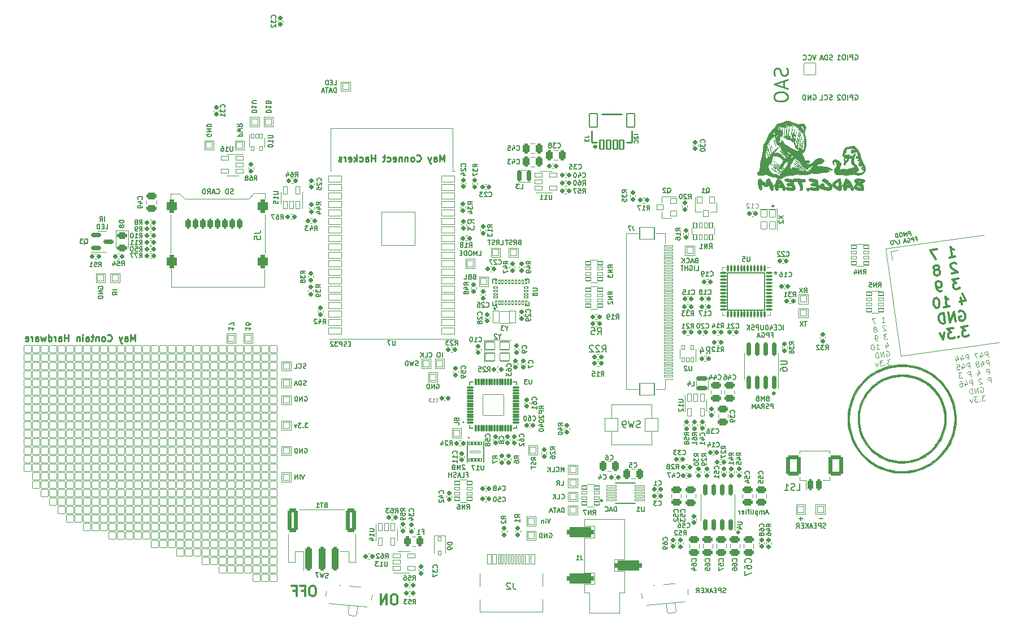
<source format=gbo>
G04 #@! TF.GenerationSoftware,KiCad,Pcbnew,(6.0.4)*
G04 #@! TF.CreationDate,2022-04-03T21:32:54+02:00*
G04 #@! TF.ProjectId,mch2021,6d636832-3032-4312-9e6b-696361645f70,3*
G04 #@! TF.SameCoordinates,Original*
G04 #@! TF.FileFunction,Legend,Bot*
G04 #@! TF.FilePolarity,Positive*
%FSLAX46Y46*%
G04 Gerber Fmt 4.6, Leading zero omitted, Abs format (unit mm)*
G04 Created by KiCad (PCBNEW (6.0.4)) date 2022-04-03 21:32:54*
%MOMM*%
%LPD*%
G01*
G04 APERTURE LIST*
G04 Aperture macros list*
%AMRoundRect*
0 Rectangle with rounded corners*
0 $1 Rounding radius*
0 $2 $3 $4 $5 $6 $7 $8 $9 X,Y pos of 4 corners*
0 Add a 4 corners polygon primitive as box body*
4,1,4,$2,$3,$4,$5,$6,$7,$8,$9,$2,$3,0*
0 Add four circle primitives for the rounded corners*
1,1,$1+$1,$2,$3*
1,1,$1+$1,$4,$5*
1,1,$1+$1,$6,$7*
1,1,$1+$1,$8,$9*
0 Add four rect primitives between the rounded corners*
20,1,$1+$1,$2,$3,$4,$5,0*
20,1,$1+$1,$4,$5,$6,$7,0*
20,1,$1+$1,$6,$7,$8,$9,0*
20,1,$1+$1,$8,$9,$2,$3,0*%
%AMHorizOval*
0 Thick line with rounded ends*
0 $1 width*
0 $2 $3 position (X,Y) of the first rounded end (center of the circle)*
0 $4 $5 position (X,Y) of the second rounded end (center of the circle)*
0 Add line between two ends*
20,1,$1,$2,$3,$4,$5,0*
0 Add two circle primitives to create the rounded ends*
1,1,$1,$2,$3*
1,1,$1,$4,$5*%
G04 Aperture macros list end*
%ADD10C,0.120000*%
%ADD11C,0.239605*%
%ADD12C,0.343981*%
%ADD13C,0.164727*%
%ADD14C,0.150000*%
%ADD15C,0.250000*%
%ADD16C,0.125000*%
%ADD17C,0.175000*%
%ADD18C,0.300000*%
%ADD19C,0.127000*%
%ADD20C,0.010000*%
%ADD21C,0.152400*%
%ADD22C,0.200000*%
%ADD23C,0.254000*%
%ADD24C,0.398780*%
%ADD25C,2.000000*%
%ADD26C,1.200000*%
%ADD27C,0.900000*%
%ADD28RoundRect,0.050000X-0.863600X0.863600X-0.863600X-0.863600X0.863600X-0.863600X0.863600X0.863600X0*%
%ADD29C,1.827200*%
%ADD30O,1.827200X1.827200*%
%ADD31RoundRect,0.185000X-0.135000X-0.185000X0.135000X-0.185000X0.135000X0.185000X-0.135000X0.185000X0*%
%ADD32RoundRect,0.190000X-0.140000X-0.170000X0.140000X-0.170000X0.140000X0.170000X-0.140000X0.170000X0*%
%ADD33RoundRect,0.185000X0.185000X-0.135000X0.185000X0.135000X-0.185000X0.135000X-0.185000X-0.135000X0*%
%ADD34RoundRect,0.190000X0.140000X0.170000X-0.140000X0.170000X-0.140000X-0.170000X0.140000X-0.170000X0*%
%ADD35RoundRect,0.050000X0.450000X0.400000X-0.450000X0.400000X-0.450000X-0.400000X0.450000X-0.400000X0*%
%ADD36RoundRect,0.050000X-0.400000X0.450000X-0.400000X-0.450000X0.400000X-0.450000X0.400000X0.450000X0*%
%ADD37RoundRect,0.050000X-0.400000X-0.250000X0.400000X-0.250000X0.400000X0.250000X-0.400000X0.250000X0*%
%ADD38RoundRect,0.050000X-0.400000X-0.200000X0.400000X-0.200000X0.400000X0.200000X-0.400000X0.200000X0*%
%ADD39C,1.300000*%
%ADD40RoundRect,0.425000X1.625000X0.375000X-1.625000X0.375000X-1.625000X-0.375000X1.625000X-0.375000X0*%
%ADD41RoundRect,0.050000X0.650000X-0.150000X0.650000X0.150000X-0.650000X0.150000X-0.650000X-0.150000X0*%
%ADD42RoundRect,0.050000X1.100000X-0.900000X1.100000X0.900000X-1.100000X0.900000X-1.100000X-0.900000X0*%
%ADD43RoundRect,0.050000X0.400000X0.250000X-0.400000X0.250000X-0.400000X-0.250000X0.400000X-0.250000X0*%
%ADD44RoundRect,0.050000X0.400000X0.200000X-0.400000X0.200000X-0.400000X-0.200000X0.400000X-0.200000X0*%
%ADD45RoundRect,0.050000X0.723431X0.960025X-0.960025X0.723431X-0.723431X-0.960025X0.960025X-0.723431X0*%
%ADD46HorizOval,1.800000X0.000000X0.000000X0.000000X0.000000X0*%
%ADD47RoundRect,0.185000X0.135000X0.185000X-0.135000X0.185000X-0.135000X-0.185000X0.135000X-0.185000X0*%
%ADD48RoundRect,0.050000X0.200000X-0.325000X0.200000X0.325000X-0.200000X0.325000X-0.200000X-0.325000X0*%
%ADD49RoundRect,0.112500X0.375000X0.062500X-0.375000X0.062500X-0.375000X-0.062500X0.375000X-0.062500X0*%
%ADD50RoundRect,0.112500X0.062500X0.375000X-0.062500X0.375000X-0.062500X-0.375000X0.062500X-0.375000X0*%
%ADD51RoundRect,0.050000X2.800000X2.800000X-2.800000X2.800000X-2.800000X-2.800000X2.800000X-2.800000X0*%
%ADD52RoundRect,0.190000X-0.170000X0.140000X-0.170000X-0.140000X0.170000X-0.140000X0.170000X0.140000X0*%
%ADD53RoundRect,0.190000X0.170000X-0.140000X0.170000X0.140000X-0.170000X0.140000X-0.170000X-0.140000X0*%
%ADD54RoundRect,0.050000X-0.225000X0.300000X-0.225000X-0.300000X0.225000X-0.300000X0.225000X0.300000X0*%
%ADD55RoundRect,0.185000X-0.185000X0.135000X-0.185000X-0.135000X0.185000X-0.135000X0.185000X0.135000X0*%
%ADD56RoundRect,0.050000X-0.500000X-0.500000X0.500000X-0.500000X0.500000X0.500000X-0.500000X0.500000X0*%
%ADD57RoundRect,0.050000X-0.200000X0.325000X-0.200000X-0.325000X0.200000X-0.325000X0.200000X0.325000X0*%
%ADD58RoundRect,0.293750X-0.243750X-0.456250X0.243750X-0.456250X0.243750X0.456250X-0.243750X0.456250X0*%
%ADD59RoundRect,0.050000X-0.500000X-0.900000X0.500000X-0.900000X0.500000X0.900000X-0.500000X0.900000X0*%
%ADD60RoundRect,0.050000X-0.150000X-0.250000X0.150000X-0.250000X0.150000X0.250000X-0.150000X0.250000X0*%
%ADD61RoundRect,0.050000X-0.250000X0.150000X-0.250000X-0.150000X0.250000X-0.150000X0.250000X0.150000X0*%
%ADD62RoundRect,0.050000X-0.530000X-0.325000X0.530000X-0.325000X0.530000X0.325000X-0.530000X0.325000X0*%
%ADD63C,1.000000*%
%ADD64RoundRect,0.050000X0.532960X0.354900X-0.463235X0.442056X-0.532960X-0.354900X0.463235X-0.442056X0*%
%ADD65RoundRect,0.050000X0.414035X0.716642X-0.283301X0.777651X-0.414035X-0.716642X0.283301X-0.777651X0*%
%ADD66RoundRect,0.050000X0.325000X-0.530000X0.325000X0.530000X-0.325000X0.530000X-0.325000X-0.530000X0*%
%ADD67RoundRect,0.300000X-0.475000X0.250000X-0.475000X-0.250000X0.475000X-0.250000X0.475000X0.250000X0*%
%ADD68RoundRect,0.050000X0.250000X-0.400000X0.250000X0.400000X-0.250000X0.400000X-0.250000X-0.400000X0*%
%ADD69RoundRect,0.050000X0.200000X-0.400000X0.200000X0.400000X-0.200000X0.400000X-0.200000X-0.400000X0*%
%ADD70RoundRect,0.300000X-0.250000X-1.500000X0.250000X-1.500000X0.250000X1.500000X-0.250000X1.500000X0*%
%ADD71RoundRect,0.300001X-0.499999X-1.449999X0.499999X-1.449999X0.499999X1.449999X-0.499999X1.449999X0*%
%ADD72RoundRect,0.200000X0.150000X-0.825000X0.150000X0.825000X-0.150000X0.825000X-0.150000X-0.825000X0*%
%ADD73RoundRect,0.050000X-0.700000X-0.600000X0.700000X-0.600000X0.700000X0.600000X-0.700000X0.600000X0*%
%ADD74RoundRect,0.300000X-0.250000X-0.475000X0.250000X-0.475000X0.250000X0.475000X-0.250000X0.475000X0*%
%ADD75RoundRect,0.071000X-0.729000X-0.129000X0.729000X-0.129000X0.729000X0.129000X-0.729000X0.129000X0*%
%ADD76RoundRect,0.050000X0.530000X0.325000X-0.530000X0.325000X-0.530000X-0.325000X0.530000X-0.325000X0*%
%ADD77RoundRect,0.187500X-0.137500X-0.662500X0.137500X-0.662500X0.137500X0.662500X-0.137500X0.662500X0*%
%ADD78RoundRect,0.300000X0.250000X0.475000X-0.250000X0.475000X-0.250000X-0.475000X0.250000X-0.475000X0*%
%ADD79RoundRect,0.050000X-0.325000X0.530000X-0.325000X-0.530000X0.325000X-0.530000X0.325000X0.530000X0*%
%ADD80RoundRect,0.187500X-0.662500X0.137500X-0.662500X-0.137500X0.662500X-0.137500X0.662500X0.137500X0*%
%ADD81RoundRect,0.300000X0.475000X-0.250000X0.475000X0.250000X-0.475000X0.250000X-0.475000X-0.250000X0*%
%ADD82RoundRect,0.050000X0.500000X0.500000X-0.500000X0.500000X-0.500000X-0.500000X0.500000X-0.500000X0*%
%ADD83RoundRect,0.250000X-0.200000X-0.550000X0.200000X-0.550000X0.200000X0.550000X-0.200000X0.550000X0*%
%ADD84RoundRect,0.425000X-0.375000X-0.625000X0.375000X-0.625000X0.375000X0.625000X-0.375000X0.625000X0*%
%ADD85RoundRect,0.050000X-0.500000X0.500000X-0.500000X-0.500000X0.500000X-0.500000X0.500000X0.500000X0*%
%ADD86RoundRect,0.056000X-0.414000X-0.094000X0.414000X-0.094000X0.414000X0.094000X-0.414000X0.094000X0*%
%ADD87RoundRect,0.070000X-0.080000X-0.400000X0.080000X-0.400000X0.080000X0.400000X-0.080000X0.400000X0*%
%ADD88RoundRect,0.050000X-1.550000X-1.550000X1.550000X-1.550000X1.550000X1.550000X-1.550000X1.550000X0*%
%ADD89RoundRect,0.050000X1.000000X0.450000X-1.000000X0.450000X-1.000000X-0.450000X1.000000X-0.450000X0*%
%ADD90RoundRect,0.050000X-1.000000X-0.450000X1.000000X-0.450000X1.000000X0.450000X-1.000000X0.450000X0*%
%ADD91RoundRect,0.050000X2.500000X2.500000X-2.500000X2.500000X-2.500000X-2.500000X2.500000X-2.500000X0*%
%ADD92RoundRect,0.050000X-0.175000X0.245000X-0.175000X-0.245000X0.175000X-0.245000X0.175000X0.245000X0*%
%ADD93RoundRect,0.050000X0.175000X-0.245000X0.175000X0.245000X-0.175000X0.245000X-0.175000X-0.245000X0*%
%ADD94RoundRect,0.050000X-0.800000X0.100000X-0.800000X-0.100000X0.800000X-0.100000X0.800000X0.100000X0*%
%ADD95RoundRect,0.050000X-0.450000X0.550000X-0.450000X-0.550000X0.450000X-0.550000X0.450000X0.550000X0*%
%ADD96RoundRect,0.101600X-0.299720X-0.674370X0.299720X-0.674370X0.299720X0.674370X-0.299720X0.674370X0*%
%ADD97RoundRect,0.101600X-0.599440X-0.999490X0.599440X-0.999490X0.599440X0.999490X-0.599440X0.999490X0*%
%ADD98RoundRect,0.050000X1.000000X1.000000X-1.000000X1.000000X-1.000000X-1.000000X1.000000X-1.000000X0*%
%ADD99RoundRect,0.050000X-1.000000X-1.000000X1.000000X-1.000000X1.000000X1.000000X-1.000000X1.000000X0*%
%ADD100RoundRect,0.200000X0.150000X-0.675000X0.150000X0.675000X-0.150000X0.675000X-0.150000X-0.675000X0*%
%ADD101RoundRect,0.250000X-0.200000X-0.600000X0.200000X-0.600000X0.200000X0.600000X-0.200000X0.600000X0*%
%ADD102RoundRect,0.300001X-0.799999X-1.249999X0.799999X-1.249999X0.799999X1.249999X-0.799999X1.249999X0*%
%ADD103RoundRect,0.050000X0.533400X0.533400X-0.533400X0.533400X-0.533400X-0.533400X0.533400X-0.533400X0*%
%ADD104RoundRect,0.200000X-0.587500X-0.150000X0.587500X-0.150000X0.587500X0.150000X-0.587500X0.150000X0*%
%ADD105RoundRect,0.293750X-0.456250X0.243750X-0.456250X-0.243750X0.456250X-0.243750X0.456250X0.243750X0*%
%ADD106RoundRect,0.050000X0.463235X0.442056X-0.532960X0.354900X-0.463235X-0.442056X0.532960X-0.354900X0*%
%ADD107RoundRect,0.050000X0.283301X0.777651X-0.414035X0.716642X-0.283301X-0.777651X0.414035X-0.716642X0*%
%ADD108C,0.750000*%
%ADD109RoundRect,0.050000X0.300000X0.725000X-0.300000X0.725000X-0.300000X-0.725000X0.300000X-0.725000X0*%
%ADD110RoundRect,0.050000X0.150000X0.725000X-0.150000X0.725000X-0.150000X-0.725000X0.150000X-0.725000X0*%
%ADD111O,1.100000X1.700000*%
%ADD112O,1.100000X2.200000*%
G04 APERTURE END LIST*
D10*
X58407360Y-9547720D02*
X56134060Y6576200D01*
D11*
X39362802Y12954000D02*
G75*
G03*
X39362802Y12954000I-119802J0D01*
G01*
D10*
X73139360Y-7470000D02*
X73144440Y-7470000D01*
D12*
X34207990Y-35941000D02*
G75*
G03*
X34207990Y-35941000I-171990J0D01*
G01*
X39541990Y-15113000D02*
G75*
G03*
X39541990Y-15113000I-171990J0D01*
G01*
D10*
X58425140Y-9550260D02*
X73139360Y-7470000D01*
D11*
X-2293198Y-2413000D02*
G75*
G03*
X-2293198Y-2413000I-119802J0D01*
G01*
D10*
X56134060Y6576200D02*
X70868600Y8613280D01*
D13*
X39731763Y2895600D02*
G75*
G03*
X39731763Y2895600I-82363J0D01*
G01*
D10*
X39867441Y2895600D02*
G75*
G03*
X39867441Y2895600I-218041J0D01*
G01*
D14*
X59890296Y8553690D02*
X59806792Y9147851D01*
X59580445Y9116040D01*
X59527834Y9079794D01*
X59503517Y9047524D01*
X59483177Y8986961D01*
X59495106Y8902081D01*
X59531352Y8849470D01*
X59563622Y8825153D01*
X59624185Y8804813D01*
X59850532Y8836624D01*
X59296135Y8470186D02*
X59212631Y9064347D01*
X59074223Y8612112D01*
X58816524Y9008678D01*
X58900028Y8414517D01*
X58420416Y8953009D02*
X58307243Y8937103D01*
X58254633Y8900857D01*
X58205999Y8836317D01*
X58193611Y8719168D01*
X58221445Y8521114D01*
X58265644Y8411917D01*
X58330184Y8363283D01*
X58390747Y8342942D01*
X58503920Y8358848D01*
X58556531Y8395094D01*
X58605165Y8459633D01*
X58617553Y8576783D01*
X58589718Y8774837D01*
X58545519Y8884034D01*
X58480980Y8932668D01*
X58420416Y8953009D01*
X57994640Y8287273D02*
X57911136Y8881434D01*
X57769669Y8861552D01*
X57688765Y8821329D01*
X57640131Y8756790D01*
X57619791Y8696227D01*
X57607403Y8579077D01*
X57619332Y8494197D01*
X57663531Y8385000D01*
X57699777Y8332389D01*
X57764316Y8283755D01*
X57853173Y8267391D01*
X57994640Y8287273D01*
X60631744Y7999775D02*
X60829798Y8027609D01*
X60873538Y7716382D02*
X60790034Y8310543D01*
X60507100Y8270779D01*
X60364257Y7644808D02*
X60280753Y8238968D01*
X60054406Y8207157D01*
X60001796Y8170911D01*
X59977479Y8138642D01*
X59957138Y8078078D01*
X59969067Y7993198D01*
X60005313Y7940588D01*
X60037583Y7916271D01*
X60098146Y7895930D01*
X60324493Y7927741D01*
X59379342Y8083431D02*
X59431952Y8119677D01*
X59516832Y8131606D01*
X59605689Y8115242D01*
X59670228Y8066608D01*
X59706474Y8013998D01*
X59750673Y7904801D01*
X59762602Y7819920D01*
X59750214Y7702771D01*
X59729874Y7642207D01*
X59681240Y7577668D01*
X59600336Y7537445D01*
X59543749Y7529493D01*
X59454893Y7545857D01*
X59422623Y7570174D01*
X59394788Y7768228D01*
X59507962Y7784133D01*
X59180371Y7651536D02*
X58897437Y7611773D01*
X59260816Y7489729D02*
X58979258Y8056055D01*
X58864708Y7434060D01*
X58213961Y7342603D02*
X58130457Y7936764D01*
X57419146Y7865648D02*
X58035789Y7173302D01*
X57111895Y7793614D02*
X56998722Y7777709D01*
X56946112Y7741463D01*
X56897478Y7676923D01*
X56885090Y7559773D01*
X56912924Y7361720D01*
X56957123Y7252523D01*
X57021663Y7203889D01*
X57082226Y7183548D01*
X57195399Y7199454D01*
X57248010Y7235700D01*
X57296644Y7300239D01*
X57309032Y7417389D01*
X57281197Y7615443D01*
X57236998Y7724640D01*
X57172459Y7773274D01*
X57111895Y7793614D01*
D15*
X41332743Y33604030D02*
X41427981Y33318316D01*
X41427981Y32842125D01*
X41332743Y32651649D01*
X41237505Y32556411D01*
X41047029Y32461173D01*
X40856553Y32461173D01*
X40666077Y32556411D01*
X40570839Y32651649D01*
X40475600Y32842125D01*
X40380362Y33223078D01*
X40285124Y33413554D01*
X40189886Y33508792D01*
X39999410Y33604030D01*
X39808934Y33604030D01*
X39618458Y33508792D01*
X39523220Y33413554D01*
X39427981Y33223078D01*
X39427981Y32746887D01*
X39523220Y32461173D01*
X40856553Y31699268D02*
X40856553Y30746887D01*
X41427981Y31889744D02*
X39427981Y31223078D01*
X41427981Y30556411D01*
X39427981Y29508792D02*
X39427981Y29127840D01*
X39523220Y28937363D01*
X39713696Y28746887D01*
X40094648Y28651649D01*
X40761315Y28651649D01*
X41142267Y28746887D01*
X41332743Y28937363D01*
X41427981Y29127840D01*
X41427981Y29508792D01*
X41332743Y29699268D01*
X41142267Y29889744D01*
X40761315Y29984982D01*
X40094648Y29984982D01*
X39713696Y29889744D01*
X39523220Y29699268D01*
X39427981Y29508792D01*
D14*
X-41596991Y14801948D02*
X-41704134Y14766234D01*
X-41882705Y14766234D01*
X-41954134Y14801948D01*
X-41989848Y14837662D01*
X-42025562Y14909091D01*
X-42025562Y14980520D01*
X-41989848Y15051948D01*
X-41954134Y15087662D01*
X-41882705Y15123377D01*
X-41739848Y15159091D01*
X-41668420Y15194805D01*
X-41632705Y15230520D01*
X-41596991Y15301948D01*
X-41596991Y15373377D01*
X-41632705Y15444805D01*
X-41668420Y15480520D01*
X-41739848Y15516234D01*
X-41918420Y15516234D01*
X-42025562Y15480520D01*
X-42346991Y14766234D02*
X-42346991Y15516234D01*
X-42525562Y15516234D01*
X-42632705Y15480520D01*
X-42704134Y15409091D01*
X-42739848Y15337662D01*
X-42775562Y15194805D01*
X-42775562Y15087662D01*
X-42739848Y14944805D01*
X-42704134Y14873377D01*
X-42632705Y14801948D01*
X-42525562Y14766234D01*
X-42346991Y14766234D01*
X-44096991Y14837662D02*
X-44061277Y14801948D01*
X-43954134Y14766234D01*
X-43882705Y14766234D01*
X-43775562Y14801948D01*
X-43704134Y14873377D01*
X-43668420Y14944805D01*
X-43632705Y15087662D01*
X-43632705Y15194805D01*
X-43668420Y15337662D01*
X-43704134Y15409091D01*
X-43775562Y15480520D01*
X-43882705Y15516234D01*
X-43954134Y15516234D01*
X-44061277Y15480520D01*
X-44096991Y15444805D01*
X-44382705Y14980520D02*
X-44739848Y14980520D01*
X-44311277Y14766234D02*
X-44561277Y15516234D01*
X-44811277Y14766234D01*
X-45489848Y14766234D02*
X-45239848Y15123377D01*
X-45061277Y14766234D02*
X-45061277Y15516234D01*
X-45346991Y15516234D01*
X-45418420Y15480520D01*
X-45454134Y15444805D01*
X-45489848Y15373377D01*
X-45489848Y15266234D01*
X-45454134Y15194805D01*
X-45418420Y15159091D01*
X-45346991Y15123377D01*
X-45061277Y15123377D01*
X-45811277Y14766234D02*
X-45811277Y15516234D01*
X-45989848Y15516234D01*
X-46096991Y15480520D01*
X-46168420Y15409091D01*
X-46204134Y15337662D01*
X-46239848Y15194805D01*
X-46239848Y15087662D01*
X-46204134Y14944805D01*
X-46168420Y14873377D01*
X-46096991Y14801948D01*
X-45989848Y14766234D01*
X-45811277Y14766234D01*
D16*
X55560179Y-4504856D02*
X56012873Y-4441234D01*
X55786526Y-4473045D02*
X55675187Y-3680831D01*
X55766542Y-3783401D01*
X55852594Y-3848246D01*
X55933345Y-3875367D01*
X54581177Y-3834584D02*
X54053034Y-3908810D01*
X54503893Y-4653308D01*
X56091393Y-4999934D02*
X56048366Y-4967511D01*
X55967616Y-4940390D01*
X55778993Y-4966900D01*
X55708846Y-5015228D01*
X55676423Y-5058254D01*
X55649303Y-5139005D01*
X55659906Y-5214454D01*
X55713536Y-5322326D01*
X56229852Y-5711398D01*
X55739434Y-5780321D01*
X54619526Y-5476079D02*
X54689673Y-5427751D01*
X54722096Y-5384724D01*
X54749216Y-5303973D01*
X54743915Y-5266249D01*
X54695586Y-5196102D01*
X54652560Y-5163679D01*
X54571809Y-5136558D01*
X54420911Y-5157766D01*
X54350764Y-5206094D01*
X54318341Y-5249120D01*
X54291221Y-5329871D01*
X54296522Y-5367595D01*
X54344851Y-5437743D01*
X54387877Y-5470165D01*
X54468628Y-5497286D01*
X54619526Y-5476079D01*
X54700277Y-5503200D01*
X54743303Y-5535622D01*
X54791631Y-5605769D01*
X54812838Y-5756667D01*
X54785718Y-5837418D01*
X54753295Y-5880445D01*
X54683148Y-5928773D01*
X54532250Y-5949980D01*
X54451499Y-5922859D01*
X54408473Y-5890437D01*
X54360144Y-5820289D01*
X54338937Y-5669391D01*
X54366058Y-5588641D01*
X54398481Y-5545614D01*
X54468628Y-5497286D01*
X56297769Y-6194648D02*
X55807350Y-6263572D01*
X56113836Y-6528255D01*
X56000663Y-6544161D01*
X55930516Y-6592489D01*
X55898093Y-6635515D01*
X55870972Y-6716266D01*
X55897481Y-6904888D01*
X55945809Y-6975036D01*
X55988836Y-7007458D01*
X56069587Y-7034579D01*
X56295934Y-7002768D01*
X56366081Y-6954440D01*
X56398503Y-6911414D01*
X54937852Y-7193634D02*
X54786954Y-7214841D01*
X54706203Y-7187721D01*
X54663177Y-7155298D01*
X54571822Y-7052728D01*
X54512890Y-6907132D01*
X54470476Y-6605336D01*
X54497596Y-6524585D01*
X54530019Y-6481559D01*
X54600166Y-6433231D01*
X54751064Y-6412023D01*
X54831815Y-6439144D01*
X54874841Y-6471567D01*
X54923170Y-6541714D01*
X54949679Y-6730336D01*
X54922558Y-6811087D01*
X54890135Y-6854114D01*
X54819988Y-6902442D01*
X54669090Y-6923649D01*
X54588339Y-6896528D01*
X54545313Y-6864106D01*
X54496985Y-6793958D01*
X56099167Y-7792505D02*
X56173393Y-8320648D01*
X56245375Y-7464200D02*
X56513525Y-8003558D01*
X56023106Y-8072482D01*
X54739862Y-8522117D02*
X55192556Y-8458495D01*
X54966209Y-8490306D02*
X54854870Y-7698092D01*
X54946225Y-7800662D01*
X55032277Y-7865507D01*
X55113028Y-7892628D01*
X54138105Y-7798827D02*
X54062656Y-7809430D01*
X53992509Y-7857759D01*
X53960086Y-7900785D01*
X53932965Y-7981536D01*
X53916448Y-8137736D01*
X53942957Y-8326358D01*
X54001889Y-8471954D01*
X54050217Y-8542101D01*
X54093243Y-8574524D01*
X54173994Y-8601645D01*
X54249443Y-8591041D01*
X54319590Y-8542713D01*
X54352013Y-8499687D01*
X54379134Y-8418936D01*
X54395651Y-8262736D01*
X54369142Y-8074114D01*
X54310210Y-7928517D01*
X54261882Y-7858370D01*
X54218856Y-7825948D01*
X54138105Y-7798827D01*
X56171162Y-8852226D02*
X56241309Y-8803898D01*
X56354483Y-8787993D01*
X56472958Y-8809812D01*
X56559011Y-8874657D01*
X56607339Y-8944804D01*
X56666271Y-9090400D01*
X56682176Y-9203574D01*
X56665659Y-9359774D01*
X56638538Y-9440525D01*
X56573693Y-9526577D01*
X56465821Y-9580207D01*
X56390372Y-9590811D01*
X56271897Y-9568992D01*
X56228870Y-9536569D01*
X56191758Y-9272498D01*
X56342656Y-9251290D01*
X55899954Y-9659735D02*
X55788615Y-8867520D01*
X55447260Y-9723357D01*
X55335921Y-8931142D01*
X55070015Y-9776375D02*
X54958676Y-8984161D01*
X54770054Y-9010670D01*
X54662182Y-9064300D01*
X54597337Y-9150352D01*
X54570216Y-9231103D01*
X54553699Y-9387303D01*
X54569604Y-9500477D01*
X54628536Y-9646073D01*
X54676864Y-9716220D01*
X54762917Y-9781065D01*
X54881392Y-9802884D01*
X55070015Y-9776375D01*
X56835534Y-10021043D02*
X56345115Y-10089967D01*
X56651601Y-10354650D01*
X56538428Y-10370556D01*
X56468281Y-10418884D01*
X56435858Y-10461910D01*
X56408737Y-10542661D01*
X56435246Y-10731283D01*
X56483574Y-10801431D01*
X56526601Y-10833853D01*
X56607352Y-10860974D01*
X56833699Y-10829163D01*
X56903846Y-10780835D01*
X56936268Y-10737809D01*
X56106330Y-10854449D02*
X56073907Y-10897475D01*
X56116933Y-10929898D01*
X56149356Y-10886872D01*
X56106330Y-10854449D01*
X56116933Y-10929898D01*
X55703799Y-10180098D02*
X55213380Y-10249022D01*
X55519866Y-10513705D01*
X55406693Y-10529611D01*
X55336546Y-10577939D01*
X55304123Y-10620965D01*
X55277002Y-10701716D01*
X55303511Y-10890338D01*
X55351840Y-10960486D01*
X55394866Y-10992908D01*
X55475617Y-11020029D01*
X55701964Y-10988218D01*
X55772111Y-10939890D01*
X55804534Y-10896864D01*
X54986422Y-10550206D02*
X54872025Y-11104858D01*
X54609177Y-10603225D01*
D17*
X-5512666Y2336000D02*
X-5612666Y2302666D01*
X-5646000Y2269333D01*
X-5679333Y2202666D01*
X-5679333Y2102666D01*
X-5646000Y2036000D01*
X-5612666Y2002666D01*
X-5546000Y1969333D01*
X-5279333Y1969333D01*
X-5279333Y2669333D01*
X-5512666Y2669333D01*
X-5579333Y2636000D01*
X-5612666Y2602666D01*
X-5646000Y2536000D01*
X-5646000Y2469333D01*
X-5612666Y2402666D01*
X-5579333Y2369333D01*
X-5512666Y2336000D01*
X-5279333Y2336000D01*
X-6212666Y2336000D02*
X-6312666Y2302666D01*
X-6346000Y2269333D01*
X-6379333Y2202666D01*
X-6379333Y2102666D01*
X-6346000Y2036000D01*
X-6312666Y2002666D01*
X-6246000Y1969333D01*
X-5979333Y1969333D01*
X-5979333Y2669333D01*
X-6212666Y2669333D01*
X-6279333Y2636000D01*
X-6312666Y2602666D01*
X-6346000Y2536000D01*
X-6346000Y2469333D01*
X-6312666Y2402666D01*
X-6279333Y2369333D01*
X-6212666Y2336000D01*
X-5979333Y2336000D01*
X-7012666Y1969333D02*
X-6679333Y1969333D01*
X-6679333Y2669333D01*
X-13909000Y-10951333D02*
X-14009000Y-10984666D01*
X-14175666Y-10984666D01*
X-14242333Y-10951333D01*
X-14275666Y-10918000D01*
X-14309000Y-10851333D01*
X-14309000Y-10784666D01*
X-14275666Y-10718000D01*
X-14242333Y-10684666D01*
X-14175666Y-10651333D01*
X-14042333Y-10618000D01*
X-13975666Y-10584666D01*
X-13942333Y-10551333D01*
X-13909000Y-10484666D01*
X-13909000Y-10418000D01*
X-13942333Y-10351333D01*
X-13975666Y-10318000D01*
X-14042333Y-10284666D01*
X-14209000Y-10284666D01*
X-14309000Y-10318000D01*
X-14542333Y-10284666D02*
X-14709000Y-10984666D01*
X-14842333Y-10484666D01*
X-14975666Y-10984666D01*
X-15142333Y-10284666D01*
X-15409000Y-10984666D02*
X-15409000Y-10284666D01*
X-15575666Y-10284666D01*
X-15675666Y-10318000D01*
X-15742333Y-10384666D01*
X-15775666Y-10451333D01*
X-15809000Y-10584666D01*
X-15809000Y-10684666D01*
X-15775666Y-10818000D01*
X-15742333Y-10884666D01*
X-15675666Y-10951333D01*
X-15575666Y-10984666D01*
X-15409000Y-10984666D01*
X-4879333Y5525333D02*
X-4546000Y5525333D01*
X-4546000Y6225333D01*
X-5112666Y5525333D02*
X-5112666Y6225333D01*
X-5346000Y5725333D01*
X-5579333Y6225333D01*
X-5579333Y5525333D01*
X-6046000Y6225333D02*
X-6179333Y6225333D01*
X-6246000Y6192000D01*
X-6312666Y6125333D01*
X-6346000Y5992000D01*
X-6346000Y5758666D01*
X-6312666Y5625333D01*
X-6246000Y5558666D01*
X-6179333Y5525333D01*
X-6046000Y5525333D01*
X-5979333Y5558666D01*
X-5912666Y5625333D01*
X-5879333Y5758666D01*
X-5879333Y5992000D01*
X-5912666Y6125333D01*
X-5979333Y6192000D01*
X-6046000Y6225333D01*
X-6646000Y5525333D02*
X-6646000Y6225333D01*
X-6812666Y6225333D01*
X-6912666Y6192000D01*
X-6979333Y6125333D01*
X-7012666Y6058666D01*
X-7046000Y5925333D01*
X-7046000Y5825333D01*
X-7012666Y5692000D01*
X-6979333Y5625333D01*
X-6912666Y5558666D01*
X-6812666Y5525333D01*
X-6646000Y5525333D01*
X-7346000Y5892000D02*
X-7579333Y5892000D01*
X-7679333Y5525333D02*
X-7346000Y5525333D01*
X-7346000Y6225333D01*
X-7679333Y6225333D01*
X-61818000Y533333D02*
X-61851333Y600000D01*
X-61851333Y700000D01*
X-61818000Y800000D01*
X-61751333Y866666D01*
X-61684666Y900000D01*
X-61551333Y933333D01*
X-61451333Y933333D01*
X-61318000Y900000D01*
X-61251333Y866666D01*
X-61184666Y800000D01*
X-61151333Y700000D01*
X-61151333Y633333D01*
X-61184666Y533333D01*
X-61218000Y500000D01*
X-61451333Y500000D01*
X-61451333Y633333D01*
X-61151333Y199999D02*
X-61851333Y200000D01*
X-61151333Y-200000D01*
X-61851333Y-199999D01*
X-61151333Y-533333D02*
X-61851333Y-533333D01*
X-61851333Y-700000D01*
X-61818000Y-800000D01*
X-61751333Y-866666D01*
X-61684666Y-900000D01*
X-61551333Y-933333D01*
X-61451333Y-933333D01*
X-61318000Y-900000D01*
X-61251333Y-866666D01*
X-61184666Y-800000D01*
X-61151333Y-700000D01*
X-61151333Y-533333D01*
D14*
X-6924000Y-25916833D02*
X-6957333Y-25883500D01*
X-7024000Y-25850166D01*
X-7190666Y-25850166D01*
X-7257333Y-25883500D01*
X-7290666Y-25916833D01*
X-7324000Y-25983500D01*
X-7324000Y-26050166D01*
X-7290666Y-26150166D01*
X-6890666Y-26550166D01*
X-7324000Y-26550166D01*
X-7624000Y-26550166D02*
X-7624000Y-25850166D01*
X-7857333Y-26350166D01*
X-8090666Y-25850166D01*
X-8090666Y-26550166D01*
X-8657333Y-26183500D02*
X-8757333Y-26216833D01*
X-8790666Y-26250166D01*
X-8824000Y-26316833D01*
X-8824000Y-26416833D01*
X-8790666Y-26483500D01*
X-8757333Y-26516833D01*
X-8690666Y-26550166D01*
X-8424000Y-26550166D01*
X-8424000Y-25850166D01*
X-8657333Y-25850166D01*
X-8724000Y-25883500D01*
X-8757333Y-25916833D01*
X-8790666Y-25983500D01*
X-8790666Y-26050166D01*
X-8757333Y-26116833D01*
X-8724000Y-26150166D01*
X-8657333Y-26183500D01*
X-8424000Y-26183500D01*
X-6690666Y-27310500D02*
X-6457333Y-27310500D01*
X-6457333Y-27677166D02*
X-6457333Y-26977166D01*
X-6790666Y-26977166D01*
X-7390666Y-27677166D02*
X-7057333Y-27677166D01*
X-7057333Y-26977166D01*
X-7590666Y-27477166D02*
X-7924000Y-27477166D01*
X-7524000Y-27677166D02*
X-7757333Y-26977166D01*
X-7990666Y-27677166D01*
X-8190666Y-27643833D02*
X-8290666Y-27677166D01*
X-8457333Y-27677166D01*
X-8524000Y-27643833D01*
X-8557333Y-27610500D01*
X-8590666Y-27543833D01*
X-8590666Y-27477166D01*
X-8557333Y-27410500D01*
X-8524000Y-27377166D01*
X-8457333Y-27343833D01*
X-8324000Y-27310500D01*
X-8257333Y-27277166D01*
X-8224000Y-27243833D01*
X-8190666Y-27177166D01*
X-8190666Y-27110500D01*
X-8224000Y-27043833D01*
X-8257333Y-27010500D01*
X-8324000Y-26977166D01*
X-8490666Y-26977166D01*
X-8590666Y-27010500D01*
X-8890666Y-27677166D02*
X-8890666Y-26977166D01*
X-8890666Y-27310500D02*
X-9290666Y-27310500D01*
X-9290666Y-27677166D02*
X-9290666Y-26977166D01*
X43916666Y-62666D02*
X44150000Y270666D01*
X44316666Y-62666D02*
X44316666Y637333D01*
X44050000Y637333D01*
X43983333Y604000D01*
X43950000Y570666D01*
X43916666Y504000D01*
X43916666Y403999D01*
X43950000Y337333D01*
X43983333Y304000D01*
X44050000Y270666D01*
X44316666Y270666D01*
X43683333Y637333D02*
X43216666Y-62666D01*
X43216666Y637333D02*
X43683333Y-62666D01*
D17*
X-40956666Y23394416D02*
X-40256666Y23394416D01*
X-40256666Y23661083D01*
X-40290000Y23727750D01*
X-40323333Y23761083D01*
X-40390000Y23794416D01*
X-40490000Y23794416D01*
X-40556666Y23761083D01*
X-40590000Y23727750D01*
X-40623333Y23661083D01*
X-40623333Y23394416D01*
X-40256666Y24027750D02*
X-40956666Y24194416D01*
X-40456666Y24327750D01*
X-40956666Y24461083D01*
X-40256666Y24627750D01*
X-40956666Y25294416D02*
X-40623333Y25061083D01*
X-40956666Y24894416D02*
X-40256666Y24894416D01*
X-40256666Y25161083D01*
X-40290000Y25227750D01*
X-40323333Y25261083D01*
X-40390000Y25294416D01*
X-40490000Y25294416D01*
X-40556666Y25261083D01*
X-40590000Y25227750D01*
X-40623333Y25161083D01*
X-40623333Y24894416D01*
X-38797666Y26950416D02*
X-38097666Y26950416D01*
X-38097666Y27117083D01*
X-38131000Y27217083D01*
X-38197666Y27283750D01*
X-38264333Y27317083D01*
X-38397666Y27350416D01*
X-38497666Y27350416D01*
X-38631000Y27317083D01*
X-38697666Y27283750D01*
X-38764333Y27217083D01*
X-38797666Y27117083D01*
X-38797666Y26950416D01*
X-38797666Y28017083D02*
X-38797666Y27617083D01*
X-38797666Y27817083D02*
X-38097666Y27817083D01*
X-38197666Y27750416D01*
X-38264333Y27683750D01*
X-38297666Y27617083D01*
X-38097666Y28317083D02*
X-38664333Y28317083D01*
X-38731000Y28350416D01*
X-38764333Y28383750D01*
X-38797666Y28450416D01*
X-38797666Y28583750D01*
X-38764333Y28650416D01*
X-38731000Y28683750D01*
X-38664333Y28717083D01*
X-38097666Y28717083D01*
X-44887860Y23761083D02*
X-44854526Y23694416D01*
X-44854526Y23594416D01*
X-44887860Y23494416D01*
X-44954526Y23427750D01*
X-45021193Y23394416D01*
X-45154526Y23361083D01*
X-45254526Y23361083D01*
X-45387860Y23394416D01*
X-45454526Y23427750D01*
X-45521193Y23494416D01*
X-45554526Y23594416D01*
X-45554526Y23661083D01*
X-45521193Y23761083D01*
X-45487860Y23794416D01*
X-45254526Y23794416D01*
X-45254526Y23661083D01*
X-45554526Y24094416D02*
X-44854526Y24094416D01*
X-45554526Y24494416D01*
X-44854526Y24494416D01*
X-45554526Y24827750D02*
X-44854526Y24827750D01*
X-44854526Y24994416D01*
X-44887860Y25094416D01*
X-44954526Y25161083D01*
X-45021193Y25194416D01*
X-45154526Y25227750D01*
X-45254526Y25227750D01*
X-45387860Y25194416D01*
X-45454526Y25161083D01*
X-45521193Y25094416D01*
X-45554526Y24994416D01*
X-45554526Y24827750D01*
X-30925250Y-23399000D02*
X-30858583Y-23365666D01*
X-30758583Y-23365666D01*
X-30658583Y-23399000D01*
X-30591916Y-23465666D01*
X-30558583Y-23532333D01*
X-30525250Y-23665666D01*
X-30525250Y-23765666D01*
X-30558583Y-23899000D01*
X-30591916Y-23965666D01*
X-30658583Y-24032333D01*
X-30758583Y-24065666D01*
X-30825250Y-24065666D01*
X-30925250Y-24032333D01*
X-30958583Y-23999000D01*
X-30958583Y-23765666D01*
X-30825250Y-23765666D01*
X-31258583Y-24065666D02*
X-31258583Y-23365666D01*
X-31658583Y-24065666D01*
X-31658583Y-23365666D01*
X-31991916Y-24065666D02*
X-31991916Y-23365666D01*
X-32158583Y-23365666D01*
X-32258583Y-23399000D01*
X-32325250Y-23465666D01*
X-32358583Y-23532333D01*
X-32391916Y-23665666D01*
X-32391916Y-23765666D01*
X-32358583Y-23899000D01*
X-32325250Y-23965666D01*
X-32258583Y-24032333D01*
X-32158583Y-24065666D01*
X-31991916Y-24065666D01*
D18*
X65670602Y5240786D02*
X66519403Y5360077D01*
X66095002Y5300432D02*
X65886243Y6785834D01*
X66057532Y6593515D01*
X66218881Y6471930D01*
X66370289Y6421079D01*
X63834973Y6497547D02*
X62844705Y6358374D01*
X63690065Y4962440D01*
X66666628Y4312516D02*
X66585954Y4373308D01*
X66434546Y4424160D01*
X66080879Y4374455D01*
X65949353Y4283840D01*
X65888560Y4203165D01*
X65837709Y4051757D01*
X65857591Y3910291D01*
X65958147Y3708031D01*
X66926239Y2978521D01*
X66006705Y2849289D01*
X63906877Y3419744D02*
X64038403Y3510359D01*
X64099196Y3591034D01*
X64150047Y3742442D01*
X64140106Y3813175D01*
X64049491Y3944701D01*
X63968817Y4005493D01*
X63817409Y4056345D01*
X63534475Y4016581D01*
X63402949Y3925966D01*
X63342157Y3845292D01*
X63291305Y3693884D01*
X63301246Y3623150D01*
X63391861Y3491624D01*
X63472536Y3430832D01*
X63623943Y3379980D01*
X63906877Y3419744D01*
X64058285Y3368893D01*
X64138959Y3308100D01*
X64229575Y3176574D01*
X64269338Y2893640D01*
X64218487Y2742233D01*
X64157694Y2661558D01*
X64026168Y2570943D01*
X63743235Y2531179D01*
X63591827Y2582031D01*
X63511153Y2642823D01*
X63420537Y2774349D01*
X63380774Y3057283D01*
X63431625Y3208691D01*
X63492418Y3289365D01*
X63623943Y3379980D01*
X67053583Y2072426D02*
X66134048Y1943194D01*
X66708709Y1446913D01*
X66496509Y1417090D01*
X66364983Y1326475D01*
X66304191Y1245801D01*
X66253339Y1094393D01*
X66303044Y740726D01*
X66393659Y609200D01*
X66474334Y548407D01*
X66625741Y497556D01*
X67050142Y557201D01*
X67181668Y647817D01*
X67242460Y728491D01*
X64503738Y199328D02*
X64220805Y159564D01*
X64069397Y210416D01*
X63988722Y271208D01*
X63817433Y463527D01*
X63706936Y736519D01*
X63627408Y1302387D01*
X63678260Y1453795D01*
X63739052Y1534469D01*
X63870578Y1625084D01*
X64153512Y1664848D01*
X64304920Y1613996D01*
X64385594Y1553204D01*
X64476209Y1421678D01*
X64525914Y1068011D01*
X64475062Y916603D01*
X64414270Y835929D01*
X64282744Y745313D01*
X63999810Y705550D01*
X63848402Y756401D01*
X63767728Y817194D01*
X63677113Y948720D01*
X67388539Y-824145D02*
X67527712Y-1814413D01*
X67662678Y-208572D02*
X68165460Y-1219869D01*
X67245925Y-1349101D01*
X64839841Y-2192168D02*
X65688643Y-2072877D01*
X65264242Y-2132523D02*
X65055482Y-647121D01*
X65226772Y-839439D01*
X65388121Y-961024D01*
X65539528Y-1011875D01*
X63711547Y-835998D02*
X63570080Y-855880D01*
X63438554Y-946495D01*
X63377762Y-1027170D01*
X63326910Y-1178578D01*
X63295940Y-1471452D01*
X63345645Y-1825119D01*
X63456142Y-2098112D01*
X63546758Y-2229638D01*
X63627432Y-2290431D01*
X63778840Y-2341282D01*
X63920307Y-2321400D01*
X64051833Y-2230785D01*
X64112625Y-2150111D01*
X64163477Y-1998703D01*
X64194446Y-1705828D01*
X64144742Y-1352161D01*
X64034245Y-1079168D01*
X63943629Y-947642D01*
X63862955Y-886850D01*
X63711547Y-835998D01*
X67099129Y-2870768D02*
X67230655Y-2780153D01*
X67442855Y-2750330D01*
X67664996Y-2791241D01*
X67826345Y-2912826D01*
X67916960Y-3044352D01*
X68027457Y-3317345D01*
X68057280Y-3529545D01*
X68026310Y-3822420D01*
X67975459Y-3973827D01*
X67853874Y-4135176D01*
X67651614Y-4235732D01*
X67510148Y-4255614D01*
X67288006Y-4214704D01*
X67207332Y-4153911D01*
X67137745Y-3658777D01*
X67420679Y-3619013D01*
X66590613Y-4384847D02*
X66381853Y-2899444D01*
X65741812Y-4504138D01*
X65533052Y-3018736D01*
X65034477Y-4603547D02*
X64825718Y-3118145D01*
X64472051Y-3167850D01*
X64269791Y-3268406D01*
X64148206Y-3429755D01*
X64097355Y-3581162D01*
X64066385Y-3874037D01*
X64096208Y-4086237D01*
X64206705Y-4359230D01*
X64297320Y-4490756D01*
X64458669Y-4612341D01*
X64680810Y-4653252D01*
X65034477Y-4603547D01*
X68415559Y-5052359D02*
X67496024Y-5181591D01*
X68070686Y-5677872D01*
X67858485Y-5707695D01*
X67726959Y-5798310D01*
X67666167Y-5878985D01*
X67615315Y-6030392D01*
X67665020Y-6384059D01*
X67755635Y-6515585D01*
X67836310Y-6576378D01*
X67987717Y-6627229D01*
X68412118Y-6567584D01*
X68543644Y-6476969D01*
X68604437Y-6396294D01*
X67048301Y-6614995D02*
X66987508Y-6695669D01*
X67068183Y-6756462D01*
X67128975Y-6675787D01*
X67048301Y-6614995D01*
X67068183Y-6756462D01*
X66293556Y-5350587D02*
X65374021Y-5479819D01*
X65948683Y-5976100D01*
X65736482Y-6005923D01*
X65604956Y-6096538D01*
X65544164Y-6177213D01*
X65493312Y-6328620D01*
X65543017Y-6682288D01*
X65633632Y-6813813D01*
X65714307Y-6874606D01*
X65865714Y-6925458D01*
X66290115Y-6865812D01*
X66421641Y-6775197D01*
X66482434Y-6694522D01*
X64948474Y-6044540D02*
X64733980Y-7084513D01*
X64241139Y-6143949D01*
D17*
X5923666Y-33906666D02*
X5690333Y-34606666D01*
X5457000Y-33906666D01*
X5223666Y-34606666D02*
X5223666Y-34140000D01*
X5223666Y-33906666D02*
X5257000Y-33940000D01*
X5223666Y-33973333D01*
X5190333Y-33940000D01*
X5223666Y-33906666D01*
X5223666Y-33973333D01*
X4890333Y-34140000D02*
X4890333Y-34606666D01*
X4890333Y-34206666D02*
X4857000Y-34173333D01*
X4790333Y-34140000D01*
X4690333Y-34140000D01*
X4623666Y-34173333D01*
X4590333Y-34240000D01*
X4590333Y-34606666D01*
X1281000Y7543000D02*
X1181000Y7509666D01*
X1147666Y7476333D01*
X1114333Y7409666D01*
X1114333Y7309666D01*
X1147666Y7243000D01*
X1181000Y7209666D01*
X1247666Y7176333D01*
X1514333Y7176333D01*
X1514333Y7876333D01*
X1281000Y7876333D01*
X1214333Y7843000D01*
X1181000Y7809666D01*
X1147666Y7743000D01*
X1147666Y7676333D01*
X1181000Y7609666D01*
X1214333Y7576333D01*
X1281000Y7543000D01*
X1514333Y7543000D01*
X414333Y7176333D02*
X647666Y7509666D01*
X814333Y7176333D02*
X814333Y7876333D01*
X547666Y7876333D01*
X481000Y7843000D01*
X447666Y7809666D01*
X414333Y7743000D01*
X414333Y7643000D01*
X447666Y7576333D01*
X481000Y7543000D01*
X547666Y7509666D01*
X814333Y7509666D01*
X147666Y7209666D02*
X47666Y7176333D01*
X-119000Y7176333D01*
X-185666Y7209666D01*
X-219000Y7243000D01*
X-252333Y7309666D01*
X-252333Y7376333D01*
X-219000Y7443000D01*
X-185666Y7476333D01*
X-119000Y7509666D01*
X14333Y7543000D01*
X81000Y7576333D01*
X114333Y7609666D01*
X147666Y7676333D01*
X147666Y7743000D01*
X114333Y7809666D01*
X81000Y7843000D01*
X14333Y7876333D01*
X-152333Y7876333D01*
X-252333Y7843000D01*
X-452333Y7876333D02*
X-852333Y7876333D01*
X-652333Y7176333D02*
X-652333Y7876333D01*
X46724666Y-33903500D02*
X46191333Y-33903500D01*
X43724666Y-33903500D02*
X43191333Y-33903500D01*
X43458000Y-34170166D02*
X43458000Y-33636833D01*
X47141333Y-35263833D02*
X47041333Y-35297166D01*
X46874666Y-35297166D01*
X46808000Y-35263833D01*
X46774666Y-35230500D01*
X46741333Y-35163833D01*
X46741333Y-35097166D01*
X46774666Y-35030500D01*
X46808000Y-34997166D01*
X46874666Y-34963833D01*
X47008000Y-34930500D01*
X47074666Y-34897166D01*
X47108000Y-34863833D01*
X47141333Y-34797166D01*
X47141333Y-34730500D01*
X47108000Y-34663833D01*
X47074666Y-34630500D01*
X47008000Y-34597166D01*
X46841333Y-34597166D01*
X46741333Y-34630500D01*
X46441333Y-35297166D02*
X46441333Y-34597166D01*
X46174666Y-34597166D01*
X46108000Y-34630500D01*
X46074666Y-34663833D01*
X46041333Y-34730500D01*
X46041333Y-34830500D01*
X46074666Y-34897166D01*
X46108000Y-34930500D01*
X46174666Y-34963833D01*
X46441333Y-34963833D01*
X45741333Y-34930500D02*
X45508000Y-34930500D01*
X45408000Y-35297166D02*
X45741333Y-35297166D01*
X45741333Y-34597166D01*
X45408000Y-34597166D01*
X45141333Y-35097166D02*
X44808000Y-35097166D01*
X45208000Y-35297166D02*
X44974666Y-34597166D01*
X44741333Y-35297166D01*
X44508000Y-35297166D02*
X44508000Y-34597166D01*
X44108000Y-35297166D02*
X44408000Y-34897166D01*
X44108000Y-34597166D02*
X44508000Y-34997166D01*
X43808000Y-34930500D02*
X43574666Y-34930500D01*
X43474666Y-35297166D02*
X43808000Y-35297166D01*
X43808000Y-34597166D01*
X43474666Y-34597166D01*
X42774666Y-35297166D02*
X43008000Y-34963833D01*
X43174666Y-35297166D02*
X43174666Y-34597166D01*
X42908000Y-34597166D01*
X42841333Y-34630500D01*
X42808000Y-34663833D01*
X42774666Y-34730500D01*
X42774666Y-34830500D01*
X42808000Y-34897166D01*
X42841333Y-34930500D01*
X42908000Y-34963833D01*
X43174666Y-34963833D01*
X-30925250Y-27302666D02*
X-31158583Y-28002666D01*
X-31391916Y-27302666D01*
X-31625250Y-28002666D02*
X-31625250Y-27302666D01*
X-31958583Y-28002666D02*
X-31958583Y-27302666D01*
X-32358583Y-28002666D01*
X-32358583Y-27302666D01*
X-58992333Y350000D02*
X-59692333Y350000D01*
X-58992333Y-383333D02*
X-59325666Y-150000D01*
X-58992333Y16666D02*
X-59692333Y16666D01*
X-59692333Y-249999D01*
X-59659000Y-316666D01*
X-59625666Y-350000D01*
X-59559000Y-383333D01*
X-59459000Y-383333D01*
X-59392333Y-350000D01*
X-59359000Y-316666D01*
X-59325666Y-250000D01*
X-59325666Y16666D01*
X5740333Y-36099000D02*
X5807000Y-36065666D01*
X5907000Y-36065666D01*
X6007000Y-36099000D01*
X6073666Y-36165666D01*
X6107000Y-36232333D01*
X6140333Y-36365666D01*
X6140333Y-36465666D01*
X6107000Y-36599000D01*
X6073666Y-36665666D01*
X6007000Y-36732333D01*
X5907000Y-36765666D01*
X5840333Y-36765666D01*
X5740333Y-36732333D01*
X5707000Y-36699000D01*
X5707000Y-36465666D01*
X5840333Y-36465666D01*
X5407000Y-36765666D02*
X5407000Y-36065666D01*
X5007000Y-36765666D01*
X5007000Y-36065666D01*
X4673666Y-36765666D02*
X4673666Y-36065666D01*
X4507000Y-36065666D01*
X4407000Y-36099000D01*
X4340333Y-36165666D01*
X4307000Y-36232333D01*
X4273666Y-36365666D01*
X4273666Y-36465666D01*
X4307000Y-36599000D01*
X4340333Y-36665666D01*
X4407000Y-36732333D01*
X4507000Y-36765666D01*
X4673666Y-36765666D01*
X-36638666Y26950416D02*
X-35938666Y26950416D01*
X-35938666Y27117083D01*
X-35972000Y27217083D01*
X-36038666Y27283750D01*
X-36105333Y27317083D01*
X-36238666Y27350416D01*
X-36338666Y27350416D01*
X-36472000Y27317083D01*
X-36538666Y27283750D01*
X-36605333Y27217083D01*
X-36638666Y27117083D01*
X-36638666Y26950416D01*
X-36638666Y28017083D02*
X-36638666Y27617083D01*
X-36638666Y27817083D02*
X-35938666Y27817083D01*
X-36038666Y27750416D01*
X-36105333Y27683750D01*
X-36138666Y27617083D01*
X-36272000Y28550416D02*
X-36305333Y28650416D01*
X-36338666Y28683750D01*
X-36405333Y28717083D01*
X-36505333Y28717083D01*
X-36572000Y28683750D01*
X-36605333Y28650416D01*
X-36638666Y28583750D01*
X-36638666Y28317083D01*
X-35938666Y28317083D01*
X-35938666Y28550416D01*
X-35972000Y28617083D01*
X-36005333Y28650416D01*
X-36072000Y28683750D01*
X-36138666Y28683750D01*
X-36205333Y28650416D01*
X-36238666Y28617083D01*
X-36272000Y28550416D01*
X-36272000Y28317083D01*
D14*
X-60864000Y10660833D02*
X-60864000Y11360833D01*
X-61597333Y10660833D02*
X-61364000Y10994166D01*
X-61197333Y10660833D02*
X-61197333Y11360833D01*
X-61464000Y11360833D01*
X-61530666Y11327500D01*
X-61564000Y11294166D01*
X-61597333Y11227500D01*
X-61597333Y11127500D01*
X-61564000Y11060833D01*
X-61530666Y11027500D01*
X-61464000Y10994166D01*
X-61197333Y10994166D01*
X-60764000Y9533833D02*
X-60430666Y9533833D01*
X-60430666Y10233833D01*
X-60997333Y9900500D02*
X-61230666Y9900500D01*
X-61330666Y9533833D02*
X-60997333Y9533833D01*
X-60997333Y10233833D01*
X-61330666Y10233833D01*
X-61630666Y9533833D02*
X-61630666Y10233833D01*
X-61797333Y10233833D01*
X-61897333Y10200500D01*
X-61964000Y10133833D01*
X-61997333Y10067166D01*
X-62030666Y9933833D01*
X-62030666Y9833833D01*
X-61997333Y9700500D01*
X-61964000Y9633833D01*
X-61897333Y9567166D01*
X-61797333Y9533833D01*
X-61630666Y9533833D01*
D17*
X-8178000Y-19070666D02*
X-8144666Y-19170666D01*
X-8111333Y-19204000D01*
X-8044666Y-19237333D01*
X-7944666Y-19237333D01*
X-7878000Y-19204000D01*
X-7844666Y-19170666D01*
X-7811333Y-19104000D01*
X-7811333Y-18837333D01*
X-8511333Y-18837333D01*
X-8511333Y-19070666D01*
X-8478000Y-19137333D01*
X-8444666Y-19170666D01*
X-8378000Y-19204000D01*
X-8311333Y-19204000D01*
X-8244666Y-19170666D01*
X-8211333Y-19137333D01*
X-8178000Y-19070666D01*
X-8178000Y-18837333D01*
X-7811333Y-19870666D02*
X-7811333Y-19537333D01*
X-8511333Y-19537333D01*
D14*
X38535666Y-15863166D02*
X38602333Y-15829833D01*
X38635666Y-15796500D01*
X38669000Y-15729833D01*
X38669000Y-15696500D01*
X38635666Y-15629833D01*
X38602333Y-15596500D01*
X38535666Y-15563166D01*
X38402333Y-15563166D01*
X38335666Y-15596500D01*
X38302333Y-15629833D01*
X38269000Y-15696500D01*
X38269000Y-15729833D01*
X38302333Y-15796500D01*
X38335666Y-15829833D01*
X38402333Y-15863166D01*
X38535666Y-15863166D01*
X38602333Y-15896500D01*
X38635666Y-15929833D01*
X38669000Y-15996500D01*
X38669000Y-16129833D01*
X38635666Y-16196500D01*
X38602333Y-16229833D01*
X38535666Y-16263166D01*
X38402333Y-16263166D01*
X38335666Y-16229833D01*
X38302333Y-16196500D01*
X38269000Y-16129833D01*
X38269000Y-15996500D01*
X38302333Y-15929833D01*
X38335666Y-15896500D01*
X38402333Y-15863166D01*
X37969000Y-16263166D02*
X37969000Y-15563166D01*
X37735666Y-16063166D01*
X37502333Y-15563166D01*
X37502333Y-16263166D01*
X36935666Y-15896500D02*
X36835666Y-15929833D01*
X36802333Y-15963166D01*
X36769000Y-16029833D01*
X36769000Y-16129833D01*
X36802333Y-16196500D01*
X36835666Y-16229833D01*
X36902333Y-16263166D01*
X37169000Y-16263166D01*
X37169000Y-15563166D01*
X36935666Y-15563166D01*
X36869000Y-15596500D01*
X36835666Y-15629833D01*
X36802333Y-15696500D01*
X36802333Y-15763166D01*
X36835666Y-15829833D01*
X36869000Y-15863166D01*
X36935666Y-15896500D01*
X37169000Y-15896500D01*
X39285666Y-17390166D02*
X39285666Y-16690166D01*
X39019000Y-16690166D01*
X38952333Y-16723500D01*
X38919000Y-16756833D01*
X38885666Y-16823500D01*
X38885666Y-16923500D01*
X38919000Y-16990166D01*
X38952333Y-17023500D01*
X39019000Y-17056833D01*
X39285666Y-17056833D01*
X38619000Y-17356833D02*
X38519000Y-17390166D01*
X38352333Y-17390166D01*
X38285666Y-17356833D01*
X38252333Y-17323500D01*
X38219000Y-17256833D01*
X38219000Y-17190166D01*
X38252333Y-17123500D01*
X38285666Y-17090166D01*
X38352333Y-17056833D01*
X38485666Y-17023500D01*
X38552333Y-16990166D01*
X38585666Y-16956833D01*
X38619000Y-16890166D01*
X38619000Y-16823500D01*
X38585666Y-16756833D01*
X38552333Y-16723500D01*
X38485666Y-16690166D01*
X38319000Y-16690166D01*
X38219000Y-16723500D01*
X37519000Y-17390166D02*
X37752333Y-17056833D01*
X37919000Y-17390166D02*
X37919000Y-16690166D01*
X37652333Y-16690166D01*
X37585666Y-16723500D01*
X37552333Y-16756833D01*
X37519000Y-16823500D01*
X37519000Y-16923500D01*
X37552333Y-16990166D01*
X37585666Y-17023500D01*
X37652333Y-17056833D01*
X37919000Y-17056833D01*
X37252333Y-17190166D02*
X36919000Y-17190166D01*
X37319000Y-17390166D02*
X37085666Y-16690166D01*
X36852333Y-17390166D01*
X36619000Y-17390166D02*
X36619000Y-16690166D01*
X36385666Y-17190166D01*
X36152333Y-16690166D01*
X36152333Y-17390166D01*
D17*
X32155333Y-44987333D02*
X32055333Y-45020666D01*
X31888666Y-45020666D01*
X31822000Y-44987333D01*
X31788666Y-44954000D01*
X31755333Y-44887333D01*
X31755333Y-44820666D01*
X31788666Y-44754000D01*
X31822000Y-44720666D01*
X31888666Y-44687333D01*
X32022000Y-44654000D01*
X32088666Y-44620666D01*
X32122000Y-44587333D01*
X32155333Y-44520666D01*
X32155333Y-44454000D01*
X32122000Y-44387333D01*
X32088666Y-44354000D01*
X32022000Y-44320666D01*
X31855333Y-44320666D01*
X31755333Y-44354000D01*
X31455333Y-45020666D02*
X31455333Y-44320666D01*
X31188666Y-44320666D01*
X31122000Y-44354000D01*
X31088666Y-44387333D01*
X31055333Y-44454000D01*
X31055333Y-44554000D01*
X31088666Y-44620666D01*
X31122000Y-44654000D01*
X31188666Y-44687333D01*
X31455333Y-44687333D01*
X30755333Y-44654000D02*
X30522000Y-44654000D01*
X30422000Y-45020666D02*
X30755333Y-45020666D01*
X30755333Y-44320666D01*
X30422000Y-44320666D01*
X30155333Y-44820666D02*
X29822000Y-44820666D01*
X30222000Y-45020666D02*
X29988666Y-44320666D01*
X29755333Y-45020666D01*
X29522000Y-45020666D02*
X29522000Y-44320666D01*
X29122000Y-45020666D02*
X29422000Y-44620666D01*
X29122000Y-44320666D02*
X29522000Y-44720666D01*
X28822000Y-44654000D02*
X28588666Y-44654000D01*
X28488666Y-45020666D02*
X28822000Y-45020666D01*
X28822000Y-44320666D01*
X28488666Y-44320666D01*
X27788666Y-45020666D02*
X28022000Y-44687333D01*
X28188666Y-45020666D02*
X28188666Y-44320666D01*
X27922000Y-44320666D01*
X27855333Y-44354000D01*
X27822000Y-44387333D01*
X27788666Y-44454000D01*
X27788666Y-44554000D01*
X27822000Y-44620666D01*
X27855333Y-44654000D01*
X27922000Y-44687333D01*
X28188666Y-44687333D01*
X-30691916Y-13872333D02*
X-30791916Y-13905666D01*
X-30958583Y-13905666D01*
X-31025250Y-13872333D01*
X-31058583Y-13839000D01*
X-31091916Y-13772333D01*
X-31091916Y-13705666D01*
X-31058583Y-13639000D01*
X-31025250Y-13605666D01*
X-30958583Y-13572333D01*
X-30825250Y-13539000D01*
X-30758583Y-13505666D01*
X-30725250Y-13472333D01*
X-30691916Y-13405666D01*
X-30691916Y-13339000D01*
X-30725250Y-13272333D01*
X-30758583Y-13239000D01*
X-30825250Y-13205666D01*
X-30991916Y-13205666D01*
X-31091916Y-13239000D01*
X-31391916Y-13905666D02*
X-31391916Y-13205666D01*
X-31558583Y-13205666D01*
X-31658583Y-13239000D01*
X-31725250Y-13305666D01*
X-31758583Y-13372333D01*
X-31791916Y-13505666D01*
X-31791916Y-13605666D01*
X-31758583Y-13739000D01*
X-31725250Y-13805666D01*
X-31658583Y-13872333D01*
X-31558583Y-13905666D01*
X-31391916Y-13905666D01*
X-32058583Y-13705666D02*
X-32391916Y-13705666D01*
X-31991916Y-13905666D02*
X-32225250Y-13205666D01*
X-32458583Y-13905666D01*
D18*
X-29559428Y-44009571D02*
X-29845142Y-44009571D01*
X-29988000Y-44081000D01*
X-30130857Y-44223857D01*
X-30202285Y-44509571D01*
X-30202285Y-45009571D01*
X-30130857Y-45295285D01*
X-29988000Y-45438142D01*
X-29845142Y-45509571D01*
X-29559428Y-45509571D01*
X-29416571Y-45438142D01*
X-29273714Y-45295285D01*
X-29202285Y-45009571D01*
X-29202285Y-44509571D01*
X-29273714Y-44223857D01*
X-29416571Y-44081000D01*
X-29559428Y-44009571D01*
X-31345142Y-44723857D02*
X-30845142Y-44723857D01*
X-30845142Y-45509571D02*
X-30845142Y-44009571D01*
X-31559428Y-44009571D01*
X-32630857Y-44723857D02*
X-32130857Y-44723857D01*
X-32130857Y-45509571D02*
X-32130857Y-44009571D01*
X-32845142Y-44009571D01*
D17*
X-12283333Y-9648000D02*
X-12250000Y-9681333D01*
X-12150000Y-9714666D01*
X-12083333Y-9714666D01*
X-11983333Y-9681333D01*
X-11916666Y-9614666D01*
X-11883333Y-9548000D01*
X-11850000Y-9414666D01*
X-11850000Y-9314666D01*
X-11883333Y-9181333D01*
X-11916666Y-9114666D01*
X-11983333Y-9048000D01*
X-12083333Y-9014666D01*
X-12150000Y-9014666D01*
X-12250000Y-9048000D01*
X-12283333Y-9081333D01*
X-12916666Y-9714666D02*
X-12583333Y-9714666D01*
X-12583333Y-9014666D01*
X-13150000Y-9714666D02*
X-13150000Y-9014666D01*
X-13550000Y-9714666D02*
X-13250000Y-9314666D01*
X-13550000Y-9014666D02*
X-13150000Y-9414666D01*
X-39686666Y-5194916D02*
X-39686666Y-5594916D01*
X-39686666Y-5394916D02*
X-38986666Y-5394916D01*
X-39086666Y-5461583D01*
X-39153333Y-5528250D01*
X-39186666Y-5594916D01*
X-38986666Y-4594916D02*
X-38986666Y-4728250D01*
X-39020000Y-4794916D01*
X-39053333Y-4828250D01*
X-39153333Y-4894916D01*
X-39286666Y-4928250D01*
X-39553333Y-4928250D01*
X-39620000Y-4894916D01*
X-39653333Y-4861583D01*
X-39686666Y-4794916D01*
X-39686666Y-4661583D01*
X-39653333Y-4594916D01*
X-39620000Y-4561583D01*
X-39553333Y-4528250D01*
X-39386666Y-4528250D01*
X-39320000Y-4561583D01*
X-39286666Y-4594916D01*
X-39253333Y-4661583D01*
X-39253333Y-4794916D01*
X-39286666Y-4861583D01*
X-39320000Y-4894916D01*
X-39386666Y-4928250D01*
X-42226666Y-5194916D02*
X-42226666Y-5594916D01*
X-42226666Y-5394916D02*
X-41526666Y-5394916D01*
X-41626666Y-5461583D01*
X-41693333Y-5528250D01*
X-41726666Y-5594916D01*
X-41526666Y-4961583D02*
X-41526666Y-4494916D01*
X-42226666Y-4794916D01*
D15*
X-9997967Y19613619D02*
X-9997967Y20613619D01*
X-10331300Y19899333D01*
X-10664634Y20613619D01*
X-10664634Y19613619D01*
X-11569396Y19613619D02*
X-11569396Y20137428D01*
X-11521777Y20232666D01*
X-11426539Y20280285D01*
X-11236062Y20280285D01*
X-11140824Y20232666D01*
X-11569396Y19661238D02*
X-11474158Y19613619D01*
X-11236062Y19613619D01*
X-11140824Y19661238D01*
X-11093205Y19756476D01*
X-11093205Y19851714D01*
X-11140824Y19946952D01*
X-11236062Y19994571D01*
X-11474158Y19994571D01*
X-11569396Y20042190D01*
X-11950348Y20280285D02*
X-12188443Y19613619D01*
X-12426539Y20280285D02*
X-12188443Y19613619D01*
X-12093205Y19375523D01*
X-12045586Y19327904D01*
X-11950348Y19280285D01*
X-14140824Y19708857D02*
X-14093205Y19661238D01*
X-13950348Y19613619D01*
X-13855110Y19613619D01*
X-13712253Y19661238D01*
X-13617015Y19756476D01*
X-13569396Y19851714D01*
X-13521777Y20042190D01*
X-13521777Y20185047D01*
X-13569396Y20375523D01*
X-13617015Y20470761D01*
X-13712253Y20566000D01*
X-13855110Y20613619D01*
X-13950348Y20613619D01*
X-14093205Y20566000D01*
X-14140824Y20518380D01*
X-14712253Y19613619D02*
X-14617015Y19661238D01*
X-14569396Y19708857D01*
X-14521777Y19804095D01*
X-14521777Y20089809D01*
X-14569396Y20185047D01*
X-14617015Y20232666D01*
X-14712253Y20280285D01*
X-14855110Y20280285D01*
X-14950348Y20232666D01*
X-14997967Y20185047D01*
X-15045586Y20089809D01*
X-15045586Y19804095D01*
X-14997967Y19708857D01*
X-14950348Y19661238D01*
X-14855110Y19613619D01*
X-14712253Y19613619D01*
X-15474158Y20280285D02*
X-15474158Y19613619D01*
X-15474158Y20185047D02*
X-15521777Y20232666D01*
X-15617015Y20280285D01*
X-15759872Y20280285D01*
X-15855110Y20232666D01*
X-15902729Y20137428D01*
X-15902729Y19613619D01*
X-16378919Y20280285D02*
X-16378919Y19613619D01*
X-16378919Y20185047D02*
X-16426539Y20232666D01*
X-16521777Y20280285D01*
X-16664634Y20280285D01*
X-16759872Y20232666D01*
X-16807491Y20137428D01*
X-16807491Y19613619D01*
X-17664634Y19661238D02*
X-17569396Y19613619D01*
X-17378920Y19613619D01*
X-17283681Y19661238D01*
X-17236062Y19756476D01*
X-17236062Y20137428D01*
X-17283681Y20232666D01*
X-17378920Y20280285D01*
X-17569396Y20280285D01*
X-17664634Y20232666D01*
X-17712253Y20137428D01*
X-17712253Y20042190D01*
X-17236062Y19946952D01*
X-18569396Y19661238D02*
X-18474158Y19613619D01*
X-18283681Y19613619D01*
X-18188443Y19661238D01*
X-18140824Y19708857D01*
X-18093205Y19804095D01*
X-18093205Y20089809D01*
X-18140824Y20185047D01*
X-18188443Y20232666D01*
X-18283681Y20280285D01*
X-18474158Y20280285D01*
X-18569396Y20232666D01*
X-18855110Y20280285D02*
X-19236062Y20280285D01*
X-18997967Y20613619D02*
X-18997967Y19756476D01*
X-19045586Y19661238D01*
X-19140824Y19613619D01*
X-19236062Y19613619D01*
X-20331300Y19613619D02*
X-20331300Y20613619D01*
X-20331300Y20137428D02*
X-20902729Y20137428D01*
X-20902729Y19613619D02*
X-20902729Y20613619D01*
X-21807491Y19613619D02*
X-21807491Y20137428D01*
X-21759872Y20232666D01*
X-21664634Y20280285D01*
X-21474158Y20280285D01*
X-21378919Y20232666D01*
X-21807491Y19661238D02*
X-21712253Y19613619D01*
X-21474158Y19613619D01*
X-21378919Y19661238D01*
X-21331300Y19756476D01*
X-21331300Y19851714D01*
X-21378919Y19946952D01*
X-21474158Y19994571D01*
X-21712253Y19994571D01*
X-21807491Y20042190D01*
X-22712253Y19661238D02*
X-22617015Y19613619D01*
X-22426539Y19613619D01*
X-22331300Y19661238D01*
X-22283681Y19708857D01*
X-22236062Y19804095D01*
X-22236062Y20089809D01*
X-22283681Y20185047D01*
X-22331300Y20232666D01*
X-22426539Y20280285D01*
X-22617015Y20280285D01*
X-22712253Y20232666D01*
X-23140824Y19613619D02*
X-23140824Y20613619D01*
X-23236062Y19994571D02*
X-23521777Y19613619D01*
X-23521777Y20280285D02*
X-23140824Y19899333D01*
X-24331300Y19661238D02*
X-24236062Y19613619D01*
X-24045586Y19613619D01*
X-23950348Y19661238D01*
X-23902729Y19756476D01*
X-23902729Y20137428D01*
X-23950348Y20232666D01*
X-24045586Y20280285D01*
X-24236062Y20280285D01*
X-24331300Y20232666D01*
X-24378919Y20137428D01*
X-24378919Y20042190D01*
X-23902729Y19946952D01*
X-24807491Y19613619D02*
X-24807491Y20280285D01*
X-24807491Y20089809D02*
X-24855110Y20185047D01*
X-24902729Y20232666D01*
X-24997967Y20280285D01*
X-25093205Y20280285D01*
X-25378919Y19661238D02*
X-25474158Y19613619D01*
X-25664634Y19613619D01*
X-25759872Y19661238D01*
X-25807491Y19756476D01*
X-25807491Y19804095D01*
X-25759872Y19899333D01*
X-25664634Y19946952D01*
X-25521777Y19946952D01*
X-25426539Y19994571D01*
X-25378919Y20089809D01*
X-25378919Y20137428D01*
X-25426539Y20232666D01*
X-25521777Y20280285D01*
X-25664634Y20280285D01*
X-25759872Y20232666D01*
D17*
X-1552666Y7176333D02*
X-1219333Y7176333D01*
X-1219333Y7876333D01*
X-2185999Y7176333D02*
X-1952666Y7509666D01*
X-1785999Y7176333D02*
X-1785999Y7876333D01*
X-2052666Y7876333D01*
X-2119333Y7843000D01*
X-2152666Y7809666D01*
X-2185999Y7743000D01*
X-2185999Y7643000D01*
X-2152666Y7576333D01*
X-2119333Y7543000D01*
X-2052666Y7509666D01*
X-1785999Y7509666D01*
X-2452666Y7209666D02*
X-2552666Y7176333D01*
X-2719333Y7176333D01*
X-2785999Y7209666D01*
X-2819333Y7243000D01*
X-2852666Y7309666D01*
X-2852666Y7376333D01*
X-2819333Y7443000D01*
X-2785999Y7476333D01*
X-2719333Y7509666D01*
X-2585999Y7543000D01*
X-2519333Y7576333D01*
X-2485999Y7609666D01*
X-2452666Y7676333D01*
X-2452666Y7743000D01*
X-2485999Y7809666D01*
X-2519333Y7843000D01*
X-2585999Y7876333D01*
X-2752666Y7876333D01*
X-2852666Y7843000D01*
X-3052666Y7876333D02*
X-3452666Y7876333D01*
X-3252666Y7176333D02*
X-3252666Y7876333D01*
D14*
X4888666Y-17456333D02*
X4555333Y-17223000D01*
X4888666Y-17056333D02*
X4188666Y-17056333D01*
X4188666Y-17323000D01*
X4222000Y-17389666D01*
X4255333Y-17423000D01*
X4322000Y-17456333D01*
X4422000Y-17456333D01*
X4488666Y-17423000D01*
X4522000Y-17389666D01*
X4555333Y-17323000D01*
X4555333Y-17056333D01*
X4888666Y-17756333D02*
X4188666Y-17756333D01*
X4188666Y-18023000D01*
X4222000Y-18089666D01*
X4255333Y-18123000D01*
X4322000Y-18156333D01*
X4422000Y-18156333D01*
X4488666Y-18123000D01*
X4522000Y-18089666D01*
X4555333Y-18023000D01*
X4555333Y-17756333D01*
X4255333Y-18423000D02*
X4222000Y-18456333D01*
X4188666Y-18523000D01*
X4188666Y-18689666D01*
X4222000Y-18756333D01*
X4255333Y-18789666D01*
X4322000Y-18823000D01*
X4388666Y-18823000D01*
X4488666Y-18789666D01*
X4888666Y-18389666D01*
X4888666Y-18823000D01*
X4188666Y-19256333D02*
X4188666Y-19323000D01*
X4222000Y-19389666D01*
X4255333Y-19423000D01*
X4322000Y-19456333D01*
X4455333Y-19489666D01*
X4622000Y-19489666D01*
X4755333Y-19456333D01*
X4822000Y-19423000D01*
X4855333Y-19389666D01*
X4888666Y-19323000D01*
X4888666Y-19256333D01*
X4855333Y-19189666D01*
X4822000Y-19156333D01*
X4755333Y-19123000D01*
X4622000Y-19089666D01*
X4455333Y-19089666D01*
X4322000Y-19123000D01*
X4255333Y-19156333D01*
X4222000Y-19189666D01*
X4188666Y-19256333D01*
X4422000Y-20089666D02*
X4888666Y-20089666D01*
X4155333Y-19923000D02*
X4655333Y-19756333D01*
X4655333Y-20189666D01*
X4188666Y-20589666D02*
X4188666Y-20656333D01*
X4222000Y-20723000D01*
X4255333Y-20756333D01*
X4322000Y-20789666D01*
X4455333Y-20823000D01*
X4622000Y-20823000D01*
X4755333Y-20789666D01*
X4822000Y-20756333D01*
X4855333Y-20723000D01*
X4888666Y-20656333D01*
X4888666Y-20589666D01*
X4855333Y-20523000D01*
X4822000Y-20489666D01*
X4755333Y-20456333D01*
X4622000Y-20423000D01*
X4455333Y-20423000D01*
X4322000Y-20456333D01*
X4255333Y-20489666D01*
X4222000Y-20523000D01*
X4188666Y-20589666D01*
D17*
X-30925250Y-15652000D02*
X-30858583Y-15618666D01*
X-30758583Y-15618666D01*
X-30658583Y-15652000D01*
X-30591916Y-15718666D01*
X-30558583Y-15785333D01*
X-30525250Y-15918666D01*
X-30525250Y-16018666D01*
X-30558583Y-16152000D01*
X-30591916Y-16218666D01*
X-30658583Y-16285333D01*
X-30758583Y-16318666D01*
X-30825250Y-16318666D01*
X-30925250Y-16285333D01*
X-30958583Y-16252000D01*
X-30958583Y-16018666D01*
X-30825250Y-16018666D01*
X-31258583Y-16318666D02*
X-31258583Y-15618666D01*
X-31658583Y-16318666D01*
X-31658583Y-15618666D01*
X-31991916Y-16318666D02*
X-31991916Y-15618666D01*
X-32158583Y-15618666D01*
X-32258583Y-15652000D01*
X-32325250Y-15718666D01*
X-32358583Y-15785333D01*
X-32391916Y-15918666D01*
X-32391916Y-16018666D01*
X-32358583Y-16152000D01*
X-32325250Y-16218666D01*
X-32258583Y-16285333D01*
X-32158583Y-16318666D01*
X-31991916Y-16318666D01*
D14*
X38505333Y-33009666D02*
X38172000Y-33009666D01*
X38572000Y-33209666D02*
X38338666Y-32509666D01*
X38105333Y-33209666D01*
X37872000Y-33209666D02*
X37872000Y-32743000D01*
X37872000Y-32809666D02*
X37838666Y-32776333D01*
X37772000Y-32743000D01*
X37672000Y-32743000D01*
X37605333Y-32776333D01*
X37572000Y-32843000D01*
X37572000Y-33209666D01*
X37572000Y-32843000D02*
X37538666Y-32776333D01*
X37472000Y-32743000D01*
X37372000Y-32743000D01*
X37305333Y-32776333D01*
X37272000Y-32843000D01*
X37272000Y-33209666D01*
X36938666Y-32743000D02*
X36938666Y-33443000D01*
X36938666Y-32776333D02*
X36872000Y-32743000D01*
X36738666Y-32743000D01*
X36672000Y-32776333D01*
X36638666Y-32809666D01*
X36605333Y-32876333D01*
X36605333Y-33076333D01*
X36638666Y-33143000D01*
X36672000Y-33176333D01*
X36738666Y-33209666D01*
X36872000Y-33209666D01*
X36938666Y-33176333D01*
X36205333Y-33209666D02*
X36272000Y-33176333D01*
X36305333Y-33109666D01*
X36305333Y-32509666D01*
X35938666Y-33209666D02*
X35938666Y-32743000D01*
X35938666Y-32509666D02*
X35972000Y-32543000D01*
X35938666Y-32576333D01*
X35905333Y-32543000D01*
X35938666Y-32509666D01*
X35938666Y-32576333D01*
X35705333Y-32743000D02*
X35438666Y-32743000D01*
X35605333Y-33209666D02*
X35605333Y-32609666D01*
X35572000Y-32543000D01*
X35505333Y-32509666D01*
X35438666Y-32509666D01*
X35205333Y-33209666D02*
X35205333Y-32743000D01*
X35205333Y-32509666D02*
X35238666Y-32543000D01*
X35205333Y-32576333D01*
X35172000Y-32543000D01*
X35205333Y-32509666D01*
X35205333Y-32576333D01*
X34605333Y-33176333D02*
X34672000Y-33209666D01*
X34805333Y-33209666D01*
X34872000Y-33176333D01*
X34905333Y-33109666D01*
X34905333Y-32843000D01*
X34872000Y-32776333D01*
X34805333Y-32743000D01*
X34672000Y-32743000D01*
X34605333Y-32776333D01*
X34572000Y-32843000D01*
X34572000Y-32909666D01*
X34905333Y-32976333D01*
X34272000Y-33209666D02*
X34272000Y-32743000D01*
X34272000Y-32876333D02*
X34238666Y-32809666D01*
X34205333Y-32776333D01*
X34138666Y-32743000D01*
X34072000Y-32743000D01*
D15*
X-56301714Y-7310380D02*
X-56301714Y-6310380D01*
X-56635047Y-7024666D01*
X-56968380Y-6310380D01*
X-56968380Y-7310380D01*
X-57873142Y-7310380D02*
X-57873142Y-6786571D01*
X-57825523Y-6691333D01*
X-57730285Y-6643714D01*
X-57539809Y-6643714D01*
X-57444571Y-6691333D01*
X-57873142Y-7262761D02*
X-57777904Y-7310380D01*
X-57539809Y-7310380D01*
X-57444571Y-7262761D01*
X-57396952Y-7167523D01*
X-57396952Y-7072285D01*
X-57444571Y-6977047D01*
X-57539809Y-6929428D01*
X-57777904Y-6929428D01*
X-57873142Y-6881809D01*
X-58254095Y-6643714D02*
X-58492190Y-7310380D01*
X-58730285Y-6643714D02*
X-58492190Y-7310380D01*
X-58396952Y-7548476D01*
X-58349333Y-7596095D01*
X-58254095Y-7643714D01*
X-60444571Y-7215142D02*
X-60396952Y-7262761D01*
X-60254095Y-7310380D01*
X-60158857Y-7310380D01*
X-60016000Y-7262761D01*
X-59920761Y-7167523D01*
X-59873142Y-7072285D01*
X-59825523Y-6881809D01*
X-59825523Y-6738952D01*
X-59873142Y-6548476D01*
X-59920761Y-6453238D01*
X-60016000Y-6358000D01*
X-60158857Y-6310380D01*
X-60254095Y-6310380D01*
X-60396952Y-6358000D01*
X-60444571Y-6405619D01*
X-61016000Y-7310380D02*
X-60920761Y-7262761D01*
X-60873142Y-7215142D01*
X-60825523Y-7119904D01*
X-60825523Y-6834190D01*
X-60873142Y-6738952D01*
X-60920761Y-6691333D01*
X-61016000Y-6643714D01*
X-61158857Y-6643714D01*
X-61254095Y-6691333D01*
X-61301714Y-6738952D01*
X-61349333Y-6834190D01*
X-61349333Y-7119904D01*
X-61301714Y-7215142D01*
X-61254095Y-7262761D01*
X-61158857Y-7310380D01*
X-61016000Y-7310380D01*
X-61777904Y-6643714D02*
X-61777904Y-7310380D01*
X-61777904Y-6738952D02*
X-61825523Y-6691333D01*
X-61920761Y-6643714D01*
X-62063619Y-6643714D01*
X-62158857Y-6691333D01*
X-62206476Y-6786571D01*
X-62206476Y-7310380D01*
X-62539809Y-6643714D02*
X-62920761Y-6643714D01*
X-62682666Y-6310380D02*
X-62682666Y-7167523D01*
X-62730285Y-7262761D01*
X-62825523Y-7310380D01*
X-62920761Y-7310380D01*
X-63682666Y-7310380D02*
X-63682666Y-6786571D01*
X-63635047Y-6691333D01*
X-63539809Y-6643714D01*
X-63349333Y-6643714D01*
X-63254095Y-6691333D01*
X-63682666Y-7262761D02*
X-63587428Y-7310380D01*
X-63349333Y-7310380D01*
X-63254095Y-7262761D01*
X-63206476Y-7167523D01*
X-63206476Y-7072285D01*
X-63254095Y-6977047D01*
X-63349333Y-6929428D01*
X-63587428Y-6929428D01*
X-63682666Y-6881809D01*
X-64158857Y-7310380D02*
X-64158857Y-6643714D01*
X-64158857Y-6310380D02*
X-64111238Y-6358000D01*
X-64158857Y-6405619D01*
X-64206476Y-6358000D01*
X-64158857Y-6310380D01*
X-64158857Y-6405619D01*
X-64635047Y-6643714D02*
X-64635047Y-7310380D01*
X-64635047Y-6738952D02*
X-64682666Y-6691333D01*
X-64777904Y-6643714D01*
X-64920761Y-6643714D01*
X-65016000Y-6691333D01*
X-65063619Y-6786571D01*
X-65063619Y-7310380D01*
X-66301714Y-7310380D02*
X-66301714Y-6310380D01*
X-66301714Y-6786571D02*
X-66873142Y-6786571D01*
X-66873142Y-7310380D02*
X-66873142Y-6310380D01*
X-67777904Y-7310380D02*
X-67777904Y-6786571D01*
X-67730285Y-6691333D01*
X-67635047Y-6643714D01*
X-67444571Y-6643714D01*
X-67349333Y-6691333D01*
X-67777904Y-7262761D02*
X-67682666Y-7310380D01*
X-67444571Y-7310380D01*
X-67349333Y-7262761D01*
X-67301714Y-7167523D01*
X-67301714Y-7072285D01*
X-67349333Y-6977047D01*
X-67444571Y-6929428D01*
X-67682666Y-6929428D01*
X-67777904Y-6881809D01*
X-68254095Y-7310380D02*
X-68254095Y-6643714D01*
X-68254095Y-6834190D02*
X-68301714Y-6738952D01*
X-68349333Y-6691333D01*
X-68444571Y-6643714D01*
X-68539809Y-6643714D01*
X-69301714Y-7310380D02*
X-69301714Y-6310380D01*
X-69301714Y-7262761D02*
X-69206476Y-7310380D01*
X-69016000Y-7310380D01*
X-68920761Y-7262761D01*
X-68873142Y-7215142D01*
X-68825523Y-7119904D01*
X-68825523Y-6834190D01*
X-68873142Y-6738952D01*
X-68920761Y-6691333D01*
X-69016000Y-6643714D01*
X-69206476Y-6643714D01*
X-69301714Y-6691333D01*
X-69682666Y-6643714D02*
X-69873142Y-7310380D01*
X-70063619Y-6834190D01*
X-70254095Y-7310380D01*
X-70444571Y-6643714D01*
X-71254095Y-7310380D02*
X-71254095Y-6786571D01*
X-71206476Y-6691333D01*
X-71111238Y-6643714D01*
X-70920761Y-6643714D01*
X-70825523Y-6691333D01*
X-71254095Y-7262761D02*
X-71158857Y-7310380D01*
X-70920761Y-7310380D01*
X-70825523Y-7262761D01*
X-70777904Y-7167523D01*
X-70777904Y-7072285D01*
X-70825523Y-6977047D01*
X-70920761Y-6929428D01*
X-71158857Y-6929428D01*
X-71254095Y-6881809D01*
X-71730285Y-7310380D02*
X-71730285Y-6643714D01*
X-71730285Y-6834190D02*
X-71777904Y-6738952D01*
X-71825523Y-6691333D01*
X-71920761Y-6643714D01*
X-72016000Y-6643714D01*
X-72730285Y-7262761D02*
X-72635047Y-7310380D01*
X-72444571Y-7310380D01*
X-72349333Y-7262761D01*
X-72301714Y-7167523D01*
X-72301714Y-6786571D01*
X-72349333Y-6691333D01*
X-72444571Y-6643714D01*
X-72635047Y-6643714D01*
X-72730285Y-6691333D01*
X-72777904Y-6786571D01*
X-72777904Y-6881809D01*
X-72301714Y-6977047D01*
D14*
X15819333Y-32828666D02*
X15819333Y-32128666D01*
X15652666Y-32128666D01*
X15552666Y-32162000D01*
X15486000Y-32228666D01*
X15452666Y-32295333D01*
X15419333Y-32428666D01*
X15419333Y-32528666D01*
X15452666Y-32662000D01*
X15486000Y-32728666D01*
X15552666Y-32795333D01*
X15652666Y-32828666D01*
X15819333Y-32828666D01*
X15152666Y-32628666D02*
X14819333Y-32628666D01*
X15219333Y-32828666D02*
X14986000Y-32128666D01*
X14752666Y-32828666D01*
X14119333Y-32762000D02*
X14152666Y-32795333D01*
X14252666Y-32828666D01*
X14319333Y-32828666D01*
X14419333Y-32795333D01*
X14486000Y-32728666D01*
X14519333Y-32662000D01*
X14552666Y-32528666D01*
X14552666Y-32428666D01*
X14519333Y-32295333D01*
X14486000Y-32228666D01*
X14419333Y-32162000D01*
X14319333Y-32128666D01*
X14252666Y-32128666D01*
X14152666Y-32162000D01*
X14119333Y-32195333D01*
D17*
X-10301333Y-9714666D02*
X-10301333Y-9014666D01*
X-10768000Y-9014666D02*
X-10901333Y-9014666D01*
X-10968000Y-9048000D01*
X-11034666Y-9114666D01*
X-11068000Y-9248000D01*
X-11068000Y-9481333D01*
X-11034666Y-9614666D01*
X-10968000Y-9681333D01*
X-10901333Y-9714666D01*
X-10768000Y-9714666D01*
X-10701333Y-9681333D01*
X-10634666Y-9614666D01*
X-10601333Y-9481333D01*
X-10601333Y-9248000D01*
X-10634666Y-9114666D01*
X-10701333Y-9048000D01*
X-10768000Y-9014666D01*
D16*
X71485598Y-9657402D02*
X71374259Y-8865187D01*
X71072463Y-8907602D01*
X71002316Y-8955930D01*
X70969893Y-8998957D01*
X70942773Y-9079707D01*
X70958678Y-9192881D01*
X71007006Y-9263028D01*
X71050033Y-9295451D01*
X71130783Y-9322572D01*
X71432579Y-9280157D01*
X70279637Y-9288314D02*
X70353863Y-9816457D01*
X70425845Y-8960009D02*
X70693995Y-9499367D01*
X70203577Y-9568291D01*
X69903004Y-9071959D02*
X69374861Y-9146185D01*
X69825720Y-9890683D01*
X68580811Y-10065643D02*
X68469473Y-9273429D01*
X68167677Y-9315843D01*
X68097530Y-9364171D01*
X68065107Y-9407198D01*
X68037986Y-9487949D01*
X68053892Y-9601122D01*
X68102220Y-9671269D01*
X68145246Y-9703692D01*
X68225997Y-9730813D01*
X68527793Y-9688398D01*
X67374851Y-9696555D02*
X67449077Y-10224698D01*
X67521059Y-9368250D02*
X67789209Y-9907608D01*
X67298790Y-9976532D01*
X66620361Y-9802592D02*
X66694587Y-10330735D01*
X66766569Y-9474287D02*
X67034719Y-10013645D01*
X66544300Y-10082569D01*
X71664853Y-10932867D02*
X71553514Y-10140652D01*
X71251718Y-10183067D01*
X71181571Y-10231395D01*
X71149148Y-10274422D01*
X71122028Y-10355172D01*
X71137933Y-10468346D01*
X71186261Y-10538493D01*
X71229288Y-10570916D01*
X71310038Y-10598037D01*
X71611834Y-10555622D01*
X70458892Y-10563779D02*
X70533118Y-11091922D01*
X70605100Y-10235474D02*
X70873250Y-10774832D01*
X70382832Y-10843756D01*
X69941353Y-10713454D02*
X70011500Y-10665125D01*
X70043923Y-10622099D01*
X70071044Y-10541348D01*
X70065742Y-10503624D01*
X70017414Y-10433477D01*
X69974387Y-10401054D01*
X69893636Y-10373933D01*
X69742738Y-10395140D01*
X69672591Y-10443469D01*
X69640169Y-10486495D01*
X69613048Y-10567246D01*
X69618350Y-10604970D01*
X69666678Y-10675117D01*
X69709704Y-10707540D01*
X69790455Y-10734661D01*
X69941353Y-10713454D01*
X70022104Y-10740574D01*
X70065130Y-10772997D01*
X70113458Y-10843144D01*
X70134666Y-10994042D01*
X70107545Y-11074793D01*
X70075122Y-11117819D01*
X70004975Y-11166148D01*
X69854077Y-11187355D01*
X69773326Y-11160234D01*
X69730300Y-11127811D01*
X69681972Y-11057664D01*
X69660764Y-10906766D01*
X69687885Y-10826015D01*
X69720308Y-10782989D01*
X69790455Y-10734661D01*
X68760066Y-11341108D02*
X68648728Y-10548894D01*
X68346932Y-10591308D01*
X68276785Y-10639636D01*
X68244362Y-10682663D01*
X68217241Y-10763414D01*
X68233147Y-10876587D01*
X68281475Y-10946734D01*
X68324501Y-10979157D01*
X68405252Y-11006278D01*
X68707048Y-10963863D01*
X67554106Y-10972020D02*
X67628332Y-11500163D01*
X67700314Y-10643715D02*
X67968464Y-11183073D01*
X67478045Y-11251997D01*
X66724779Y-10819287D02*
X67102024Y-10766269D01*
X67192766Y-11138212D01*
X67149740Y-11105789D01*
X67068989Y-11078668D01*
X66880367Y-11105178D01*
X66810220Y-11153506D01*
X66777797Y-11196532D01*
X66750676Y-11277283D01*
X66777185Y-11465905D01*
X66825513Y-11536053D01*
X66868540Y-11568475D01*
X66949291Y-11595596D01*
X67137913Y-11569087D01*
X67208060Y-11520759D01*
X67240483Y-11477732D01*
X71693210Y-12229539D02*
X71581871Y-11437325D01*
X71280075Y-11479739D01*
X71209928Y-11528068D01*
X71177505Y-11571094D01*
X71150385Y-11651845D01*
X71166290Y-11765018D01*
X71214618Y-11835165D01*
X71257645Y-11867588D01*
X71338395Y-11894709D01*
X71640191Y-11852294D01*
X69883657Y-11945281D02*
X69957883Y-12473424D01*
X70029865Y-11616975D02*
X70298015Y-12156334D01*
X69807597Y-12225258D01*
X68939321Y-12616573D02*
X68827983Y-11824359D01*
X68526187Y-11866773D01*
X68456040Y-11915101D01*
X68423617Y-11958128D01*
X68396496Y-12038879D01*
X68412402Y-12152052D01*
X68460730Y-12222199D01*
X68503756Y-12254622D01*
X68584507Y-12281743D01*
X68886303Y-12239328D01*
X67507626Y-12009923D02*
X67017207Y-12078847D01*
X67323693Y-12343530D01*
X67210520Y-12359435D01*
X67140373Y-12407763D01*
X67107950Y-12450790D01*
X67080829Y-12531541D01*
X67107338Y-12720163D01*
X67155666Y-12790310D01*
X67198693Y-12822733D01*
X67279444Y-12849854D01*
X67505791Y-12818043D01*
X67575938Y-12769715D01*
X67608360Y-12726688D01*
X71947914Y-13494401D02*
X71836575Y-12702186D01*
X71534779Y-12744601D01*
X71464632Y-12792929D01*
X71432209Y-12835955D01*
X71405089Y-12916706D01*
X71420994Y-13029880D01*
X71469322Y-13100027D01*
X71512349Y-13132449D01*
X71593099Y-13159570D01*
X71894895Y-13117156D01*
X70489097Y-12968501D02*
X70446071Y-12936078D01*
X70365320Y-12908958D01*
X70176697Y-12935467D01*
X70106550Y-12983795D01*
X70074128Y-13026821D01*
X70047007Y-13107572D01*
X70057610Y-13183021D01*
X70111240Y-13290893D01*
X70627556Y-13679965D01*
X70137138Y-13748889D01*
X69194025Y-13881434D02*
X69082687Y-13089220D01*
X68780891Y-13131635D01*
X68710744Y-13179963D01*
X68678321Y-13222989D01*
X68651200Y-13303740D01*
X68667106Y-13416913D01*
X68715434Y-13487061D01*
X68758460Y-13519483D01*
X68839211Y-13546604D01*
X69141007Y-13504189D01*
X67988065Y-13512346D02*
X68062290Y-14040489D01*
X68134273Y-13184041D02*
X68402423Y-13723400D01*
X67912004Y-13792323D01*
X67196462Y-13354312D02*
X67347360Y-13333104D01*
X67428111Y-13360225D01*
X67471137Y-13392648D01*
X67562492Y-13495218D01*
X67621424Y-13640814D01*
X67663838Y-13942610D01*
X67636717Y-14023361D01*
X67604295Y-14066387D01*
X67534148Y-14114715D01*
X67383250Y-14135922D01*
X67302499Y-14108802D01*
X67259472Y-14076379D01*
X67211144Y-14006232D01*
X67184635Y-13817609D01*
X67211756Y-13736858D01*
X67244179Y-13693832D01*
X67314326Y-13645504D01*
X67465224Y-13624297D01*
X67545975Y-13651417D01*
X67589001Y-13683840D01*
X67637329Y-13753987D01*
X70285805Y-14259260D02*
X70355952Y-14210932D01*
X70469126Y-14195026D01*
X70587601Y-14216845D01*
X70673654Y-14281691D01*
X70721982Y-14351838D01*
X70780914Y-14497434D01*
X70796819Y-14610607D01*
X70780302Y-14766807D01*
X70753181Y-14847558D01*
X70688336Y-14933611D01*
X70580464Y-14987241D01*
X70505015Y-14997844D01*
X70386540Y-14976025D01*
X70343514Y-14943603D01*
X70306401Y-14679531D01*
X70457299Y-14658324D01*
X70014597Y-15066768D02*
X69903258Y-14274554D01*
X69561903Y-15130390D01*
X69450564Y-14338176D01*
X69184658Y-15183409D02*
X69073319Y-14391194D01*
X68884697Y-14417703D01*
X68776825Y-14471333D01*
X68711980Y-14557386D01*
X68684859Y-14638137D01*
X68668342Y-14794337D01*
X68684247Y-14907510D01*
X68743179Y-15053106D01*
X68791507Y-15123253D01*
X68877560Y-15188099D01*
X68996035Y-15209918D01*
X69184658Y-15183409D01*
X70987901Y-15422775D02*
X70497483Y-15491699D01*
X70803969Y-15756382D01*
X70690796Y-15772287D01*
X70620648Y-15820615D01*
X70588226Y-15863642D01*
X70561105Y-15944393D01*
X70587614Y-16133015D01*
X70635942Y-16203162D01*
X70678969Y-16235585D01*
X70759719Y-16262706D01*
X70986066Y-16230895D01*
X71056214Y-16182567D01*
X71088636Y-16139540D01*
X70258697Y-16256181D02*
X70226275Y-16299207D01*
X70269301Y-16331630D01*
X70301724Y-16288603D01*
X70258697Y-16256181D01*
X70269301Y-16331630D01*
X69856166Y-15581830D02*
X69365748Y-15650754D01*
X69672234Y-15915437D01*
X69559061Y-15931342D01*
X69488913Y-15979670D01*
X69456491Y-16022697D01*
X69429370Y-16103448D01*
X69455879Y-16292070D01*
X69504207Y-16362217D01*
X69547234Y-16394640D01*
X69627984Y-16421761D01*
X69854331Y-16389950D01*
X69924479Y-16341622D01*
X69956901Y-16298595D01*
X69138789Y-15951938D02*
X69024392Y-16506590D01*
X68761544Y-16004956D01*
D17*
X7974583Y-32955666D02*
X7974583Y-32255666D01*
X7807916Y-32255666D01*
X7707916Y-32289000D01*
X7641250Y-32355666D01*
X7607916Y-32422333D01*
X7574583Y-32555666D01*
X7574583Y-32655666D01*
X7607916Y-32789000D01*
X7641250Y-32855666D01*
X7707916Y-32922333D01*
X7807916Y-32955666D01*
X7974583Y-32955666D01*
X7307916Y-32755666D02*
X6974583Y-32755666D01*
X7374583Y-32955666D02*
X7141250Y-32255666D01*
X6907916Y-32955666D01*
X6774583Y-32255666D02*
X6374583Y-32255666D01*
X6574583Y-32955666D02*
X6574583Y-32255666D01*
X6174583Y-32755666D02*
X5841250Y-32755666D01*
X6241250Y-32955666D02*
X6007916Y-32255666D01*
X5774583Y-32955666D01*
X3745666Y-25143666D02*
X3412333Y-24910333D01*
X3745666Y-24743666D02*
X3045666Y-24743666D01*
X3045666Y-25010333D01*
X3079000Y-25077000D01*
X3112333Y-25110333D01*
X3179000Y-25143666D01*
X3279000Y-25143666D01*
X3345666Y-25110333D01*
X3379000Y-25077000D01*
X3412333Y-25010333D01*
X3412333Y-24743666D01*
X3712333Y-25410333D02*
X3745666Y-25510333D01*
X3745666Y-25677000D01*
X3712333Y-25743666D01*
X3679000Y-25777000D01*
X3612333Y-25810333D01*
X3545666Y-25810333D01*
X3479000Y-25777000D01*
X3445666Y-25743666D01*
X3412333Y-25677000D01*
X3379000Y-25543666D01*
X3345666Y-25477000D01*
X3312333Y-25443666D01*
X3245666Y-25410333D01*
X3179000Y-25410333D01*
X3112333Y-25443666D01*
X3079000Y-25477000D01*
X3045666Y-25543666D01*
X3045666Y-25710333D01*
X3079000Y-25810333D01*
X3045666Y-26010333D02*
X3045666Y-26410333D01*
X3745666Y-26210333D02*
X3045666Y-26210333D01*
X7514250Y-28891666D02*
X7847583Y-28891666D01*
X7847583Y-28191666D01*
X6880916Y-28891666D02*
X7114250Y-28558333D01*
X7280916Y-28891666D02*
X7280916Y-28191666D01*
X7014250Y-28191666D01*
X6947583Y-28225000D01*
X6914250Y-28258333D01*
X6880916Y-28325000D01*
X6880916Y-28425000D01*
X6914250Y-28491666D01*
X6947583Y-28525000D01*
X7014250Y-28558333D01*
X7280916Y-28558333D01*
X-30725250Y-11332333D02*
X-30825250Y-11365666D01*
X-30991916Y-11365666D01*
X-31058583Y-11332333D01*
X-31091916Y-11299000D01*
X-31125250Y-11232333D01*
X-31125250Y-11165666D01*
X-31091916Y-11099000D01*
X-31058583Y-11065666D01*
X-30991916Y-11032333D01*
X-30858583Y-10999000D01*
X-30791916Y-10965666D01*
X-30758583Y-10932333D01*
X-30725250Y-10865666D01*
X-30725250Y-10799000D01*
X-30758583Y-10732333D01*
X-30791916Y-10699000D01*
X-30858583Y-10665666D01*
X-31025250Y-10665666D01*
X-31125250Y-10699000D01*
X-31825250Y-11299000D02*
X-31791916Y-11332333D01*
X-31691916Y-11365666D01*
X-31625250Y-11365666D01*
X-31525250Y-11332333D01*
X-31458583Y-11265666D01*
X-31425250Y-11199000D01*
X-31391916Y-11065666D01*
X-31391916Y-10965666D01*
X-31425250Y-10832333D01*
X-31458583Y-10765666D01*
X-31525250Y-10699000D01*
X-31625250Y-10665666D01*
X-31691916Y-10665666D01*
X-31791916Y-10699000D01*
X-31825250Y-10732333D01*
X-32458583Y-11365666D02*
X-32125250Y-11365666D01*
X-32125250Y-10665666D01*
D18*
X-17359428Y-45279571D02*
X-17645142Y-45279571D01*
X-17788000Y-45351000D01*
X-17930857Y-45493857D01*
X-18002285Y-45779571D01*
X-18002285Y-46279571D01*
X-17930857Y-46565285D01*
X-17788000Y-46708142D01*
X-17645142Y-46779571D01*
X-17359428Y-46779571D01*
X-17216571Y-46708142D01*
X-17073714Y-46565285D01*
X-17002285Y-46279571D01*
X-17002285Y-45779571D01*
X-17073714Y-45493857D01*
X-17216571Y-45351000D01*
X-17359428Y-45279571D01*
X-18645142Y-46779571D02*
X-18645142Y-45279571D01*
X-19502285Y-46779571D01*
X-19502285Y-45279571D01*
D17*
X-11150666Y-13747000D02*
X-11084000Y-13713666D01*
X-10984000Y-13713666D01*
X-10884000Y-13747000D01*
X-10817333Y-13813666D01*
X-10784000Y-13880333D01*
X-10750666Y-14013666D01*
X-10750666Y-14113666D01*
X-10784000Y-14247000D01*
X-10817333Y-14313666D01*
X-10884000Y-14380333D01*
X-10984000Y-14413666D01*
X-11050666Y-14413666D01*
X-11150666Y-14380333D01*
X-11184000Y-14347000D01*
X-11184000Y-14113666D01*
X-11050666Y-14113666D01*
X-11484000Y-14413666D02*
X-11484000Y-13713666D01*
X-11884000Y-14413666D01*
X-11884000Y-13713666D01*
X-12217333Y-14413666D02*
X-12217333Y-13713666D01*
X-12384000Y-13713666D01*
X-12484000Y-13747000D01*
X-12550666Y-13813666D01*
X-12584000Y-13880333D01*
X-12617333Y-14013666D01*
X-12617333Y-14113666D01*
X-12584000Y-14247000D01*
X-12550666Y-14313666D01*
X-12484000Y-14380333D01*
X-12384000Y-14413666D01*
X-12217333Y-14413666D01*
D14*
X44333333Y-4315666D02*
X43933333Y-4315666D01*
X44133333Y-5015666D02*
X44133333Y-4315666D01*
X43766666Y-4315666D02*
X43300000Y-5015666D01*
X43300000Y-4315666D02*
X43766666Y-5015666D01*
D17*
X7974583Y-26859666D02*
X7974583Y-26159666D01*
X7741250Y-26659666D01*
X7507916Y-26159666D01*
X7507916Y-26859666D01*
X6774583Y-26793000D02*
X6807916Y-26826333D01*
X6907916Y-26859666D01*
X6974583Y-26859666D01*
X7074583Y-26826333D01*
X7141250Y-26759666D01*
X7174583Y-26693000D01*
X7207916Y-26559666D01*
X7207916Y-26459666D01*
X7174583Y-26326333D01*
X7141250Y-26259666D01*
X7074583Y-26193000D01*
X6974583Y-26159666D01*
X6907916Y-26159666D01*
X6807916Y-26193000D01*
X6774583Y-26226333D01*
X6141250Y-26859666D02*
X6474583Y-26859666D01*
X6474583Y-26159666D01*
X5907916Y-26859666D02*
X5907916Y-26159666D01*
X5507916Y-26859666D02*
X5807916Y-26459666D01*
X5507916Y-26159666D02*
X5907916Y-26559666D01*
X27747000Y4804500D02*
X27647000Y4771166D01*
X27613666Y4737833D01*
X27580333Y4671166D01*
X27580333Y4571166D01*
X27613666Y4504500D01*
X27647000Y4471166D01*
X27713666Y4437833D01*
X27980333Y4437833D01*
X27980333Y5137833D01*
X27747000Y5137833D01*
X27680333Y5104500D01*
X27647000Y5071166D01*
X27613666Y5004500D01*
X27613666Y4937833D01*
X27647000Y4871166D01*
X27680333Y4837833D01*
X27747000Y4804500D01*
X27980333Y4804500D01*
X27313666Y4637833D02*
X26980333Y4637833D01*
X27380333Y4437833D02*
X27147000Y5137833D01*
X26913666Y4437833D01*
X26280333Y4504500D02*
X26313666Y4471166D01*
X26413666Y4437833D01*
X26480333Y4437833D01*
X26580333Y4471166D01*
X26647000Y4537833D01*
X26680333Y4604500D01*
X26713666Y4737833D01*
X26713666Y4837833D01*
X26680333Y4971166D01*
X26647000Y5037833D01*
X26580333Y5104500D01*
X26480333Y5137833D01*
X26413666Y5137833D01*
X26313666Y5104500D01*
X26280333Y5071166D01*
X25980333Y4437833D02*
X25980333Y5137833D01*
X25580333Y4437833D02*
X25880333Y4837833D01*
X25580333Y5137833D02*
X25980333Y4737833D01*
X27730333Y3310833D02*
X28063666Y3310833D01*
X28063666Y4010833D01*
X27497000Y3310833D02*
X27497000Y4010833D01*
X26797000Y3977500D02*
X26863666Y4010833D01*
X26963666Y4010833D01*
X27063666Y3977500D01*
X27130333Y3910833D01*
X27163666Y3844166D01*
X27197000Y3710833D01*
X27197000Y3610833D01*
X27163666Y3477500D01*
X27130333Y3410833D01*
X27063666Y3344166D01*
X26963666Y3310833D01*
X26897000Y3310833D01*
X26797000Y3344166D01*
X26763666Y3377500D01*
X26763666Y3610833D01*
X26897000Y3610833D01*
X26463666Y3310833D02*
X26463666Y4010833D01*
X26463666Y3677500D02*
X26063666Y3677500D01*
X26063666Y3310833D02*
X26063666Y4010833D01*
X25830333Y4010833D02*
X25430333Y4010833D01*
X25630333Y3310833D02*
X25630333Y4010833D01*
D14*
X-24027000Y-7697000D02*
X-24260333Y-7697000D01*
X-24360333Y-8063666D02*
X-24027000Y-8063666D01*
X-24027000Y-7363666D01*
X-24360333Y-7363666D01*
X-24627000Y-8030333D02*
X-24727000Y-8063666D01*
X-24893666Y-8063666D01*
X-24960333Y-8030333D01*
X-24993666Y-7997000D01*
X-25027000Y-7930333D01*
X-25027000Y-7863666D01*
X-24993666Y-7797000D01*
X-24960333Y-7763666D01*
X-24893666Y-7730333D01*
X-24760333Y-7697000D01*
X-24693666Y-7663666D01*
X-24660333Y-7630333D01*
X-24627000Y-7563666D01*
X-24627000Y-7497000D01*
X-24660333Y-7430333D01*
X-24693666Y-7397000D01*
X-24760333Y-7363666D01*
X-24927000Y-7363666D01*
X-25027000Y-7397000D01*
X-25327000Y-8063666D02*
X-25327000Y-7363666D01*
X-25593666Y-7363666D01*
X-25660333Y-7397000D01*
X-25693666Y-7430333D01*
X-25727000Y-7497000D01*
X-25727000Y-7597000D01*
X-25693666Y-7663666D01*
X-25660333Y-7697000D01*
X-25593666Y-7730333D01*
X-25327000Y-7730333D01*
X-25960333Y-7363666D02*
X-26393666Y-7363666D01*
X-26160333Y-7630333D01*
X-26260333Y-7630333D01*
X-26327000Y-7663666D01*
X-26360333Y-7697000D01*
X-26393666Y-7763666D01*
X-26393666Y-7930333D01*
X-26360333Y-7997000D01*
X-26327000Y-8030333D01*
X-26260333Y-8063666D01*
X-26060333Y-8063666D01*
X-25993666Y-8030333D01*
X-25960333Y-7997000D01*
X-26660333Y-7430333D02*
X-26693666Y-7397000D01*
X-26760333Y-7363666D01*
X-26927000Y-7363666D01*
X-26993666Y-7397000D01*
X-27027000Y-7430333D01*
X-27060333Y-7497000D01*
X-27060333Y-7563666D01*
X-27027000Y-7663666D01*
X-26627000Y-8063666D01*
X-27060333Y-8063666D01*
D17*
X-30425250Y-19555666D02*
X-30858583Y-19555666D01*
X-30625250Y-19822333D01*
X-30725250Y-19822333D01*
X-30791916Y-19855666D01*
X-30825250Y-19889000D01*
X-30858583Y-19955666D01*
X-30858583Y-20122333D01*
X-30825250Y-20189000D01*
X-30791916Y-20222333D01*
X-30725250Y-20255666D01*
X-30525250Y-20255666D01*
X-30458583Y-20222333D01*
X-30425250Y-20189000D01*
X-31158583Y-20189000D02*
X-31191916Y-20222333D01*
X-31158583Y-20255666D01*
X-31125250Y-20222333D01*
X-31158583Y-20189000D01*
X-31158583Y-20255666D01*
X-31425250Y-19555666D02*
X-31858583Y-19555666D01*
X-31625250Y-19822333D01*
X-31725250Y-19822333D01*
X-31791916Y-19855666D01*
X-31825250Y-19889000D01*
X-31858583Y-19955666D01*
X-31858583Y-20122333D01*
X-31825250Y-20189000D01*
X-31791916Y-20222333D01*
X-31725250Y-20255666D01*
X-31525250Y-20255666D01*
X-31458583Y-20222333D01*
X-31425250Y-20189000D01*
X-32091916Y-19789000D02*
X-32258583Y-20255666D01*
X-32425250Y-19789000D01*
D14*
X40833333Y-5595166D02*
X40833333Y-4895166D01*
X40100000Y-5528500D02*
X40133333Y-5561833D01*
X40233333Y-5595166D01*
X40300000Y-5595166D01*
X40400000Y-5561833D01*
X40466666Y-5495166D01*
X40500000Y-5428500D01*
X40533333Y-5295166D01*
X40533333Y-5195166D01*
X40500000Y-5061833D01*
X40466666Y-4995166D01*
X40400000Y-4928500D01*
X40300000Y-4895166D01*
X40233333Y-4895166D01*
X40133333Y-4928500D01*
X40100000Y-4961833D01*
X39800000Y-5228500D02*
X39566666Y-5228500D01*
X39466666Y-5595166D02*
X39800000Y-5595166D01*
X39800000Y-4895166D01*
X39466666Y-4895166D01*
X38866666Y-5128500D02*
X38866666Y-5595166D01*
X39033333Y-4861833D02*
X39200000Y-5361833D01*
X38766666Y-5361833D01*
X38366666Y-4895166D02*
X38300000Y-4895166D01*
X38233333Y-4928500D01*
X38200000Y-4961833D01*
X38166666Y-5028500D01*
X38133333Y-5161833D01*
X38133333Y-5328500D01*
X38166666Y-5461833D01*
X38200000Y-5528500D01*
X38233333Y-5561833D01*
X38300000Y-5595166D01*
X38366666Y-5595166D01*
X38433333Y-5561833D01*
X38466666Y-5528500D01*
X38500000Y-5461833D01*
X38533333Y-5328500D01*
X38533333Y-5161833D01*
X38500000Y-5028500D01*
X38466666Y-4961833D01*
X38433333Y-4928500D01*
X38366666Y-4895166D01*
X37833333Y-4895166D02*
X37833333Y-5461833D01*
X37800000Y-5528500D01*
X37766666Y-5561833D01*
X37700000Y-5595166D01*
X37566666Y-5595166D01*
X37500000Y-5561833D01*
X37466666Y-5528500D01*
X37433333Y-5461833D01*
X37433333Y-4895166D01*
X37100000Y-5595166D02*
X37100000Y-4895166D01*
X36833333Y-4895166D01*
X36766666Y-4928500D01*
X36733333Y-4961833D01*
X36700000Y-5028500D01*
X36700000Y-5128500D01*
X36733333Y-5195166D01*
X36766666Y-5228500D01*
X36833333Y-5261833D01*
X37100000Y-5261833D01*
X36066666Y-4895166D02*
X36400000Y-4895166D01*
X36433333Y-5228500D01*
X36400000Y-5195166D01*
X36333333Y-5161833D01*
X36166666Y-5161833D01*
X36100000Y-5195166D01*
X36066666Y-5228500D01*
X36033333Y-5295166D01*
X36033333Y-5461833D01*
X36066666Y-5528500D01*
X36100000Y-5561833D01*
X36166666Y-5595166D01*
X36333333Y-5595166D01*
X36400000Y-5561833D01*
X36433333Y-5528500D01*
X35733333Y-5595166D02*
X35733333Y-4895166D01*
X35333333Y-5595166D02*
X35633333Y-5195166D01*
X35333333Y-4895166D02*
X35733333Y-5295166D01*
X39000000Y-6355500D02*
X39233333Y-6355500D01*
X39233333Y-6722166D02*
X39233333Y-6022166D01*
X38900000Y-6022166D01*
X38633333Y-6722166D02*
X38633333Y-6022166D01*
X38366666Y-6022166D01*
X38300000Y-6055500D01*
X38266666Y-6088833D01*
X38233333Y-6155500D01*
X38233333Y-6255500D01*
X38266666Y-6322166D01*
X38300000Y-6355500D01*
X38366666Y-6388833D01*
X38633333Y-6388833D01*
X37566666Y-6055500D02*
X37633333Y-6022166D01*
X37733333Y-6022166D01*
X37833333Y-6055500D01*
X37900000Y-6122166D01*
X37933333Y-6188833D01*
X37966666Y-6322166D01*
X37966666Y-6422166D01*
X37933333Y-6555500D01*
X37900000Y-6622166D01*
X37833333Y-6688833D01*
X37733333Y-6722166D01*
X37666666Y-6722166D01*
X37566666Y-6688833D01*
X37533333Y-6655500D01*
X37533333Y-6422166D01*
X37666666Y-6422166D01*
X37266666Y-6522166D02*
X36933333Y-6522166D01*
X37333333Y-6722166D02*
X37100000Y-6022166D01*
X36866666Y-6722166D01*
D17*
X-26521750Y31107833D02*
X-26188416Y31107833D01*
X-26188416Y31807833D01*
X-26755083Y31474500D02*
X-26988416Y31474500D01*
X-27088416Y31107833D02*
X-26755083Y31107833D01*
X-26755083Y31807833D01*
X-27088416Y31807833D01*
X-27388416Y31107833D02*
X-27388416Y31807833D01*
X-27555083Y31807833D01*
X-27655083Y31774500D01*
X-27721750Y31707833D01*
X-27755083Y31641166D01*
X-27788416Y31507833D01*
X-27788416Y31407833D01*
X-27755083Y31274500D01*
X-27721750Y31207833D01*
X-27655083Y31141166D01*
X-27555083Y31107833D01*
X-27388416Y31107833D01*
X-26188416Y29980833D02*
X-26188416Y30680833D01*
X-26355083Y30680833D01*
X-26455083Y30647500D01*
X-26521750Y30580833D01*
X-26555083Y30514166D01*
X-26588416Y30380833D01*
X-26588416Y30280833D01*
X-26555083Y30147500D01*
X-26521750Y30080833D01*
X-26455083Y30014166D01*
X-26355083Y29980833D01*
X-26188416Y29980833D01*
X-26855083Y30180833D02*
X-27188416Y30180833D01*
X-26788416Y29980833D02*
X-27021750Y30680833D01*
X-27255083Y29980833D01*
X-27388416Y30680833D02*
X-27788416Y30680833D01*
X-27588416Y29980833D02*
X-27588416Y30680833D01*
X-27988416Y30180833D02*
X-28321750Y30180833D01*
X-27921750Y29980833D02*
X-28155083Y30680833D01*
X-28388416Y29980833D01*
X7574583Y-30857000D02*
X7607916Y-30890333D01*
X7707916Y-30923666D01*
X7774583Y-30923666D01*
X7874583Y-30890333D01*
X7941250Y-30823666D01*
X7974583Y-30757000D01*
X8007916Y-30623666D01*
X8007916Y-30523666D01*
X7974583Y-30390333D01*
X7941250Y-30323666D01*
X7874583Y-30257000D01*
X7774583Y-30223666D01*
X7707916Y-30223666D01*
X7607916Y-30257000D01*
X7574583Y-30290333D01*
X6941250Y-30923666D02*
X7274583Y-30923666D01*
X7274583Y-30223666D01*
X6707916Y-30923666D02*
X6707916Y-30223666D01*
X6307916Y-30923666D02*
X6607916Y-30523666D01*
X6307916Y-30223666D02*
X6707916Y-30623666D01*
D14*
X45704000Y35589714D02*
X45454000Y34839714D01*
X45204000Y35589714D01*
X44525428Y34911142D02*
X44561142Y34875428D01*
X44668285Y34839714D01*
X44739714Y34839714D01*
X44846857Y34875428D01*
X44918285Y34946857D01*
X44954000Y35018285D01*
X44989714Y35161142D01*
X44989714Y35268285D01*
X44954000Y35411142D01*
X44918285Y35482571D01*
X44846857Y35554000D01*
X44739714Y35589714D01*
X44668285Y35589714D01*
X44561142Y35554000D01*
X44525428Y35518285D01*
X43775428Y34911142D02*
X43811142Y34875428D01*
X43918285Y34839714D01*
X43989714Y34839714D01*
X44096857Y34875428D01*
X44168285Y34946857D01*
X44204000Y35018285D01*
X44239714Y35161142D01*
X44239714Y35268285D01*
X44204000Y35411142D01*
X44168285Y35482571D01*
X44096857Y35554000D01*
X43989714Y35589714D01*
X43918285Y35589714D01*
X43811142Y35554000D01*
X43775428Y35518285D01*
X51551142Y29585000D02*
X51622571Y29620714D01*
X51729714Y29620714D01*
X51836857Y29585000D01*
X51908285Y29513571D01*
X51944000Y29442142D01*
X51979714Y29299285D01*
X51979714Y29192142D01*
X51944000Y29049285D01*
X51908285Y28977857D01*
X51836857Y28906428D01*
X51729714Y28870714D01*
X51658285Y28870714D01*
X51551142Y28906428D01*
X51515428Y28942142D01*
X51515428Y29192142D01*
X51658285Y29192142D01*
X51194000Y28870714D02*
X51194000Y29620714D01*
X50908285Y29620714D01*
X50836857Y29585000D01*
X50801142Y29549285D01*
X50765428Y29477857D01*
X50765428Y29370714D01*
X50801142Y29299285D01*
X50836857Y29263571D01*
X50908285Y29227857D01*
X51194000Y29227857D01*
X50444000Y28870714D02*
X50444000Y29620714D01*
X49944000Y29620714D02*
X49801142Y29620714D01*
X49729714Y29585000D01*
X49658285Y29513571D01*
X49622571Y29370714D01*
X49622571Y29120714D01*
X49658285Y28977857D01*
X49729714Y28906428D01*
X49801142Y28870714D01*
X49944000Y28870714D01*
X50015428Y28906428D01*
X50086857Y28977857D01*
X50122571Y29120714D01*
X50122571Y29370714D01*
X50086857Y29513571D01*
X50015428Y29585000D01*
X49944000Y29620714D01*
X49336857Y29549285D02*
X49301142Y29585000D01*
X49229714Y29620714D01*
X49051142Y29620714D01*
X48979714Y29585000D01*
X48944000Y29549285D01*
X48908285Y29477857D01*
X48908285Y29406428D01*
X48944000Y29299285D01*
X49372571Y28870714D01*
X48908285Y28870714D01*
X48136857Y28906428D02*
X48029714Y28870714D01*
X47851142Y28870714D01*
X47779714Y28906428D01*
X47744000Y28942142D01*
X47708285Y29013571D01*
X47708285Y29085000D01*
X47744000Y29156428D01*
X47779714Y29192142D01*
X47851142Y29227857D01*
X47994000Y29263571D01*
X48065428Y29299285D01*
X48101142Y29335000D01*
X48136857Y29406428D01*
X48136857Y29477857D01*
X48101142Y29549285D01*
X48065428Y29585000D01*
X47994000Y29620714D01*
X47815428Y29620714D01*
X47708285Y29585000D01*
X46958285Y28942142D02*
X46994000Y28906428D01*
X47101142Y28870714D01*
X47172571Y28870714D01*
X47279714Y28906428D01*
X47351142Y28977857D01*
X47386857Y29049285D01*
X47422571Y29192142D01*
X47422571Y29299285D01*
X47386857Y29442142D01*
X47351142Y29513571D01*
X47279714Y29585000D01*
X47172571Y29620714D01*
X47101142Y29620714D01*
X46994000Y29585000D01*
X46958285Y29549285D01*
X46279714Y28870714D02*
X46636857Y28870714D01*
X46636857Y29620714D01*
X48154714Y34875428D02*
X48047571Y34839714D01*
X47869000Y34839714D01*
X47797571Y34875428D01*
X47761857Y34911142D01*
X47726142Y34982571D01*
X47726142Y35054000D01*
X47761857Y35125428D01*
X47797571Y35161142D01*
X47869000Y35196857D01*
X48011857Y35232571D01*
X48083285Y35268285D01*
X48119000Y35304000D01*
X48154714Y35375428D01*
X48154714Y35446857D01*
X48119000Y35518285D01*
X48083285Y35554000D01*
X48011857Y35589714D01*
X47833285Y35589714D01*
X47726142Y35554000D01*
X47404714Y34839714D02*
X47404714Y35589714D01*
X47226142Y35589714D01*
X47119000Y35554000D01*
X47047571Y35482571D01*
X47011857Y35411142D01*
X46976142Y35268285D01*
X46976142Y35161142D01*
X47011857Y35018285D01*
X47047571Y34946857D01*
X47119000Y34875428D01*
X47226142Y34839714D01*
X47404714Y34839714D01*
X46690428Y35054000D02*
X46333285Y35054000D01*
X46761857Y34839714D02*
X46511857Y35589714D01*
X46261857Y34839714D01*
X45275428Y29585000D02*
X45346857Y29620714D01*
X45454000Y29620714D01*
X45561142Y29585000D01*
X45632571Y29513571D01*
X45668285Y29442142D01*
X45704000Y29299285D01*
X45704000Y29192142D01*
X45668285Y29049285D01*
X45632571Y28977857D01*
X45561142Y28906428D01*
X45454000Y28870714D01*
X45382571Y28870714D01*
X45275428Y28906428D01*
X45239714Y28942142D01*
X45239714Y29192142D01*
X45382571Y29192142D01*
X44918285Y28870714D02*
X44918285Y29620714D01*
X44489714Y28870714D01*
X44489714Y29620714D01*
X44132571Y28870714D02*
X44132571Y29620714D01*
X43954000Y29620714D01*
X43846857Y29585000D01*
X43775428Y29513571D01*
X43739714Y29442142D01*
X43704000Y29299285D01*
X43704000Y29192142D01*
X43739714Y29049285D01*
X43775428Y28977857D01*
X43846857Y28906428D01*
X43954000Y28870714D01*
X44132571Y28870714D01*
X51551142Y35597320D02*
X51622571Y35633034D01*
X51729714Y35633034D01*
X51836857Y35597320D01*
X51908285Y35525891D01*
X51944000Y35454462D01*
X51979714Y35311605D01*
X51979714Y35204462D01*
X51944000Y35061605D01*
X51908285Y34990177D01*
X51836857Y34918748D01*
X51729714Y34883034D01*
X51658285Y34883034D01*
X51551142Y34918748D01*
X51515428Y34954462D01*
X51515428Y35204462D01*
X51658285Y35204462D01*
X51194000Y34883034D02*
X51194000Y35633034D01*
X50908285Y35633034D01*
X50836857Y35597320D01*
X50801142Y35561605D01*
X50765428Y35490177D01*
X50765428Y35383034D01*
X50801142Y35311605D01*
X50836857Y35275891D01*
X50908285Y35240177D01*
X51194000Y35240177D01*
X50444000Y34883034D02*
X50444000Y35633034D01*
X49944000Y35633034D02*
X49801142Y35633034D01*
X49729714Y35597320D01*
X49658285Y35525891D01*
X49622571Y35383034D01*
X49622571Y35133034D01*
X49658285Y34990177D01*
X49729714Y34918748D01*
X49801142Y34883034D01*
X49944000Y34883034D01*
X50015428Y34918748D01*
X50086857Y34990177D01*
X50122571Y35133034D01*
X50122571Y35383034D01*
X50086857Y35525891D01*
X50015428Y35597320D01*
X49944000Y35633034D01*
X48908285Y34883034D02*
X49336857Y34883034D01*
X49122571Y34883034D02*
X49122571Y35633034D01*
X49194000Y35525891D01*
X49265428Y35454462D01*
X49336857Y35418748D01*
X26957500Y-3468666D02*
X27190833Y-3135333D01*
X27357500Y-3468666D02*
X27357500Y-2768666D01*
X27090833Y-2768666D01*
X27024166Y-2802000D01*
X26990833Y-2835333D01*
X26957500Y-2902000D01*
X26957500Y-3002000D01*
X26990833Y-3068666D01*
X27024166Y-3102000D01*
X27090833Y-3135333D01*
X27357500Y-3135333D01*
X26724166Y-2768666D02*
X26290833Y-2768666D01*
X26524166Y-3035333D01*
X26424166Y-3035333D01*
X26357500Y-3068666D01*
X26324166Y-3102000D01*
X26290833Y-3168666D01*
X26290833Y-3335333D01*
X26324166Y-3402000D01*
X26357500Y-3435333D01*
X26424166Y-3468666D01*
X26624166Y-3468666D01*
X26690833Y-3435333D01*
X26724166Y-3402000D01*
X26057500Y-2768666D02*
X25624166Y-2768666D01*
X25857500Y-3035333D01*
X25757500Y-3035333D01*
X25690833Y-3068666D01*
X25657500Y-3102000D01*
X25624166Y-3168666D01*
X25624166Y-3335333D01*
X25657500Y-3402000D01*
X25690833Y-3435333D01*
X25757500Y-3468666D01*
X25957500Y-3468666D01*
X26024166Y-3435333D01*
X26057500Y-3402000D01*
X27084500Y-227000D02*
X27117833Y-260333D01*
X27217833Y-293666D01*
X27284500Y-293666D01*
X27384500Y-260333D01*
X27451166Y-193666D01*
X27484500Y-127000D01*
X27517833Y6333D01*
X27517833Y106333D01*
X27484500Y239666D01*
X27451166Y306333D01*
X27384500Y373000D01*
X27284500Y406333D01*
X27217833Y406333D01*
X27117833Y373000D01*
X27084500Y339666D01*
X26417833Y-293666D02*
X26817833Y-293666D01*
X26617833Y-293666D02*
X26617833Y406333D01*
X26684500Y306333D01*
X26751166Y239666D01*
X26817833Y206333D01*
X25784500Y406333D02*
X26117833Y406333D01*
X26151166Y73000D01*
X26117833Y106333D01*
X26051166Y139666D01*
X25884500Y139666D01*
X25817833Y106333D01*
X25784500Y73000D01*
X25751166Y6333D01*
X25751166Y-160333D01*
X25784500Y-227000D01*
X25817833Y-260333D01*
X25884500Y-293666D01*
X26051166Y-293666D01*
X26117833Y-260333D01*
X26151166Y-227000D01*
X47137800Y-8574066D02*
X47371133Y-8240733D01*
X47537800Y-8574066D02*
X47537800Y-7874066D01*
X47271133Y-7874066D01*
X47204466Y-7907400D01*
X47171133Y-7940733D01*
X47137800Y-8007400D01*
X47137800Y-8107400D01*
X47171133Y-8174066D01*
X47204466Y-8207400D01*
X47271133Y-8240733D01*
X47537800Y-8240733D01*
X46904466Y-7874066D02*
X46471133Y-7874066D01*
X46704466Y-8140733D01*
X46604466Y-8140733D01*
X46537800Y-8174066D01*
X46504466Y-8207400D01*
X46471133Y-8274066D01*
X46471133Y-8440733D01*
X46504466Y-8507400D01*
X46537800Y-8540733D01*
X46604466Y-8574066D01*
X46804466Y-8574066D01*
X46871133Y-8540733D01*
X46904466Y-8507400D01*
X46204466Y-7940733D02*
X46171133Y-7907400D01*
X46104466Y-7874066D01*
X45937800Y-7874066D01*
X45871133Y-7907400D01*
X45837800Y-7940733D01*
X45804466Y-8007400D01*
X45804466Y-8074066D01*
X45837800Y-8174066D01*
X46237800Y-8574066D01*
X45804466Y-8574066D01*
X29200000Y-5283200D02*
X29233333Y-5316533D01*
X29333333Y-5349866D01*
X29400000Y-5349866D01*
X29500000Y-5316533D01*
X29566666Y-5249866D01*
X29600000Y-5183200D01*
X29633333Y-5049866D01*
X29633333Y-4949866D01*
X29600000Y-4816533D01*
X29566666Y-4749866D01*
X29500000Y-4683200D01*
X29400000Y-4649866D01*
X29333333Y-4649866D01*
X29233333Y-4683200D01*
X29200000Y-4716533D01*
X28933333Y-4716533D02*
X28900000Y-4683200D01*
X28833333Y-4649866D01*
X28666666Y-4649866D01*
X28600000Y-4683200D01*
X28566666Y-4716533D01*
X28533333Y-4783200D01*
X28533333Y-4849866D01*
X28566666Y-4949866D01*
X28966666Y-5349866D01*
X28533333Y-5349866D01*
X28100000Y-4649866D02*
X28033333Y-4649866D01*
X27966666Y-4683200D01*
X27933333Y-4716533D01*
X27900000Y-4783200D01*
X27866666Y-4916533D01*
X27866666Y-5083200D01*
X27900000Y-5216533D01*
X27933333Y-5283200D01*
X27966666Y-5316533D01*
X28033333Y-5349866D01*
X28100000Y-5349866D01*
X28166666Y-5316533D01*
X28200000Y-5283200D01*
X28233333Y-5216533D01*
X28266666Y-5083200D01*
X28266666Y-4916533D01*
X28233333Y-4783200D01*
X28200000Y-4716533D01*
X28166666Y-4683200D01*
X28100000Y-4649866D01*
X23402966Y14880166D02*
X23469633Y14913500D01*
X23536300Y14980166D01*
X23636300Y15080166D01*
X23702966Y15113500D01*
X23769633Y15113500D01*
X23736300Y14946833D02*
X23802966Y14980166D01*
X23869633Y15046833D01*
X23902966Y15180166D01*
X23902966Y15413500D01*
X23869633Y15546833D01*
X23802966Y15613500D01*
X23736300Y15646833D01*
X23602966Y15646833D01*
X23536300Y15613500D01*
X23469633Y15546833D01*
X23436300Y15413500D01*
X23436300Y15180166D01*
X23469633Y15046833D01*
X23536300Y14980166D01*
X23602966Y14946833D01*
X23736300Y14946833D01*
X23169633Y15580166D02*
X23136300Y15613500D01*
X23069633Y15646833D01*
X22902966Y15646833D01*
X22836300Y15613500D01*
X22802966Y15580166D01*
X22769633Y15513500D01*
X22769633Y15446833D01*
X22802966Y15346833D01*
X23202966Y14946833D01*
X22769633Y14946833D01*
X29858120Y2520200D02*
X29891453Y2486866D01*
X29991453Y2453533D01*
X30058120Y2453533D01*
X30158120Y2486866D01*
X30224786Y2553533D01*
X30258120Y2620200D01*
X30291453Y2753533D01*
X30291453Y2853533D01*
X30258120Y2986866D01*
X30224786Y3053533D01*
X30158120Y3120200D01*
X30058120Y3153533D01*
X29991453Y3153533D01*
X29891453Y3120200D01*
X29858120Y3086866D01*
X29191453Y2453533D02*
X29591453Y2453533D01*
X29391453Y2453533D02*
X29391453Y3153533D01*
X29458120Y3053533D01*
X29524786Y2986866D01*
X29591453Y2953533D01*
X28858120Y2453533D02*
X28724786Y2453533D01*
X28658120Y2486866D01*
X28624786Y2520200D01*
X28558120Y2620200D01*
X28524786Y2753533D01*
X28524786Y3020200D01*
X28558120Y3086866D01*
X28591453Y3120200D01*
X28658120Y3153533D01*
X28791453Y3153533D01*
X28858120Y3120200D01*
X28891453Y3086866D01*
X28924786Y3020200D01*
X28924786Y2853533D01*
X28891453Y2786866D01*
X28858120Y2753533D01*
X28791453Y2720200D01*
X28658120Y2720200D01*
X28591453Y2753533D01*
X28558120Y2786866D01*
X28524786Y2853533D01*
X29228466Y14879666D02*
X29295133Y14913000D01*
X29361800Y14979666D01*
X29461800Y15079666D01*
X29528466Y15113000D01*
X29595133Y15113000D01*
X29561800Y14946333D02*
X29628466Y14979666D01*
X29695133Y15046333D01*
X29728466Y15179666D01*
X29728466Y15413000D01*
X29695133Y15546333D01*
X29628466Y15613000D01*
X29561800Y15646333D01*
X29428466Y15646333D01*
X29361800Y15613000D01*
X29295133Y15546333D01*
X29261800Y15413000D01*
X29261800Y15179666D01*
X29295133Y15046333D01*
X29361800Y14979666D01*
X29428466Y14946333D01*
X29561800Y14946333D01*
X28595133Y14946333D02*
X28995133Y14946333D01*
X28795133Y14946333D02*
X28795133Y15646333D01*
X28861800Y15546333D01*
X28928466Y15479666D01*
X28995133Y15446333D01*
X15219366Y3677313D02*
X14886033Y3910646D01*
X15219366Y4077313D02*
X14519366Y4077313D01*
X14519366Y3810646D01*
X14552700Y3743980D01*
X14586033Y3710646D01*
X14652700Y3677313D01*
X14752700Y3677313D01*
X14819366Y3710646D01*
X14852700Y3743980D01*
X14886033Y3810646D01*
X14886033Y4077313D01*
X15219366Y3377313D02*
X14519366Y3377313D01*
X15219366Y2977313D01*
X14519366Y2977313D01*
X14519366Y2710646D02*
X14519366Y2277313D01*
X14786033Y2510646D01*
X14786033Y2410646D01*
X14819366Y2343980D01*
X14852700Y2310646D01*
X14919366Y2277313D01*
X15086033Y2277313D01*
X15152700Y2310646D01*
X15186033Y2343980D01*
X15219366Y2410646D01*
X15219366Y2610646D01*
X15186033Y2677313D01*
X15152700Y2710646D01*
X42261000Y-649266D02*
X42494333Y-315933D01*
X42661000Y-649266D02*
X42661000Y50733D01*
X42394333Y50733D01*
X42327666Y17400D01*
X42294333Y-15933D01*
X42261000Y-82600D01*
X42261000Y-182600D01*
X42294333Y-249266D01*
X42327666Y-282600D01*
X42394333Y-315933D01*
X42661000Y-315933D01*
X42027666Y50733D02*
X41594333Y50733D01*
X41827666Y-215933D01*
X41727666Y-215933D01*
X41661000Y-249266D01*
X41627666Y-282600D01*
X41594333Y-349266D01*
X41594333Y-515933D01*
X41627666Y-582600D01*
X41661000Y-615933D01*
X41727666Y-649266D01*
X41927666Y-649266D01*
X41994333Y-615933D01*
X42027666Y-582600D01*
X40927666Y-649266D02*
X41327666Y-649266D01*
X41127666Y-649266D02*
X41127666Y50733D01*
X41194333Y-49266D01*
X41261000Y-115933D01*
X41327666Y-149266D01*
X15226986Y-313026D02*
X14893653Y-79693D01*
X15226986Y86973D02*
X14526986Y86973D01*
X14526986Y-179693D01*
X14560320Y-246360D01*
X14593653Y-279693D01*
X14660320Y-313026D01*
X14760320Y-313026D01*
X14826986Y-279693D01*
X14860320Y-246360D01*
X14893653Y-179693D01*
X14893653Y86973D01*
X15226986Y-613026D02*
X14526986Y-613026D01*
X15226986Y-1013026D01*
X14526986Y-1013026D01*
X14593653Y-1313026D02*
X14560320Y-1346360D01*
X14526986Y-1413026D01*
X14526986Y-1579693D01*
X14560320Y-1646360D01*
X14593653Y-1679693D01*
X14660320Y-1713026D01*
X14726986Y-1713026D01*
X14826986Y-1679693D01*
X15226986Y-1279693D01*
X15226986Y-1713026D01*
X17319946Y14952060D02*
X16986613Y15185393D01*
X17319946Y15352060D02*
X16619946Y15352060D01*
X16619946Y15085393D01*
X16653280Y15018726D01*
X16686613Y14985393D01*
X16753280Y14952060D01*
X16853280Y14952060D01*
X16919946Y14985393D01*
X16953280Y15018726D01*
X16986613Y15085393D01*
X16986613Y15352060D01*
X16619946Y14718726D02*
X16619946Y14285393D01*
X16886613Y14518726D01*
X16886613Y14418726D01*
X16919946Y14352060D01*
X16953280Y14318726D01*
X17019946Y14285393D01*
X17186613Y14285393D01*
X17253280Y14318726D01*
X17286613Y14352060D01*
X17319946Y14418726D01*
X17319946Y14618726D01*
X17286613Y14685393D01*
X17253280Y14718726D01*
X16619946Y13652060D02*
X16619946Y13985393D01*
X16953280Y14018726D01*
X16919946Y13985393D01*
X16886613Y13918726D01*
X16886613Y13752060D01*
X16919946Y13685393D01*
X16953280Y13652060D01*
X17019946Y13618726D01*
X17186613Y13618726D01*
X17253280Y13652060D01*
X17286613Y13685393D01*
X17319946Y13752060D01*
X17319946Y13918726D01*
X17286613Y13985393D01*
X17253280Y14018726D01*
X10488733Y-39367266D02*
X10488733Y-39867266D01*
X10522066Y-39967266D01*
X10588733Y-40033933D01*
X10688733Y-40067266D01*
X10755400Y-40067266D01*
X9788733Y-40067266D02*
X10188733Y-40067266D01*
X9988733Y-40067266D02*
X9988733Y-39367266D01*
X10055400Y-39467266D01*
X10122066Y-39533933D01*
X10188733Y-39567266D01*
X18295333Y9994833D02*
X18295333Y9494833D01*
X18328666Y9394833D01*
X18395333Y9328166D01*
X18495333Y9294833D01*
X18562000Y9294833D01*
X18028666Y9994833D02*
X17562000Y9994833D01*
X17862000Y9294833D01*
X52781993Y2734013D02*
X53015326Y3067346D01*
X53181993Y2734013D02*
X53181993Y3434013D01*
X52915326Y3434013D01*
X52848660Y3400680D01*
X52815326Y3367346D01*
X52781993Y3300680D01*
X52781993Y3200680D01*
X52815326Y3134013D01*
X52848660Y3100680D01*
X52915326Y3067346D01*
X53181993Y3067346D01*
X52481993Y2734013D02*
X52481993Y3434013D01*
X52081993Y2734013D01*
X52081993Y3434013D01*
X51448660Y3200680D02*
X51448660Y2734013D01*
X51615326Y3467346D02*
X51781993Y2967346D01*
X51348660Y2967346D01*
X55053333Y793333D02*
X55286666Y1126666D01*
X55453333Y793333D02*
X55453333Y1493333D01*
X55186666Y1493333D01*
X55120000Y1460000D01*
X55086666Y1426666D01*
X55053333Y1360000D01*
X55053333Y1260000D01*
X55086666Y1193333D01*
X55120000Y1160000D01*
X55186666Y1126666D01*
X55453333Y1126666D01*
X54753333Y793333D02*
X54753333Y1493333D01*
X54353333Y793333D01*
X54353333Y1493333D01*
X53686666Y1493333D02*
X54020000Y1493333D01*
X54053333Y1160000D01*
X54020000Y1193333D01*
X53953333Y1226666D01*
X53786666Y1226666D01*
X53720000Y1193333D01*
X53686666Y1160000D01*
X53653333Y1093333D01*
X53653333Y926666D01*
X53686666Y860000D01*
X53720000Y826666D01*
X53786666Y793333D01*
X53953333Y793333D01*
X54020000Y826666D01*
X54053333Y860000D01*
X31450000Y-8878866D02*
X31683333Y-8545533D01*
X31850000Y-8878866D02*
X31850000Y-8178866D01*
X31583333Y-8178866D01*
X31516666Y-8212200D01*
X31483333Y-8245533D01*
X31450000Y-8312200D01*
X31450000Y-8412200D01*
X31483333Y-8478866D01*
X31516666Y-8512200D01*
X31583333Y-8545533D01*
X31850000Y-8545533D01*
X30783333Y-8878866D02*
X31183333Y-8878866D01*
X30983333Y-8878866D02*
X30983333Y-8178866D01*
X31050000Y-8278866D01*
X31116666Y-8345533D01*
X31183333Y-8378866D01*
X30516666Y-8245533D02*
X30483333Y-8212200D01*
X30416666Y-8178866D01*
X30250000Y-8178866D01*
X30183333Y-8212200D01*
X30150000Y-8245533D01*
X30116666Y-8312200D01*
X30116666Y-8378866D01*
X30150000Y-8478866D01*
X30550000Y-8878866D01*
X30116666Y-8878866D01*
X13500000Y-12536666D02*
X13733333Y-12203333D01*
X13900000Y-12536666D02*
X13900000Y-11836666D01*
X13633333Y-11836666D01*
X13566666Y-11870000D01*
X13533333Y-11903333D01*
X13500000Y-11970000D01*
X13500000Y-12070000D01*
X13533333Y-12136666D01*
X13566666Y-12170000D01*
X13633333Y-12203333D01*
X13900000Y-12203333D01*
X12833333Y-12536666D02*
X13233333Y-12536666D01*
X13033333Y-12536666D02*
X13033333Y-11836666D01*
X13100000Y-11936666D01*
X13166666Y-12003333D01*
X13233333Y-12036666D01*
X12200000Y-11836666D02*
X12533333Y-11836666D01*
X12566666Y-12170000D01*
X12533333Y-12136666D01*
X12466666Y-12103333D01*
X12300000Y-12103333D01*
X12233333Y-12136666D01*
X12200000Y-12170000D01*
X12166666Y-12236666D01*
X12166666Y-12403333D01*
X12200000Y-12470000D01*
X12233333Y-12503333D01*
X12300000Y-12536666D01*
X12466666Y-12536666D01*
X12533333Y-12503333D01*
X12566666Y-12470000D01*
X31450000Y-5322866D02*
X31683333Y-4989533D01*
X31850000Y-5322866D02*
X31850000Y-4622866D01*
X31583333Y-4622866D01*
X31516666Y-4656200D01*
X31483333Y-4689533D01*
X31450000Y-4756200D01*
X31450000Y-4856200D01*
X31483333Y-4922866D01*
X31516666Y-4956200D01*
X31583333Y-4989533D01*
X31850000Y-4989533D01*
X30783333Y-5322866D02*
X31183333Y-5322866D01*
X30983333Y-5322866D02*
X30983333Y-4622866D01*
X31050000Y-4722866D01*
X31116666Y-4789533D01*
X31183333Y-4822866D01*
X30183333Y-4856200D02*
X30183333Y-5322866D01*
X30350000Y-4589533D02*
X30516666Y-5089533D01*
X30083333Y-5089533D01*
X20351040Y12341093D02*
X20584373Y12674426D01*
X20751040Y12341093D02*
X20751040Y13041093D01*
X20484373Y13041093D01*
X20417706Y13007760D01*
X20384373Y12974426D01*
X20351040Y12907760D01*
X20351040Y12807760D01*
X20384373Y12741093D01*
X20417706Y12707760D01*
X20484373Y12674426D01*
X20751040Y12674426D01*
X19684373Y12341093D02*
X20084373Y12341093D01*
X19884373Y12341093D02*
X19884373Y13041093D01*
X19951040Y12941093D01*
X20017706Y12874426D01*
X20084373Y12841093D01*
X19451040Y13041093D02*
X18984373Y13041093D01*
X19284373Y12341093D01*
X-6256000Y6770333D02*
X-6022666Y7103666D01*
X-5856000Y6770333D02*
X-5856000Y7470333D01*
X-6122666Y7470333D01*
X-6189333Y7437000D01*
X-6222666Y7403666D01*
X-6256000Y7337000D01*
X-6256000Y7237000D01*
X-6222666Y7170333D01*
X-6189333Y7137000D01*
X-6122666Y7103666D01*
X-5856000Y7103666D01*
X-6922666Y6770333D02*
X-6522666Y6770333D01*
X-6722666Y6770333D02*
X-6722666Y7470333D01*
X-6656000Y7370333D01*
X-6589333Y7303666D01*
X-6522666Y7270333D01*
X-7322666Y7170333D02*
X-7256000Y7203666D01*
X-7222666Y7237000D01*
X-7189333Y7303666D01*
X-7189333Y7337000D01*
X-7222666Y7403666D01*
X-7256000Y7437000D01*
X-7322666Y7470333D01*
X-7456000Y7470333D01*
X-7522666Y7437000D01*
X-7556000Y7403666D01*
X-7589333Y7337000D01*
X-7589333Y7303666D01*
X-7556000Y7237000D01*
X-7522666Y7203666D01*
X-7456000Y7170333D01*
X-7322666Y7170333D01*
X-7256000Y7137000D01*
X-7222666Y7103666D01*
X-7189333Y7037000D01*
X-7189333Y6903666D01*
X-7222666Y6837000D01*
X-7256000Y6803666D01*
X-7322666Y6770333D01*
X-7456000Y6770333D01*
X-7522666Y6803666D01*
X-7556000Y6837000D01*
X-7589333Y6903666D01*
X-7589333Y7037000D01*
X-7556000Y7103666D01*
X-7522666Y7137000D01*
X-7456000Y7170333D01*
X26563800Y14031933D02*
X26797133Y14365266D01*
X26963800Y14031933D02*
X26963800Y14731933D01*
X26697133Y14731933D01*
X26630466Y14698600D01*
X26597133Y14665266D01*
X26563800Y14598600D01*
X26563800Y14498600D01*
X26597133Y14431933D01*
X26630466Y14398600D01*
X26697133Y14365266D01*
X26963800Y14365266D01*
X26297133Y14665266D02*
X26263800Y14698600D01*
X26197133Y14731933D01*
X26030466Y14731933D01*
X25963800Y14698600D01*
X25930466Y14665266D01*
X25897133Y14598600D01*
X25897133Y14531933D01*
X25930466Y14431933D01*
X26330466Y14031933D01*
X25897133Y14031933D01*
X25463800Y14731933D02*
X25397133Y14731933D01*
X25330466Y14698600D01*
X25297133Y14665266D01*
X25263800Y14598600D01*
X25230466Y14465266D01*
X25230466Y14298600D01*
X25263800Y14165266D01*
X25297133Y14098600D01*
X25330466Y14065266D01*
X25397133Y14031933D01*
X25463800Y14031933D01*
X25530466Y14065266D01*
X25563800Y14098600D01*
X25597133Y14165266D01*
X25630466Y14298600D01*
X25630466Y14465266D01*
X25597133Y14598600D01*
X25563800Y14665266D01*
X25530466Y14698600D01*
X25463800Y14731933D01*
X26950000Y-5348266D02*
X27183333Y-5014933D01*
X27350000Y-5348266D02*
X27350000Y-4648266D01*
X27083333Y-4648266D01*
X27016666Y-4681600D01*
X26983333Y-4714933D01*
X26950000Y-4781600D01*
X26950000Y-4881600D01*
X26983333Y-4948266D01*
X27016666Y-4981600D01*
X27083333Y-5014933D01*
X27350000Y-5014933D01*
X26683333Y-4714933D02*
X26650000Y-4681600D01*
X26583333Y-4648266D01*
X26416666Y-4648266D01*
X26350000Y-4681600D01*
X26316666Y-4714933D01*
X26283333Y-4781600D01*
X26283333Y-4848266D01*
X26316666Y-4948266D01*
X26716666Y-5348266D01*
X26283333Y-5348266D01*
X25616666Y-5348266D02*
X26016666Y-5348266D01*
X25816666Y-5348266D02*
X25816666Y-4648266D01*
X25883333Y-4748266D01*
X25950000Y-4814933D01*
X26016666Y-4848266D01*
X27040833Y-11023666D02*
X27040833Y-11590333D01*
X27007500Y-11657000D01*
X26974166Y-11690333D01*
X26907500Y-11723666D01*
X26774166Y-11723666D01*
X26707500Y-11690333D01*
X26674166Y-11657000D01*
X26640833Y-11590333D01*
X26640833Y-11023666D01*
X26340833Y-11090333D02*
X26307500Y-11057000D01*
X26240833Y-11023666D01*
X26074166Y-11023666D01*
X26007500Y-11057000D01*
X25974166Y-11090333D01*
X25940833Y-11157000D01*
X25940833Y-11223666D01*
X25974166Y-11323666D01*
X26374166Y-11723666D01*
X25940833Y-11723666D01*
X41245000Y5488000D02*
X41278333Y5454666D01*
X41378333Y5421333D01*
X41445000Y5421333D01*
X41545000Y5454666D01*
X41611666Y5521333D01*
X41645000Y5588000D01*
X41678333Y5721333D01*
X41678333Y5821333D01*
X41645000Y5954666D01*
X41611666Y6021333D01*
X41545000Y6088000D01*
X41445000Y6121333D01*
X41378333Y6121333D01*
X41278333Y6088000D01*
X41245000Y6054666D01*
X40978333Y6054666D02*
X40945000Y6088000D01*
X40878333Y6121333D01*
X40711666Y6121333D01*
X40645000Y6088000D01*
X40611666Y6054666D01*
X40578333Y5988000D01*
X40578333Y5921333D01*
X40611666Y5821333D01*
X41011666Y5421333D01*
X40578333Y5421333D01*
X40311666Y6054666D02*
X40278333Y6088000D01*
X40211666Y6121333D01*
X40045000Y6121333D01*
X39978333Y6088000D01*
X39945000Y6054666D01*
X39911666Y5988000D01*
X39911666Y5921333D01*
X39945000Y5821333D01*
X40345000Y5421333D01*
X39911666Y5421333D01*
X35774373Y5356773D02*
X35774373Y4790106D01*
X35741040Y4723440D01*
X35707706Y4690106D01*
X35641040Y4656773D01*
X35507706Y4656773D01*
X35441040Y4690106D01*
X35407706Y4723440D01*
X35374373Y4790106D01*
X35374373Y5356773D01*
X34707706Y5356773D02*
X35041040Y5356773D01*
X35074373Y5023440D01*
X35041040Y5056773D01*
X34974373Y5090106D01*
X34807706Y5090106D01*
X34741040Y5056773D01*
X34707706Y5023440D01*
X34674373Y4956773D01*
X34674373Y4790106D01*
X34707706Y4723440D01*
X34741040Y4690106D01*
X34807706Y4656773D01*
X34974373Y4656773D01*
X35041040Y4690106D01*
X35074373Y4723440D01*
X29561000Y-227000D02*
X29594333Y-260333D01*
X29694333Y-293666D01*
X29761000Y-293666D01*
X29861000Y-260333D01*
X29927666Y-193666D01*
X29961000Y-127000D01*
X29994333Y6333D01*
X29994333Y106333D01*
X29961000Y239666D01*
X29927666Y306333D01*
X29861000Y373000D01*
X29761000Y406333D01*
X29694333Y406333D01*
X29594333Y373000D01*
X29561000Y339666D01*
X28894333Y-293666D02*
X29294333Y-293666D01*
X29094333Y-293666D02*
X29094333Y406333D01*
X29161000Y306333D01*
X29227666Y239666D01*
X29294333Y206333D01*
X28494333Y106333D02*
X28561000Y139666D01*
X28594333Y172999D01*
X28627666Y239666D01*
X28627666Y273000D01*
X28594333Y339666D01*
X28561000Y373000D01*
X28494333Y406333D01*
X28361000Y406333D01*
X28294333Y373000D01*
X28261000Y339666D01*
X28227666Y273000D01*
X28227666Y239666D01*
X28261000Y172999D01*
X28294333Y139666D01*
X28361000Y106333D01*
X28494333Y106333D01*
X28561000Y73000D01*
X28594333Y39666D01*
X28627666Y-27000D01*
X28627666Y-160333D01*
X28594333Y-227000D01*
X28561000Y-260333D01*
X28494333Y-293666D01*
X28361000Y-293666D01*
X28294333Y-260333D01*
X28261000Y-227000D01*
X28227666Y-160333D01*
X28227666Y-27000D01*
X28261000Y39666D01*
X28294333Y73000D01*
X28361000Y106333D01*
X-3712999Y-2132000D02*
X-3679666Y-2165333D01*
X-3579666Y-2198666D01*
X-3512999Y-2198666D01*
X-3412999Y-2165333D01*
X-3346333Y-2098666D01*
X-3313000Y-2032000D01*
X-3279666Y-1898666D01*
X-3279666Y-1798666D01*
X-3313000Y-1665333D01*
X-3346333Y-1598666D01*
X-3412999Y-1532000D01*
X-3512999Y-1498666D01*
X-3579666Y-1498666D01*
X-3679666Y-1532000D01*
X-3712999Y-1565333D01*
X-3979666Y-1565333D02*
X-4013000Y-1532000D01*
X-4079666Y-1498666D01*
X-4246333Y-1498666D01*
X-4313000Y-1532000D01*
X-4346333Y-1565333D01*
X-4379666Y-1632000D01*
X-4379666Y-1698666D01*
X-4346333Y-1798666D01*
X-3946333Y-2198666D01*
X-4379666Y-2198666D01*
X-4979666Y-1498666D02*
X-4846333Y-1498666D01*
X-4779666Y-1532000D01*
X-4746333Y-1565333D01*
X-4679666Y-1665333D01*
X-4646333Y-1798666D01*
X-4646333Y-2065333D01*
X-4679666Y-2132000D01*
X-4713000Y-2165333D01*
X-4779666Y-2198666D01*
X-4913000Y-2198666D01*
X-4979666Y-2165333D01*
X-5013000Y-2132000D01*
X-5046333Y-2065333D01*
X-5046333Y-1898666D01*
X-5013000Y-1832000D01*
X-4979666Y-1798666D01*
X-4913000Y-1765333D01*
X-4779666Y-1765333D01*
X-4713000Y-1798666D01*
X-4679666Y-1832000D01*
X-4646333Y-1898666D01*
X-1871500Y4281500D02*
X-1838166Y4248166D01*
X-1738166Y4214833D01*
X-1671500Y4214833D01*
X-1571500Y4248166D01*
X-1504833Y4314833D01*
X-1471500Y4381500D01*
X-1438166Y4514833D01*
X-1438166Y4614833D01*
X-1471500Y4748166D01*
X-1504833Y4814833D01*
X-1571500Y4881500D01*
X-1671500Y4914833D01*
X-1738166Y4914833D01*
X-1838166Y4881500D01*
X-1871500Y4848166D01*
X-2138166Y4848166D02*
X-2171500Y4881500D01*
X-2238166Y4914833D01*
X-2404833Y4914833D01*
X-2471500Y4881500D01*
X-2504833Y4848166D01*
X-2538166Y4781500D01*
X-2538166Y4714833D01*
X-2504833Y4614833D01*
X-2104833Y4214833D01*
X-2538166Y4214833D01*
X-2771500Y4914833D02*
X-3238166Y4914833D01*
X-2938166Y4214833D01*
X-4395600Y-3362400D02*
X-4362266Y-3329066D01*
X-4328933Y-3229066D01*
X-4328933Y-3162399D01*
X-4362266Y-3062399D01*
X-4428933Y-2995733D01*
X-4495600Y-2962400D01*
X-4628933Y-2929066D01*
X-4728933Y-2929066D01*
X-4862266Y-2962400D01*
X-4928933Y-2995733D01*
X-4995600Y-3062399D01*
X-5028933Y-3162399D01*
X-5028933Y-3229066D01*
X-4995600Y-3329066D01*
X-4962266Y-3362400D01*
X-4962266Y-3629066D02*
X-4995600Y-3662400D01*
X-5028933Y-3729066D01*
X-5028933Y-3895733D01*
X-4995600Y-3962400D01*
X-4962266Y-3995733D01*
X-4895600Y-4029066D01*
X-4828933Y-4029066D01*
X-4728933Y-3995733D01*
X-4328933Y-3595733D01*
X-4328933Y-4029066D01*
X-4728933Y-4429066D02*
X-4762266Y-4362400D01*
X-4795600Y-4329066D01*
X-4862266Y-4295733D01*
X-4895600Y-4295733D01*
X-4962266Y-4329066D01*
X-4995600Y-4362400D01*
X-5028933Y-4429066D01*
X-5028933Y-4562400D01*
X-4995600Y-4629066D01*
X-4962266Y-4662400D01*
X-4895600Y-4695733D01*
X-4862266Y-4695733D01*
X-4795600Y-4662400D01*
X-4762266Y-4629066D01*
X-4728933Y-4562400D01*
X-4728933Y-4429066D01*
X-4695600Y-4362400D01*
X-4662266Y-4329066D01*
X-4595600Y-4295733D01*
X-4462266Y-4295733D01*
X-4395600Y-4329066D01*
X-4362266Y-4362400D01*
X-4328933Y-4429066D01*
X-4328933Y-4562400D01*
X-4362266Y-4629066D01*
X-4395600Y-4662400D01*
X-4462266Y-4695733D01*
X-4595600Y-4695733D01*
X-4662266Y-4662400D01*
X-4695600Y-4629066D01*
X-4728933Y-4562400D01*
X2847320Y-2965940D02*
X2880653Y-2932606D01*
X2913986Y-2832606D01*
X2913986Y-2765940D01*
X2880653Y-2665940D01*
X2813986Y-2599273D01*
X2747320Y-2565940D01*
X2613986Y-2532606D01*
X2513986Y-2532606D01*
X2380653Y-2565940D01*
X2313986Y-2599273D01*
X2247320Y-2665940D01*
X2213986Y-2765940D01*
X2213986Y-2832606D01*
X2247320Y-2932606D01*
X2280653Y-2965940D01*
X2280653Y-3232606D02*
X2247320Y-3265940D01*
X2213986Y-3332606D01*
X2213986Y-3499273D01*
X2247320Y-3565940D01*
X2280653Y-3599273D01*
X2347320Y-3632606D01*
X2413986Y-3632606D01*
X2513986Y-3599273D01*
X2913986Y-3199273D01*
X2913986Y-3632606D01*
X2913986Y-3965940D02*
X2913986Y-4099273D01*
X2880653Y-4165940D01*
X2847320Y-4199273D01*
X2747320Y-4265940D01*
X2613986Y-4299273D01*
X2347320Y-4299273D01*
X2280653Y-4265940D01*
X2247320Y-4232606D01*
X2213986Y-4165940D01*
X2213986Y-4032606D01*
X2247320Y-3965940D01*
X2280653Y-3932606D01*
X2347320Y-3899273D01*
X2513986Y-3899273D01*
X2580653Y-3932606D01*
X2613986Y-3965940D01*
X2647320Y-4032606D01*
X2647320Y-4165940D01*
X2613986Y-4232606D01*
X2580653Y-4265940D01*
X2513986Y-4299273D01*
X29005400Y22490000D02*
X29038733Y22523333D01*
X29072066Y22623333D01*
X29072066Y22690000D01*
X29038733Y22790000D01*
X28972066Y22856666D01*
X28905400Y22890000D01*
X28772066Y22923333D01*
X28672066Y22923333D01*
X28538733Y22890000D01*
X28472066Y22856666D01*
X28405400Y22790000D01*
X28372066Y22690000D01*
X28372066Y22623333D01*
X28405400Y22523333D01*
X28438733Y22490000D01*
X28372066Y22256666D02*
X28372066Y21823333D01*
X28638733Y22056666D01*
X28638733Y21956666D01*
X28672066Y21890000D01*
X28705400Y21856666D01*
X28772066Y21823333D01*
X28938733Y21823333D01*
X29005400Y21856666D01*
X29038733Y21890000D01*
X29072066Y21956666D01*
X29072066Y22156666D01*
X29038733Y22223333D01*
X29005400Y22256666D01*
X28372066Y21390000D02*
X28372066Y21323333D01*
X28405400Y21256666D01*
X28438733Y21223333D01*
X28505400Y21190000D01*
X28638733Y21156666D01*
X28805400Y21156666D01*
X28938733Y21190000D01*
X29005400Y21223333D01*
X29038733Y21256666D01*
X29072066Y21323333D01*
X29072066Y21390000D01*
X29038733Y21456666D01*
X29005400Y21490000D01*
X28938733Y21523333D01*
X28805400Y21556666D01*
X28638733Y21556666D01*
X28505400Y21523333D01*
X28438733Y21490000D01*
X28405400Y21456666D01*
X28372066Y21390000D01*
X-8809333Y-37456333D02*
X-9509333Y-37456333D01*
X-9509333Y-37623000D01*
X-9476000Y-37723000D01*
X-9409333Y-37789666D01*
X-9342666Y-37823000D01*
X-9209333Y-37856333D01*
X-9109333Y-37856333D01*
X-8976000Y-37823000D01*
X-8909333Y-37789666D01*
X-8842666Y-37723000D01*
X-8809333Y-37623000D01*
X-8809333Y-37456333D01*
X-8809333Y-38189666D02*
X-8809333Y-38323000D01*
X-8842666Y-38389666D01*
X-8876000Y-38423000D01*
X-8976000Y-38489666D01*
X-9109333Y-38523000D01*
X-9376000Y-38523000D01*
X-9442666Y-38489666D01*
X-9476000Y-38456333D01*
X-9509333Y-38389666D01*
X-9509333Y-38256333D01*
X-9476000Y-38189666D01*
X-9442666Y-38156333D01*
X-9376000Y-38123000D01*
X-9209333Y-38123000D01*
X-9142666Y-38156333D01*
X-9109333Y-38189666D01*
X-9076000Y-38256333D01*
X-9076000Y-38389666D01*
X-9109333Y-38456333D01*
X-9142666Y-38489666D01*
X-9209333Y-38523000D01*
X-32359999Y17336333D02*
X-32126666Y17669666D01*
X-31959999Y17336333D02*
X-31959999Y18036333D01*
X-32226666Y18036333D01*
X-32293333Y18003000D01*
X-32326666Y17969666D01*
X-32359999Y17903000D01*
X-32359999Y17803000D01*
X-32326666Y17736333D01*
X-32293333Y17703000D01*
X-32226666Y17669666D01*
X-31959999Y17669666D01*
X-32959999Y18036333D02*
X-32826666Y18036333D01*
X-32759999Y18003000D01*
X-32726666Y17969666D01*
X-32659999Y17869666D01*
X-32626666Y17736333D01*
X-32626666Y17469666D01*
X-32659999Y17403000D01*
X-32693333Y17369666D01*
X-32759999Y17336333D01*
X-32893333Y17336333D01*
X-32959999Y17369666D01*
X-32993333Y17403000D01*
X-33026666Y17469666D01*
X-33026666Y17636333D01*
X-32993333Y17703000D01*
X-32959999Y17736333D01*
X-32893333Y17769666D01*
X-32759999Y17769666D01*
X-32693333Y17736333D01*
X-32659999Y17703000D01*
X-32626666Y17636333D01*
X-33626666Y17803000D02*
X-33626666Y17336333D01*
X-33459999Y18069666D02*
X-33293333Y17569666D01*
X-33726666Y17569666D01*
X-15847333Y-32775600D02*
X-16180666Y-32542266D01*
X-15847333Y-32375600D02*
X-16547333Y-32375600D01*
X-16547333Y-32642266D01*
X-16514000Y-32708933D01*
X-16480666Y-32742266D01*
X-16414000Y-32775600D01*
X-16314000Y-32775600D01*
X-16247333Y-32742266D01*
X-16214000Y-32708933D01*
X-16180666Y-32642266D01*
X-16180666Y-32375600D01*
X-16547333Y-33408933D02*
X-16547333Y-33075600D01*
X-16214000Y-33042266D01*
X-16247333Y-33075600D01*
X-16280666Y-33142266D01*
X-16280666Y-33308933D01*
X-16247333Y-33375600D01*
X-16214000Y-33408933D01*
X-16147333Y-33442266D01*
X-15980666Y-33442266D01*
X-15914000Y-33408933D01*
X-15880666Y-33375600D01*
X-15847333Y-33308933D01*
X-15847333Y-33142266D01*
X-15880666Y-33075600D01*
X-15914000Y-33042266D01*
X-15847333Y-33775600D02*
X-15847333Y-33908933D01*
X-15880666Y-33975600D01*
X-15914000Y-34008933D01*
X-16014000Y-34075600D01*
X-16147333Y-34108933D01*
X-16414000Y-34108933D01*
X-16480666Y-34075600D01*
X-16514000Y-34042266D01*
X-16547333Y-33975600D01*
X-16547333Y-33842266D01*
X-16514000Y-33775600D01*
X-16480666Y-33742266D01*
X-16414000Y-33708933D01*
X-16247333Y-33708933D01*
X-16180666Y-33742266D01*
X-16147333Y-33775600D01*
X-16114000Y-33842266D01*
X-16114000Y-33975600D01*
X-16147333Y-34042266D01*
X-16180666Y-34075600D01*
X-16247333Y-34108933D01*
X-445333Y4260000D02*
X-778666Y4493333D01*
X-445333Y4660000D02*
X-1145333Y4660000D01*
X-1145333Y4393333D01*
X-1112000Y4326666D01*
X-1078666Y4293333D01*
X-1012000Y4260000D01*
X-912000Y4260000D01*
X-845333Y4293333D01*
X-812000Y4326666D01*
X-778666Y4393333D01*
X-778666Y4660000D01*
X-912000Y3660000D02*
X-445333Y3660000D01*
X-1178666Y3826666D02*
X-678666Y3993333D01*
X-678666Y3560000D01*
X-1145333Y3360000D02*
X-1145333Y2893333D01*
X-445333Y3193333D01*
X-6386333Y1108000D02*
X-6719666Y1341333D01*
X-6386333Y1508000D02*
X-7086333Y1508000D01*
X-7086333Y1241333D01*
X-7053000Y1174666D01*
X-7019666Y1141333D01*
X-6953000Y1108000D01*
X-6853000Y1108000D01*
X-6786333Y1141333D01*
X-6753000Y1174666D01*
X-6719666Y1241333D01*
X-6719666Y1508000D01*
X-6853000Y508000D02*
X-6386333Y508000D01*
X-7119666Y674666D02*
X-6619666Y841333D01*
X-6619666Y408000D01*
X-6786333Y41333D02*
X-6819666Y108000D01*
X-6853000Y141333D01*
X-6919666Y174666D01*
X-6953000Y174666D01*
X-7019666Y141333D01*
X-7053000Y108000D01*
X-7086333Y41333D01*
X-7086333Y-92000D01*
X-7053000Y-158666D01*
X-7019666Y-192000D01*
X-6953000Y-225333D01*
X-6919666Y-225333D01*
X-6853000Y-192000D01*
X-6819666Y-158666D01*
X-6786333Y-92000D01*
X-6786333Y41333D01*
X-6753000Y108000D01*
X-6719666Y141333D01*
X-6653000Y174666D01*
X-6519666Y174666D01*
X-6453000Y141333D01*
X-6419666Y108000D01*
X-6386333Y41333D01*
X-6386333Y-92000D01*
X-6419666Y-158666D01*
X-6453000Y-192000D01*
X-6519666Y-225333D01*
X-6653000Y-225333D01*
X-6719666Y-192000D01*
X-6753000Y-158666D01*
X-6786333Y-92000D01*
X2983666Y4260000D02*
X2650333Y4493333D01*
X2983666Y4660000D02*
X2283666Y4660000D01*
X2283666Y4393333D01*
X2317000Y4326666D01*
X2350333Y4293333D01*
X2417000Y4260000D01*
X2517000Y4260000D01*
X2583666Y4293333D01*
X2617000Y4326666D01*
X2650333Y4393333D01*
X2650333Y4660000D01*
X2517000Y3660000D02*
X2983666Y3660000D01*
X2250333Y3826666D02*
X2750333Y3993333D01*
X2750333Y3560000D01*
X2983666Y3260000D02*
X2983666Y3126666D01*
X2950333Y3060000D01*
X2917000Y3026666D01*
X2817000Y2960000D01*
X2683666Y2926666D01*
X2417000Y2926666D01*
X2350333Y2960000D01*
X2317000Y2993333D01*
X2283666Y3060000D01*
X2283666Y3193333D01*
X2317000Y3260000D01*
X2350333Y3293333D01*
X2417000Y3326666D01*
X2583666Y3326666D01*
X2650333Y3293333D01*
X2683666Y3260000D01*
X2717000Y3193333D01*
X2717000Y3060000D01*
X2683666Y2993333D01*
X2650333Y2960000D01*
X2583666Y2926666D01*
X-36390313Y23545666D02*
X-35823646Y23545666D01*
X-35756980Y23512333D01*
X-35723646Y23479000D01*
X-35690313Y23412333D01*
X-35690313Y23279000D01*
X-35723646Y23212333D01*
X-35756980Y23179000D01*
X-35823646Y23145666D01*
X-36390313Y23145666D01*
X-35690313Y22445666D02*
X-35690313Y22845666D01*
X-35690313Y22645666D02*
X-36390313Y22645666D01*
X-36290313Y22712333D01*
X-36223646Y22779000D01*
X-36190313Y22845666D01*
X-36390313Y22012333D02*
X-36390313Y21945666D01*
X-36356980Y21879000D01*
X-36323646Y21845666D01*
X-36256980Y21812333D01*
X-36123646Y21779000D01*
X-35956980Y21779000D01*
X-35823646Y21812333D01*
X-35756980Y21845666D01*
X-35723646Y21879000D01*
X-35690313Y21945666D01*
X-35690313Y22012333D01*
X-35723646Y22079000D01*
X-35756980Y22112333D01*
X-35823646Y22145666D01*
X-35956980Y22179000D01*
X-36123646Y22179000D01*
X-36256980Y22145666D01*
X-36323646Y22112333D01*
X-36356980Y22079000D01*
X-36390313Y22012333D01*
X-3314999Y14420000D02*
X-3281666Y14386666D01*
X-3181666Y14353333D01*
X-3114999Y14353333D01*
X-3014999Y14386666D01*
X-2948333Y14453333D01*
X-2915000Y14520000D01*
X-2881666Y14653333D01*
X-2881666Y14753333D01*
X-2915000Y14886666D01*
X-2948333Y14953333D01*
X-3014999Y15020000D01*
X-3114999Y15053333D01*
X-3181666Y15053333D01*
X-3281666Y15020000D01*
X-3314999Y14986666D01*
X-3581666Y14986666D02*
X-3615000Y15020000D01*
X-3681666Y15053333D01*
X-3848333Y15053333D01*
X-3914999Y15020000D01*
X-3948333Y14986666D01*
X-3981666Y14920000D01*
X-3981666Y14853333D01*
X-3948333Y14753333D01*
X-3548333Y14353333D01*
X-3981666Y14353333D01*
X-4215000Y15053333D02*
X-4648333Y15053333D01*
X-4415000Y14786666D01*
X-4515000Y14786666D01*
X-4581666Y14753333D01*
X-4615000Y14720000D01*
X-4648333Y14653333D01*
X-4648333Y14486666D01*
X-4615000Y14420000D01*
X-4581666Y14386666D01*
X-4515000Y14353333D01*
X-4315000Y14353333D01*
X-4248333Y14386666D01*
X-4215000Y14420000D01*
X-13314466Y-35868000D02*
X-13081133Y-35868000D01*
X-13081133Y-36234666D02*
X-13081133Y-35534666D01*
X-13414466Y-35534666D01*
X-14047800Y-36234666D02*
X-13647800Y-36234666D01*
X-13847800Y-36234666D02*
X-13847800Y-35534666D01*
X-13781133Y-35634666D01*
X-13714466Y-35701333D01*
X-13647800Y-35734666D01*
X-646666Y-5377373D02*
X-646666Y-5710706D01*
X-413333Y-5010706D02*
X-646666Y-5377373D01*
X-880000Y-5010706D01*
X-1046666Y-5010706D02*
X-1480000Y-5010706D01*
X-1246666Y-5277373D01*
X-1346666Y-5277373D01*
X-1413333Y-5310706D01*
X-1446666Y-5344040D01*
X-1480000Y-5410706D01*
X-1480000Y-5577373D01*
X-1446666Y-5644040D01*
X-1413333Y-5677373D01*
X-1346666Y-5710706D01*
X-1146666Y-5710706D01*
X-1080000Y-5677373D01*
X-1046666Y-5644040D01*
X3266666Y613333D02*
X3833333Y613333D01*
X3900000Y580000D01*
X3933333Y546666D01*
X3966666Y480000D01*
X3966666Y346666D01*
X3933333Y280000D01*
X3900000Y246666D01*
X3833333Y213333D01*
X3266666Y213333D01*
X3566666Y-220000D02*
X3533333Y-153333D01*
X3500000Y-120000D01*
X3433333Y-86666D01*
X3400000Y-86666D01*
X3333333Y-119999D01*
X3300000Y-153333D01*
X3266666Y-220000D01*
X3266666Y-353333D01*
X3300000Y-420000D01*
X3333333Y-453333D01*
X3400000Y-486666D01*
X3433333Y-486666D01*
X3500000Y-453333D01*
X3533333Y-420000D01*
X3566666Y-353333D01*
X3566666Y-220000D01*
X3600000Y-153333D01*
X3633333Y-120000D01*
X3700000Y-86666D01*
X3833333Y-86666D01*
X3900000Y-120000D01*
X3933333Y-153333D01*
X3966666Y-220000D01*
X3966666Y-353333D01*
X3933333Y-420000D01*
X3900000Y-453333D01*
X3833333Y-486666D01*
X3700000Y-486666D01*
X3633333Y-453333D01*
X3600000Y-420000D01*
X3566666Y-353333D01*
X-4983333Y18822000D02*
X-5316666Y19055333D01*
X-4983333Y19222000D02*
X-5683333Y19222000D01*
X-5683333Y18955333D01*
X-5650000Y18888666D01*
X-5616666Y18855333D01*
X-5550000Y18822000D01*
X-5450000Y18822000D01*
X-5383333Y18855333D01*
X-5350000Y18888666D01*
X-5316666Y18955333D01*
X-5316666Y19222000D01*
X-5683333Y18588666D02*
X-5683333Y18155333D01*
X-5416666Y18388666D01*
X-5416666Y18288666D01*
X-5383333Y18222000D01*
X-5350000Y18188666D01*
X-5283333Y18155333D01*
X-5116666Y18155333D01*
X-5050000Y18188666D01*
X-5016666Y18222000D01*
X-4983333Y18288666D01*
X-4983333Y18488666D01*
X-5016666Y18555333D01*
X-5050000Y18588666D01*
X-5683333Y17922000D02*
X-5683333Y17455333D01*
X-4983333Y17755333D01*
X-2830333Y9744000D02*
X-3163666Y9977333D01*
X-2830333Y10144000D02*
X-3530333Y10144000D01*
X-3530333Y9877333D01*
X-3497000Y9810666D01*
X-3463666Y9777333D01*
X-3397000Y9744000D01*
X-3297000Y9744000D01*
X-3230333Y9777333D01*
X-3197000Y9810666D01*
X-3163666Y9877333D01*
X-3163666Y10144000D01*
X-2830333Y9077333D02*
X-2830333Y9477333D01*
X-2830333Y9277333D02*
X-3530333Y9277333D01*
X-3430333Y9344000D01*
X-3363666Y9410666D01*
X-3330333Y9477333D01*
X-3530333Y8844000D02*
X-3530333Y8410666D01*
X-3263666Y8644000D01*
X-3263666Y8544000D01*
X-3230333Y8477333D01*
X-3197000Y8444000D01*
X-3130333Y8410666D01*
X-2963666Y8410666D01*
X-2897000Y8444000D01*
X-2863666Y8477333D01*
X-2830333Y8544000D01*
X-2830333Y8744000D01*
X-2863666Y8810666D01*
X-2897000Y8844000D01*
X-6850000Y18872000D02*
X-6816666Y18905333D01*
X-6783333Y19005333D01*
X-6783333Y19072000D01*
X-6816666Y19172000D01*
X-6883333Y19238666D01*
X-6950000Y19272000D01*
X-7083333Y19305333D01*
X-7183333Y19305333D01*
X-7316666Y19272000D01*
X-7383333Y19238666D01*
X-7450000Y19172000D01*
X-7483333Y19072000D01*
X-7483333Y19005333D01*
X-7450000Y18905333D01*
X-7416666Y18872000D01*
X-7416666Y18605333D02*
X-7450000Y18572000D01*
X-7483333Y18505333D01*
X-7483333Y18338666D01*
X-7450000Y18272000D01*
X-7416666Y18238666D01*
X-7350000Y18205333D01*
X-7283333Y18205333D01*
X-7183333Y18238666D01*
X-6783333Y18638666D01*
X-6783333Y18205333D01*
X-7250000Y17605333D02*
X-6783333Y17605333D01*
X-7516666Y17772000D02*
X-7016666Y17938666D01*
X-7016666Y17505333D01*
X-5751333Y13173000D02*
X-6084666Y13406333D01*
X-5751333Y13573000D02*
X-6451333Y13573000D01*
X-6451333Y13306333D01*
X-6418000Y13239666D01*
X-6384666Y13206333D01*
X-6318000Y13173000D01*
X-6218000Y13173000D01*
X-6151333Y13206333D01*
X-6118000Y13239666D01*
X-6084666Y13306333D01*
X-6084666Y13573000D01*
X-6451333Y12939666D02*
X-6451333Y12506333D01*
X-6184666Y12739666D01*
X-6184666Y12639666D01*
X-6151333Y12573000D01*
X-6118000Y12539666D01*
X-6051333Y12506333D01*
X-5884666Y12506333D01*
X-5818000Y12539666D01*
X-5784666Y12573000D01*
X-5751333Y12639666D01*
X-5751333Y12839666D01*
X-5784666Y12906333D01*
X-5818000Y12939666D01*
X-6218000Y11906333D02*
X-5751333Y11906333D01*
X-6484666Y12073000D02*
X-5984666Y12239666D01*
X-5984666Y11806333D01*
X-29485000Y9268333D02*
X-29251666Y9601666D01*
X-29085000Y9268333D02*
X-29085000Y9968333D01*
X-29351666Y9968333D01*
X-29418333Y9935000D01*
X-29451666Y9901666D01*
X-29485000Y9835000D01*
X-29485000Y9735000D01*
X-29451666Y9668333D01*
X-29418333Y9635000D01*
X-29351666Y9601666D01*
X-29085000Y9601666D01*
X-30085000Y9735000D02*
X-30085000Y9268333D01*
X-29918333Y10001666D02*
X-29751666Y9501666D01*
X-30185000Y9501666D01*
X-30385000Y9968333D02*
X-30818333Y9968333D01*
X-30585000Y9701666D01*
X-30685000Y9701666D01*
X-30751666Y9668333D01*
X-30785000Y9635000D01*
X-30818333Y9568333D01*
X-30818333Y9401666D01*
X-30785000Y9335000D01*
X-30751666Y9301666D01*
X-30685000Y9268333D01*
X-30485000Y9268333D01*
X-30418333Y9301666D01*
X-30385000Y9335000D01*
X-28460320Y16706000D02*
X-28426986Y16739333D01*
X-28393653Y16839333D01*
X-28393653Y16906000D01*
X-28426986Y17006000D01*
X-28493653Y17072666D01*
X-28560320Y17106000D01*
X-28693653Y17139333D01*
X-28793653Y17139333D01*
X-28926986Y17106000D01*
X-28993653Y17072666D01*
X-29060320Y17006000D01*
X-29093653Y16906000D01*
X-29093653Y16839333D01*
X-29060320Y16739333D01*
X-29026986Y16706000D01*
X-29026986Y16439333D02*
X-29060320Y16406000D01*
X-29093653Y16339333D01*
X-29093653Y16172666D01*
X-29060320Y16106000D01*
X-29026986Y16072666D01*
X-28960320Y16039333D01*
X-28893653Y16039333D01*
X-28793653Y16072666D01*
X-28393653Y16472666D01*
X-28393653Y16039333D01*
X-29093653Y15406000D02*
X-29093653Y15739333D01*
X-28760320Y15772666D01*
X-28793653Y15739333D01*
X-28826986Y15672666D01*
X-28826986Y15506000D01*
X-28793653Y15439333D01*
X-28760320Y15406000D01*
X-28693653Y15372666D01*
X-28526986Y15372666D01*
X-28460320Y15406000D01*
X-28426986Y15439333D01*
X-28393653Y15506000D01*
X-28393653Y15672666D01*
X-28426986Y15739333D01*
X-28460320Y15772666D01*
X-28523053Y711600D02*
X-28856386Y944933D01*
X-28523053Y1111600D02*
X-29223053Y1111600D01*
X-29223053Y844933D01*
X-29189720Y778266D01*
X-29156386Y744933D01*
X-29089720Y711600D01*
X-28989720Y711600D01*
X-28923053Y744933D01*
X-28889720Y778266D01*
X-28856386Y844933D01*
X-28856386Y1111600D01*
X-29223053Y478266D02*
X-29223053Y44933D01*
X-28956386Y278266D01*
X-28956386Y178266D01*
X-28923053Y111600D01*
X-28889720Y78266D01*
X-28823053Y44933D01*
X-28656386Y44933D01*
X-28589720Y78266D01*
X-28556386Y111599D01*
X-28523053Y178266D01*
X-28523053Y378266D01*
X-28556386Y444933D01*
X-28589720Y478266D01*
X-28523053Y-288400D02*
X-28523053Y-421733D01*
X-28556386Y-488400D01*
X-28589720Y-521733D01*
X-28689720Y-588400D01*
X-28823053Y-621733D01*
X-29089720Y-621733D01*
X-29156386Y-588400D01*
X-29189720Y-555066D01*
X-29223053Y-488400D01*
X-29223053Y-355066D01*
X-29189720Y-288400D01*
X-29156386Y-255066D01*
X-29089720Y-221733D01*
X-28923053Y-221733D01*
X-28856386Y-255066D01*
X-28823053Y-288400D01*
X-28789720Y-355066D01*
X-28789720Y-488400D01*
X-28823053Y-555066D01*
X-28856386Y-588400D01*
X-28923053Y-621733D01*
X-28160500Y-4675166D02*
X-27927166Y-4341833D01*
X-27760500Y-4675166D02*
X-27760500Y-3975166D01*
X-28027166Y-3975166D01*
X-28093833Y-4008500D01*
X-28127166Y-4041833D01*
X-28160500Y-4108500D01*
X-28160500Y-4208500D01*
X-28127166Y-4275166D01*
X-28093833Y-4308500D01*
X-28027166Y-4341833D01*
X-27760500Y-4341833D01*
X-28760500Y-4208500D02*
X-28760500Y-4675166D01*
X-28593833Y-3941833D02*
X-28427166Y-4441833D01*
X-28860500Y-4441833D01*
X-29093833Y-4041833D02*
X-29127166Y-4008500D01*
X-29193833Y-3975166D01*
X-29360500Y-3975166D01*
X-29427166Y-4008500D01*
X-29460500Y-4041833D01*
X-29493833Y-4108500D01*
X-29493833Y-4175166D01*
X-29460500Y-4275166D01*
X-29060500Y-4675166D01*
X-29493833Y-4675166D01*
X-28484333Y13109500D02*
X-28817666Y13342833D01*
X-28484333Y13509500D02*
X-29184333Y13509500D01*
X-29184333Y13242833D01*
X-29151000Y13176166D01*
X-29117666Y13142833D01*
X-29051000Y13109500D01*
X-28951000Y13109500D01*
X-28884333Y13142833D01*
X-28851000Y13176166D01*
X-28817666Y13242833D01*
X-28817666Y13509500D01*
X-28951000Y12509500D02*
X-28484333Y12509500D01*
X-29217666Y12676166D02*
X-28717666Y12842833D01*
X-28717666Y12409500D01*
X-28951000Y11842833D02*
X-28484333Y11842833D01*
X-29217666Y12009500D02*
X-28717666Y12176166D01*
X-28717666Y11742833D01*
X-18533333Y-40336666D02*
X-18533333Y-40903333D01*
X-18566666Y-40970000D01*
X-18600000Y-41003333D01*
X-18666666Y-41036666D01*
X-18800000Y-41036666D01*
X-18866666Y-41003333D01*
X-18900000Y-40970000D01*
X-18933333Y-40903333D01*
X-18933333Y-40336666D01*
X-19633333Y-41036666D02*
X-19233333Y-41036666D01*
X-19433333Y-41036666D02*
X-19433333Y-40336666D01*
X-19366666Y-40436666D01*
X-19300000Y-40503333D01*
X-19233333Y-40536666D01*
X-19866666Y-40336666D02*
X-20300000Y-40336666D01*
X-20066666Y-40603333D01*
X-20166666Y-40603333D01*
X-20233333Y-40636666D01*
X-20266666Y-40670000D01*
X-20300000Y-40736666D01*
X-20300000Y-40903333D01*
X-20266666Y-40970000D01*
X-20233333Y-41003333D01*
X-20166666Y-41036666D01*
X-19966666Y-41036666D01*
X-19900000Y-41003333D01*
X-19866666Y-40970000D01*
X-14732200Y-43122066D02*
X-14498866Y-42788733D01*
X-14332200Y-43122066D02*
X-14332200Y-42422066D01*
X-14598866Y-42422066D01*
X-14665533Y-42455400D01*
X-14698866Y-42488733D01*
X-14732200Y-42555400D01*
X-14732200Y-42655400D01*
X-14698866Y-42722066D01*
X-14665533Y-42755400D01*
X-14598866Y-42788733D01*
X-14332200Y-42788733D01*
X-15365533Y-42422066D02*
X-15032200Y-42422066D01*
X-14998866Y-42755400D01*
X-15032200Y-42722066D01*
X-15098866Y-42688733D01*
X-15265533Y-42688733D01*
X-15332200Y-42722066D01*
X-15365533Y-42755400D01*
X-15398866Y-42822066D01*
X-15398866Y-42988733D01*
X-15365533Y-43055400D01*
X-15332200Y-43088733D01*
X-15265533Y-43122066D01*
X-15098866Y-43122066D01*
X-15032200Y-43088733D01*
X-14998866Y-43055400D01*
X-15998866Y-42422066D02*
X-15865533Y-42422066D01*
X-15798866Y-42455400D01*
X-15765533Y-42488733D01*
X-15698866Y-42588733D01*
X-15665533Y-42722066D01*
X-15665533Y-42988733D01*
X-15698866Y-43055400D01*
X-15732200Y-43088733D01*
X-15798866Y-43122066D01*
X-15932200Y-43122066D01*
X-15998866Y-43088733D01*
X-16032200Y-43055400D01*
X-16065533Y-42988733D01*
X-16065533Y-42822066D01*
X-16032200Y-42755400D01*
X-15998866Y-42722066D01*
X-15932200Y-42688733D01*
X-15798866Y-42688733D01*
X-15732200Y-42722066D01*
X-15698866Y-42755400D01*
X-15665533Y-42822066D01*
X-27415912Y-42781600D02*
X-27518437Y-42806091D01*
X-27684469Y-42791565D01*
X-27747977Y-42752548D01*
X-27778278Y-42716436D01*
X-27805674Y-42647118D01*
X-27799864Y-42580705D01*
X-27760847Y-42517197D01*
X-27724735Y-42486896D01*
X-27655417Y-42459500D01*
X-27519686Y-42437914D01*
X-27450368Y-42410518D01*
X-27414256Y-42380217D01*
X-27375239Y-42316709D01*
X-27369429Y-42250296D01*
X-27396825Y-42180978D01*
X-27427126Y-42144866D01*
X-27490634Y-42105849D01*
X-27656666Y-42091324D01*
X-27759191Y-42115814D01*
X-27988731Y-42062272D02*
X-28215773Y-42745082D01*
X-28305021Y-42235364D01*
X-28481425Y-42721840D01*
X-28586448Y-42009978D01*
X-28785687Y-41992547D02*
X-29250578Y-41951874D01*
X-29012729Y-42675357D01*
X-14644000Y-32826400D02*
X-14610666Y-32793066D01*
X-14577333Y-32693066D01*
X-14577333Y-32626400D01*
X-14610666Y-32526400D01*
X-14677333Y-32459733D01*
X-14744000Y-32426400D01*
X-14877333Y-32393066D01*
X-14977333Y-32393066D01*
X-15110666Y-32426400D01*
X-15177333Y-32459733D01*
X-15244000Y-32526400D01*
X-15277333Y-32626400D01*
X-15277333Y-32693066D01*
X-15244000Y-32793066D01*
X-15210666Y-32826400D01*
X-15277333Y-33059733D02*
X-15277333Y-33493066D01*
X-15010666Y-33259733D01*
X-15010666Y-33359733D01*
X-14977333Y-33426400D01*
X-14944000Y-33459733D01*
X-14877333Y-33493066D01*
X-14710666Y-33493066D01*
X-14644000Y-33459733D01*
X-14610666Y-33426400D01*
X-14577333Y-33359733D01*
X-14577333Y-33159733D01*
X-14610666Y-33093066D01*
X-14644000Y-33059733D01*
X-15044000Y-34093066D02*
X-14577333Y-34093066D01*
X-15310666Y-33926400D02*
X-14810666Y-33759733D01*
X-14810666Y-34193066D01*
X-35562333Y15090666D02*
X-34995666Y15090666D01*
X-34929000Y15057333D01*
X-34895666Y15024000D01*
X-34862333Y14957333D01*
X-34862333Y14824000D01*
X-34895666Y14757333D01*
X-34929000Y14724000D01*
X-34995666Y14690666D01*
X-35562333Y14690666D01*
X-34862333Y13990666D02*
X-34862333Y14390666D01*
X-34862333Y14190666D02*
X-35562333Y14190666D01*
X-35462333Y14257333D01*
X-35395666Y14324000D01*
X-35362333Y14390666D01*
X-35562333Y13357333D02*
X-35562333Y13690666D01*
X-35229000Y13724000D01*
X-35262333Y13690666D01*
X-35295666Y13624000D01*
X-35295666Y13457333D01*
X-35262333Y13390666D01*
X-35229000Y13357333D01*
X-35162333Y13324000D01*
X-34995666Y13324000D01*
X-34929000Y13357333D01*
X-34895666Y13390666D01*
X-34862333Y13457333D01*
X-34862333Y13624000D01*
X-34895666Y13690666D01*
X-34929000Y13724000D01*
X-34510500Y10959233D02*
X-34277166Y11292566D01*
X-34110500Y10959233D02*
X-34110500Y11659233D01*
X-34377166Y11659233D01*
X-34443833Y11625900D01*
X-34477166Y11592566D01*
X-34510500Y11525900D01*
X-34510500Y11425900D01*
X-34477166Y11359233D01*
X-34443833Y11325900D01*
X-34377166Y11292566D01*
X-34110500Y11292566D01*
X-35110500Y11659233D02*
X-34977166Y11659233D01*
X-34910500Y11625900D01*
X-34877166Y11592566D01*
X-34810500Y11492566D01*
X-34777166Y11359233D01*
X-34777166Y11092566D01*
X-34810500Y11025900D01*
X-34843833Y10992566D01*
X-34910500Y10959233D01*
X-35043833Y10959233D01*
X-35110500Y10992566D01*
X-35143833Y11025900D01*
X-35177166Y11092566D01*
X-35177166Y11259233D01*
X-35143833Y11325900D01*
X-35110500Y11359233D01*
X-35043833Y11392566D01*
X-34910500Y11392566D01*
X-34843833Y11359233D01*
X-34810500Y11325900D01*
X-34777166Y11259233D01*
X-35410500Y11659233D02*
X-35877166Y11659233D01*
X-35577166Y10959233D01*
X-55268320Y13962800D02*
X-55234986Y13996133D01*
X-55201653Y14096133D01*
X-55201653Y14162800D01*
X-55234986Y14262800D01*
X-55301653Y14329466D01*
X-55368320Y14362800D01*
X-55501653Y14396133D01*
X-55601653Y14396133D01*
X-55734986Y14362800D01*
X-55801653Y14329466D01*
X-55868320Y14262800D01*
X-55901653Y14162800D01*
X-55901653Y14096133D01*
X-55868320Y13996133D01*
X-55834986Y13962800D01*
X-55668320Y13362800D02*
X-55201653Y13362800D01*
X-55934986Y13529466D02*
X-55434986Y13696133D01*
X-55434986Y13262800D01*
X-55201653Y12962800D02*
X-55201653Y12829466D01*
X-55234986Y12762800D01*
X-55268320Y12729466D01*
X-55368320Y12662800D01*
X-55501653Y12629466D01*
X-55768320Y12629466D01*
X-55834986Y12662800D01*
X-55868320Y12696133D01*
X-55901653Y12762800D01*
X-55901653Y12896133D01*
X-55868320Y12962800D01*
X-55834986Y12996133D01*
X-55768320Y13029466D01*
X-55601653Y13029466D01*
X-55534986Y12996133D01*
X-55501653Y12962800D01*
X-55468320Y12896133D01*
X-55468320Y12762800D01*
X-55501653Y12696133D01*
X-55534986Y12662800D01*
X-55601653Y12629466D01*
X15718000Y-3976666D02*
X15951333Y-3643333D01*
X16118000Y-3976666D02*
X16118000Y-3276666D01*
X15851333Y-3276666D01*
X15784666Y-3310000D01*
X15751333Y-3343333D01*
X15718000Y-3410000D01*
X15718000Y-3510000D01*
X15751333Y-3576666D01*
X15784666Y-3610000D01*
X15851333Y-3643333D01*
X16118000Y-3643333D01*
X15051333Y-3976666D02*
X15451333Y-3976666D01*
X15251333Y-3976666D02*
X15251333Y-3276666D01*
X15318000Y-3376666D01*
X15384666Y-3443333D01*
X15451333Y-3476666D01*
X14718000Y-3976666D02*
X14584666Y-3976666D01*
X14518000Y-3943333D01*
X14484666Y-3910000D01*
X14418000Y-3810000D01*
X14384666Y-3676666D01*
X14384666Y-3410000D01*
X14418000Y-3343333D01*
X14451333Y-3310000D01*
X14518000Y-3276666D01*
X14651333Y-3276666D01*
X14718000Y-3310000D01*
X14751333Y-3343333D01*
X14784666Y-3410000D01*
X14784666Y-3576666D01*
X14751333Y-3643333D01*
X14718000Y-3676666D01*
X14651333Y-3710000D01*
X14518000Y-3710000D01*
X14451333Y-3676666D01*
X14418000Y-3643333D01*
X14384666Y-3576666D01*
X-38481040Y16779013D02*
X-38247706Y17112346D01*
X-38081040Y16779013D02*
X-38081040Y17479013D01*
X-38347706Y17479013D01*
X-38414373Y17445680D01*
X-38447706Y17412346D01*
X-38481040Y17345680D01*
X-38481040Y17245680D01*
X-38447706Y17179013D01*
X-38414373Y17145680D01*
X-38347706Y17112346D01*
X-38081040Y17112346D01*
X-39081040Y17479013D02*
X-38947706Y17479013D01*
X-38881040Y17445680D01*
X-38847706Y17412346D01*
X-38781040Y17312346D01*
X-38747706Y17179013D01*
X-38747706Y16912346D01*
X-38781040Y16845680D01*
X-38814373Y16812346D01*
X-38881040Y16779013D01*
X-39014373Y16779013D01*
X-39081040Y16812346D01*
X-39114373Y16845680D01*
X-39147706Y16912346D01*
X-39147706Y17079013D01*
X-39114373Y17145680D01*
X-39081040Y17179013D01*
X-39014373Y17212346D01*
X-38881040Y17212346D01*
X-38814373Y17179013D01*
X-38781040Y17145680D01*
X-38747706Y17079013D01*
X-39547706Y17179013D02*
X-39481040Y17212346D01*
X-39447706Y17245680D01*
X-39414373Y17312346D01*
X-39414373Y17345680D01*
X-39447706Y17412346D01*
X-39481040Y17445680D01*
X-39547706Y17479013D01*
X-39681040Y17479013D01*
X-39747706Y17445680D01*
X-39781040Y17412346D01*
X-39814373Y17345680D01*
X-39814373Y17312346D01*
X-39781040Y17245680D01*
X-39747706Y17212346D01*
X-39681040Y17179013D01*
X-39547706Y17179013D01*
X-39481040Y17145680D01*
X-39447706Y17112346D01*
X-39414373Y17045680D01*
X-39414373Y16912346D01*
X-39447706Y16845680D01*
X-39481040Y16812346D01*
X-39547706Y16779013D01*
X-39681040Y16779013D01*
X-39747706Y16812346D01*
X-39781040Y16845680D01*
X-39814373Y16912346D01*
X-39814373Y17045680D01*
X-39781040Y17112346D01*
X-39747706Y17145680D01*
X-39681040Y17179013D01*
X1297666Y-33744333D02*
X964333Y-33511000D01*
X1297666Y-33344333D02*
X597666Y-33344333D01*
X597666Y-33611000D01*
X631000Y-33677666D01*
X664333Y-33711000D01*
X731000Y-33744333D01*
X831000Y-33744333D01*
X897666Y-33711000D01*
X931000Y-33677666D01*
X964333Y-33611000D01*
X964333Y-33344333D01*
X1297666Y-34411000D02*
X1297666Y-34011000D01*
X1297666Y-34211000D02*
X597666Y-34211000D01*
X697666Y-34144333D01*
X764333Y-34077666D01*
X797666Y-34011000D01*
X-42897900Y27699860D02*
X-42864566Y27733193D01*
X-42831233Y27833193D01*
X-42831233Y27899860D01*
X-42864566Y27999860D01*
X-42931233Y28066526D01*
X-42997900Y28099860D01*
X-43131233Y28133193D01*
X-43231233Y28133193D01*
X-43364566Y28099860D01*
X-43431233Y28066526D01*
X-43497900Y27999860D01*
X-43531233Y27899860D01*
X-43531233Y27833193D01*
X-43497900Y27733193D01*
X-43464566Y27699860D01*
X-43531233Y27466526D02*
X-43531233Y27033193D01*
X-43264566Y27266526D01*
X-43264566Y27166526D01*
X-43231233Y27099860D01*
X-43197900Y27066526D01*
X-43131233Y27033193D01*
X-42964566Y27033193D01*
X-42897900Y27066526D01*
X-42864566Y27099860D01*
X-42831233Y27166526D01*
X-42831233Y27366526D01*
X-42864566Y27433193D01*
X-42897900Y27466526D01*
X-42831233Y26366526D02*
X-42831233Y26766526D01*
X-42831233Y26566526D02*
X-43531233Y26566526D01*
X-43431233Y26633193D01*
X-43364566Y26699860D01*
X-43331233Y26766526D01*
X-744353Y-33948173D02*
X-1077686Y-33714840D01*
X-744353Y-33548173D02*
X-1444353Y-33548173D01*
X-1444353Y-33814840D01*
X-1411020Y-33881506D01*
X-1377686Y-33914840D01*
X-1311020Y-33948173D01*
X-1211020Y-33948173D01*
X-1144353Y-33914840D01*
X-1111020Y-33881506D01*
X-1077686Y-33814840D01*
X-1077686Y-33548173D01*
X-1377686Y-34214840D02*
X-1411020Y-34248173D01*
X-1444353Y-34314840D01*
X-1444353Y-34481506D01*
X-1411020Y-34548173D01*
X-1377686Y-34581506D01*
X-1311020Y-34614840D01*
X-1244353Y-34614840D01*
X-1144353Y-34581506D01*
X-744353Y-34181506D01*
X-744353Y-34614840D01*
X25367086Y9207920D02*
X25033753Y9441253D01*
X25367086Y9607920D02*
X24667086Y9607920D01*
X24667086Y9341253D01*
X24700420Y9274586D01*
X24733753Y9241253D01*
X24800420Y9207920D01*
X24900420Y9207920D01*
X24967086Y9241253D01*
X25000420Y9274586D01*
X25033753Y9341253D01*
X25033753Y9607920D01*
X25367086Y8541253D02*
X25367086Y8941253D01*
X25367086Y8741253D02*
X24667086Y8741253D01*
X24767086Y8807920D01*
X24833753Y8874586D01*
X24867086Y8941253D01*
X24667086Y7941253D02*
X24667086Y8074586D01*
X24700420Y8141253D01*
X24733753Y8174586D01*
X24833753Y8241253D01*
X24967086Y8274586D01*
X25233753Y8274586D01*
X25300420Y8241253D01*
X25333753Y8207920D01*
X25367086Y8141253D01*
X25367086Y8007920D01*
X25333753Y7941253D01*
X25300420Y7907920D01*
X25233753Y7874586D01*
X25067086Y7874586D01*
X25000420Y7907920D01*
X24967086Y7941253D01*
X24933753Y8007920D01*
X24933753Y8141253D01*
X24967086Y8207920D01*
X25000420Y8241253D01*
X25067086Y8274586D01*
X33700000Y-5283200D02*
X33733333Y-5316533D01*
X33833333Y-5349866D01*
X33900000Y-5349866D01*
X34000000Y-5316533D01*
X34066666Y-5249866D01*
X34100000Y-5183200D01*
X34133333Y-5049866D01*
X34133333Y-4949866D01*
X34100000Y-4816533D01*
X34066666Y-4749866D01*
X34000000Y-4683200D01*
X33900000Y-4649866D01*
X33833333Y-4649866D01*
X33733333Y-4683200D01*
X33700000Y-4716533D01*
X33433333Y-4716533D02*
X33400000Y-4683200D01*
X33333333Y-4649866D01*
X33166666Y-4649866D01*
X33100000Y-4683200D01*
X33066666Y-4716533D01*
X33033333Y-4783200D01*
X33033333Y-4849866D01*
X33066666Y-4949866D01*
X33466666Y-5349866D01*
X33033333Y-5349866D01*
X32366666Y-5349866D02*
X32766666Y-5349866D01*
X32566666Y-5349866D02*
X32566666Y-4649866D01*
X32633333Y-4749866D01*
X32700000Y-4816533D01*
X32766666Y-4849866D01*
X29683333Y6613333D02*
X29916666Y6946666D01*
X30083333Y6613333D02*
X30083333Y7313333D01*
X29816666Y7313333D01*
X29750000Y7280000D01*
X29716666Y7246666D01*
X29683333Y7180000D01*
X29683333Y7080000D01*
X29716666Y7013333D01*
X29750000Y6980000D01*
X29816666Y6946666D01*
X30083333Y6946666D01*
X29383333Y6613333D02*
X29383333Y7313333D01*
X28983333Y6613333D01*
X28983333Y7313333D01*
X28283333Y6613333D02*
X28683333Y6613333D01*
X28483333Y6613333D02*
X28483333Y7313333D01*
X28550000Y7213333D01*
X28616666Y7146666D01*
X28683333Y7113333D01*
X29550000Y-3402000D02*
X29583333Y-3435333D01*
X29683333Y-3468666D01*
X29750000Y-3468666D01*
X29850000Y-3435333D01*
X29916666Y-3368666D01*
X29950000Y-3302000D01*
X29983333Y-3168666D01*
X29983333Y-3068666D01*
X29950000Y-2935333D01*
X29916666Y-2868666D01*
X29850000Y-2802000D01*
X29750000Y-2768666D01*
X29683333Y-2768666D01*
X29583333Y-2802000D01*
X29550000Y-2835333D01*
X28883333Y-3468666D02*
X29283333Y-3468666D01*
X29083333Y-3468666D02*
X29083333Y-2768666D01*
X29150000Y-2868666D01*
X29216666Y-2935333D01*
X29283333Y-2968666D01*
X28650000Y-2768666D02*
X28183333Y-2768666D01*
X28483333Y-3468666D01*
X-27778000Y-31881400D02*
X-27878000Y-31914733D01*
X-27911333Y-31948066D01*
X-27944666Y-32014733D01*
X-27944666Y-32114733D01*
X-27911333Y-32181400D01*
X-27878000Y-32214733D01*
X-27811333Y-32248066D01*
X-27544666Y-32248066D01*
X-27544666Y-31548066D01*
X-27778000Y-31548066D01*
X-27844666Y-31581400D01*
X-27878000Y-31614733D01*
X-27911333Y-31681400D01*
X-27911333Y-31748066D01*
X-27878000Y-31814733D01*
X-27844666Y-31848066D01*
X-27778000Y-31881400D01*
X-27544666Y-31881400D01*
X-28144666Y-31548066D02*
X-28544666Y-31548066D01*
X-28344666Y-32248066D02*
X-28344666Y-31548066D01*
X-29144666Y-32248066D02*
X-28744666Y-32248066D01*
X-28944666Y-32248066D02*
X-28944666Y-31548066D01*
X-28878000Y-31648066D01*
X-28811333Y-31714733D01*
X-28744666Y-31748066D01*
X40352380Y-10238095D02*
X41161904Y-10238095D01*
X41257142Y-10285714D01*
X41304761Y-10333333D01*
X41352380Y-10428571D01*
X41352380Y-10619047D01*
X41304761Y-10714285D01*
X41257142Y-10761904D01*
X41161904Y-10809523D01*
X40352380Y-10809523D01*
X40352380Y-11714285D02*
X40352380Y-11523809D01*
X40400000Y-11428571D01*
X40447619Y-11380952D01*
X40590476Y-11285714D01*
X40780952Y-11238095D01*
X41161904Y-11238095D01*
X41257142Y-11285714D01*
X41304761Y-11333333D01*
X41352380Y-11428571D01*
X41352380Y-11619047D01*
X41304761Y-11714285D01*
X41257142Y-11761904D01*
X41161904Y-11809523D01*
X40923809Y-11809523D01*
X40828571Y-11761904D01*
X40780952Y-11714285D01*
X40733333Y-11619047D01*
X40733333Y-11428571D01*
X40780952Y-11333333D01*
X40828571Y-11285714D01*
X40923809Y-11238095D01*
X42381666Y-7800000D02*
X42048333Y-7566666D01*
X42381666Y-7400000D02*
X41681666Y-7400000D01*
X41681666Y-7666666D01*
X41715000Y-7733333D01*
X41748333Y-7766666D01*
X41815000Y-7800000D01*
X41915000Y-7800000D01*
X41981666Y-7766666D01*
X42015000Y-7733333D01*
X42048333Y-7666666D01*
X42048333Y-7400000D01*
X41681666Y-8033333D02*
X41681666Y-8466666D01*
X41948333Y-8233333D01*
X41948333Y-8333333D01*
X41981666Y-8400000D01*
X42015000Y-8433333D01*
X42081666Y-8466666D01*
X42248333Y-8466666D01*
X42315000Y-8433333D01*
X42348333Y-8400000D01*
X42381666Y-8333333D01*
X42381666Y-8133333D01*
X42348333Y-8066666D01*
X42315000Y-8033333D01*
X41681666Y-9066666D02*
X41681666Y-8933333D01*
X41715000Y-8866666D01*
X41748333Y-8833333D01*
X41848333Y-8766666D01*
X41981666Y-8733333D01*
X42248333Y-8733333D01*
X42315000Y-8766666D01*
X42348333Y-8800000D01*
X42381666Y-8866666D01*
X42381666Y-9000000D01*
X42348333Y-9066666D01*
X42315000Y-9100000D01*
X42248333Y-9133333D01*
X42081666Y-9133333D01*
X42015000Y-9100000D01*
X41981666Y-9066666D01*
X41948333Y-9000000D01*
X41948333Y-8866666D01*
X41981666Y-8800000D01*
X42015000Y-8766666D01*
X42081666Y-8733333D01*
X7761466Y-19974000D02*
X7428133Y-19740666D01*
X7761466Y-19574000D02*
X7061466Y-19574000D01*
X7061466Y-19840666D01*
X7094800Y-19907333D01*
X7128133Y-19940666D01*
X7194800Y-19974000D01*
X7294800Y-19974000D01*
X7361466Y-19940666D01*
X7394800Y-19907333D01*
X7428133Y-19840666D01*
X7428133Y-19574000D01*
X7294800Y-20574000D02*
X7761466Y-20574000D01*
X7028133Y-20407333D02*
X7528133Y-20240666D01*
X7528133Y-20674000D01*
X7061466Y-21074000D02*
X7061466Y-21140666D01*
X7094800Y-21207333D01*
X7128133Y-21240666D01*
X7194800Y-21274000D01*
X7328133Y-21307333D01*
X7494800Y-21307333D01*
X7628133Y-21274000D01*
X7694800Y-21240666D01*
X7728133Y-21207333D01*
X7761466Y-21140666D01*
X7761466Y-21074000D01*
X7728133Y-21007333D01*
X7694800Y-20974000D01*
X7628133Y-20940666D01*
X7494800Y-20907333D01*
X7328133Y-20907333D01*
X7194800Y-20940666D01*
X7128133Y-20974000D01*
X7094800Y-21007333D01*
X7061466Y-21074000D01*
X31111000Y-26474000D02*
X31144333Y-26440666D01*
X31177666Y-26340666D01*
X31177666Y-26274000D01*
X31144333Y-26174000D01*
X31077666Y-26107333D01*
X31011000Y-26074000D01*
X30877666Y-26040666D01*
X30777666Y-26040666D01*
X30644333Y-26074000D01*
X30577666Y-26107333D01*
X30511000Y-26174000D01*
X30477666Y-26274000D01*
X30477666Y-26340666D01*
X30511000Y-26440666D01*
X30544333Y-26474000D01*
X30477666Y-27107333D02*
X30477666Y-26774000D01*
X30811000Y-26740666D01*
X30777666Y-26774000D01*
X30744333Y-26840666D01*
X30744333Y-27007333D01*
X30777666Y-27074000D01*
X30811000Y-27107333D01*
X30877666Y-27140666D01*
X31044333Y-27140666D01*
X31111000Y-27107333D01*
X31144333Y-27074000D01*
X31177666Y-27007333D01*
X31177666Y-26840666D01*
X31144333Y-26774000D01*
X31111000Y-26740666D01*
X31177666Y-27807333D02*
X31177666Y-27407333D01*
X31177666Y-27607333D02*
X30477666Y-27607333D01*
X30577666Y-27540666D01*
X30644333Y-27474000D01*
X30677666Y-27407333D01*
X2270000Y-8388333D02*
X2303333Y-8355000D01*
X2336666Y-8255000D01*
X2336666Y-8188333D01*
X2303333Y-8088333D01*
X2236666Y-8021666D01*
X2170000Y-7988333D01*
X2036666Y-7955000D01*
X1936666Y-7955000D01*
X1803333Y-7988333D01*
X1736666Y-8021666D01*
X1670000Y-8088333D01*
X1636666Y-8188333D01*
X1636666Y-8255000D01*
X1670000Y-8355000D01*
X1703333Y-8388333D01*
X2336666Y-8721666D02*
X2336666Y-8855000D01*
X2303333Y-8921666D01*
X2270000Y-8955000D01*
X2170000Y-9021666D01*
X2036666Y-9055000D01*
X1770000Y-9055000D01*
X1703333Y-9021666D01*
X1670000Y-8988333D01*
X1636666Y-8921666D01*
X1636666Y-8788333D01*
X1670000Y-8721666D01*
X1703333Y-8688333D01*
X1770000Y-8655000D01*
X1936666Y-8655000D01*
X2003333Y-8688333D01*
X2036666Y-8721666D01*
X2070000Y-8788333D01*
X2070000Y-8921666D01*
X2036666Y-8988333D01*
X2003333Y-9021666D01*
X1936666Y-9055000D01*
X-1670666Y-6615133D02*
X-1670666Y-6948466D01*
X-1437333Y-6248466D02*
X-1670666Y-6615133D01*
X-1903999Y-6248466D01*
X-2104000Y-6315133D02*
X-2137333Y-6281800D01*
X-2204000Y-6248466D01*
X-2370666Y-6248466D01*
X-2437333Y-6281800D01*
X-2470666Y-6315133D01*
X-2504000Y-6381800D01*
X-2504000Y-6448466D01*
X-2470666Y-6548466D01*
X-2070666Y-6948466D01*
X-2504000Y-6948466D01*
X-4830600Y-7313600D02*
X-4797266Y-7346933D01*
X-4697266Y-7380266D01*
X-4630600Y-7380266D01*
X-4530600Y-7346933D01*
X-4463933Y-7280266D01*
X-4430600Y-7213600D01*
X-4397266Y-7080266D01*
X-4397266Y-6980266D01*
X-4430600Y-6846933D01*
X-4463933Y-6780266D01*
X-4530600Y-6713600D01*
X-4630600Y-6680266D01*
X-4697266Y-6680266D01*
X-4797266Y-6713600D01*
X-4830600Y-6746933D01*
X-5497266Y-7380266D02*
X-5097266Y-7380266D01*
X-5297266Y-7380266D02*
X-5297266Y-6680266D01*
X-5230600Y-6780266D01*
X-5163933Y-6846933D01*
X-5097266Y-6880266D01*
X-5930600Y-6680266D02*
X-5997266Y-6680266D01*
X-6063933Y-6713600D01*
X-6097266Y-6746933D01*
X-6130600Y-6813600D01*
X-6163933Y-6946933D01*
X-6163933Y-7113600D01*
X-6130600Y-7246933D01*
X-6097266Y-7313600D01*
X-6063933Y-7346933D01*
X-5997266Y-7380266D01*
X-5930600Y-7380266D01*
X-5863933Y-7346933D01*
X-5830600Y-7313600D01*
X-5797266Y-7246933D01*
X-5763933Y-7113600D01*
X-5763933Y-6946933D01*
X-5797266Y-6813600D01*
X-5830600Y-6746933D01*
X-5863933Y-6713600D01*
X-5930600Y-6680266D01*
X-8132000Y-24188000D02*
X-8098666Y-24154666D01*
X-8065333Y-24054666D01*
X-8065333Y-23988000D01*
X-8098666Y-23888000D01*
X-8165333Y-23821333D01*
X-8232000Y-23788000D01*
X-8365333Y-23754666D01*
X-8465333Y-23754666D01*
X-8598666Y-23788000D01*
X-8665333Y-23821333D01*
X-8732000Y-23888000D01*
X-8765333Y-23988000D01*
X-8765333Y-24054666D01*
X-8732000Y-24154666D01*
X-8698666Y-24188000D01*
X-8065333Y-24854666D02*
X-8065333Y-24454666D01*
X-8065333Y-24654666D02*
X-8765333Y-24654666D01*
X-8665333Y-24588000D01*
X-8598666Y-24521333D01*
X-8565333Y-24454666D01*
X-8065333Y-25521333D02*
X-8065333Y-25121333D01*
X-8065333Y-25321333D02*
X-8765333Y-25321333D01*
X-8665333Y-25254666D01*
X-8598666Y-25188000D01*
X-8565333Y-25121333D01*
D16*
X-11318051Y-16318511D02*
X-11294241Y-16342320D01*
X-11222813Y-16366130D01*
X-11175194Y-16366130D01*
X-11103765Y-16342320D01*
X-11056146Y-16294701D01*
X-11032337Y-16247082D01*
X-11008527Y-16151844D01*
X-11008527Y-16080416D01*
X-11032337Y-15985178D01*
X-11056146Y-15937559D01*
X-11103765Y-15889940D01*
X-11175194Y-15866130D01*
X-11222813Y-15866130D01*
X-11294241Y-15889940D01*
X-11318051Y-15913749D01*
X-11794241Y-16366130D02*
X-11508527Y-16366130D01*
X-11651384Y-16366130D02*
X-11651384Y-15866130D01*
X-11603765Y-15937559D01*
X-11556146Y-15985178D01*
X-11508527Y-16008987D01*
X-11960908Y-15866130D02*
X-12270432Y-15866130D01*
X-12103765Y-16056606D01*
X-12175194Y-16056606D01*
X-12222813Y-16080416D01*
X-12246622Y-16104225D01*
X-12270432Y-16151844D01*
X-12270432Y-16270892D01*
X-12246622Y-16318511D01*
X-12222813Y-16342320D01*
X-12175194Y-16366130D01*
X-12032337Y-16366130D01*
X-11984718Y-16342320D01*
X-11960908Y-16318511D01*
D14*
X6575226Y-23555540D02*
X6241893Y-23322206D01*
X6575226Y-23155540D02*
X5875226Y-23155540D01*
X5875226Y-23422206D01*
X5908560Y-23488873D01*
X5941893Y-23522206D01*
X6008560Y-23555540D01*
X6108560Y-23555540D01*
X6175226Y-23522206D01*
X6208560Y-23488873D01*
X6241893Y-23422206D01*
X6241893Y-23155540D01*
X5941893Y-23822206D02*
X5908560Y-23855540D01*
X5875226Y-23922206D01*
X5875226Y-24088873D01*
X5908560Y-24155540D01*
X5941893Y-24188873D01*
X6008560Y-24222206D01*
X6075226Y-24222206D01*
X6175226Y-24188873D01*
X6575226Y-23788873D01*
X6575226Y-24222206D01*
X5875226Y-24822206D02*
X5875226Y-24688873D01*
X5908560Y-24622206D01*
X5941893Y-24588873D01*
X6041893Y-24522206D01*
X6175226Y-24488873D01*
X6441893Y-24488873D01*
X6508560Y-24522206D01*
X6541893Y-24555540D01*
X6575226Y-24622206D01*
X6575226Y-24755540D01*
X6541893Y-24822206D01*
X6508560Y-24855540D01*
X6441893Y-24888873D01*
X6275226Y-24888873D01*
X6208560Y-24855540D01*
X6175226Y-24822206D01*
X6141893Y-24755540D01*
X6141893Y-24622206D01*
X6175226Y-24555540D01*
X6208560Y-24522206D01*
X6275226Y-24488873D01*
X14848666Y-25015000D02*
X14882000Y-25048333D01*
X14982000Y-25081666D01*
X15048666Y-25081666D01*
X15148666Y-25048333D01*
X15215333Y-24981666D01*
X15248666Y-24915000D01*
X15282000Y-24781666D01*
X15282000Y-24681666D01*
X15248666Y-24548333D01*
X15215333Y-24481666D01*
X15148666Y-24415000D01*
X15048666Y-24381666D01*
X14982000Y-24381666D01*
X14882000Y-24415000D01*
X14848666Y-24448333D01*
X14248666Y-24381666D02*
X14382000Y-24381666D01*
X14448666Y-24415000D01*
X14482000Y-24448333D01*
X14548666Y-24548333D01*
X14582000Y-24681666D01*
X14582000Y-24948333D01*
X14548666Y-25015000D01*
X14515333Y-25048333D01*
X14448666Y-25081666D01*
X14315333Y-25081666D01*
X14248666Y-25048333D01*
X14215333Y-25015000D01*
X14182000Y-24948333D01*
X14182000Y-24781666D01*
X14215333Y-24715000D01*
X14248666Y-24681666D01*
X14315333Y-24648333D01*
X14448666Y-24648333D01*
X14515333Y-24681666D01*
X14548666Y-24715000D01*
X14582000Y-24781666D01*
X13832666Y-27936000D02*
X13866000Y-27969333D01*
X13966000Y-28002666D01*
X14032666Y-28002666D01*
X14132666Y-27969333D01*
X14199333Y-27902666D01*
X14232666Y-27836000D01*
X14266000Y-27702666D01*
X14266000Y-27602666D01*
X14232666Y-27469333D01*
X14199333Y-27402666D01*
X14132666Y-27336000D01*
X14032666Y-27302666D01*
X13966000Y-27302666D01*
X13866000Y-27336000D01*
X13832666Y-27369333D01*
X13232666Y-27536000D02*
X13232666Y-28002666D01*
X13399333Y-27269333D02*
X13566000Y-27769333D01*
X13132666Y-27769333D01*
X22084666Y-31873000D02*
X22118000Y-31906333D01*
X22218000Y-31939666D01*
X22284666Y-31939666D01*
X22384666Y-31906333D01*
X22451333Y-31839666D01*
X22484666Y-31773000D01*
X22518000Y-31639666D01*
X22518000Y-31539666D01*
X22484666Y-31406333D01*
X22451333Y-31339666D01*
X22384666Y-31273000D01*
X22284666Y-31239666D01*
X22218000Y-31239666D01*
X22118000Y-31273000D01*
X22084666Y-31306333D01*
X21851333Y-31239666D02*
X21418000Y-31239666D01*
X21651333Y-31506333D01*
X21551333Y-31506333D01*
X21484666Y-31539666D01*
X21451333Y-31573000D01*
X21418000Y-31639666D01*
X21418000Y-31806333D01*
X21451333Y-31873000D01*
X21484666Y-31906333D01*
X21551333Y-31939666D01*
X21751333Y-31939666D01*
X21818000Y-31906333D01*
X21851333Y-31873000D01*
X19964333Y-32128666D02*
X19964333Y-32695333D01*
X19931000Y-32762000D01*
X19897666Y-32795333D01*
X19831000Y-32828666D01*
X19697666Y-32828666D01*
X19631000Y-32795333D01*
X19597666Y-32762000D01*
X19564333Y-32695333D01*
X19564333Y-32128666D01*
X18864333Y-32828666D02*
X19264333Y-32828666D01*
X19064333Y-32828666D02*
X19064333Y-32128666D01*
X19131000Y-32228666D01*
X19197666Y-32295333D01*
X19264333Y-32328666D01*
X22087666Y-28825000D02*
X22121000Y-28858333D01*
X22221000Y-28891666D01*
X22287666Y-28891666D01*
X22387666Y-28858333D01*
X22454333Y-28791666D01*
X22487666Y-28725000D01*
X22521000Y-28591666D01*
X22521000Y-28491666D01*
X22487666Y-28358333D01*
X22454333Y-28291666D01*
X22387666Y-28225000D01*
X22287666Y-28191666D01*
X22221000Y-28191666D01*
X22121000Y-28225000D01*
X22087666Y-28258333D01*
X21421000Y-28891666D02*
X21821000Y-28891666D01*
X21621000Y-28891666D02*
X21621000Y-28191666D01*
X21687666Y-28291666D01*
X21754333Y-28358333D01*
X21821000Y-28391666D01*
X27852866Y-21437140D02*
X27519533Y-21203806D01*
X27852866Y-21037140D02*
X27152866Y-21037140D01*
X27152866Y-21303806D01*
X27186200Y-21370473D01*
X27219533Y-21403806D01*
X27286200Y-21437140D01*
X27386200Y-21437140D01*
X27452866Y-21403806D01*
X27486200Y-21370473D01*
X27519533Y-21303806D01*
X27519533Y-21037140D01*
X27152866Y-22037140D02*
X27152866Y-21903806D01*
X27186200Y-21837140D01*
X27219533Y-21803806D01*
X27319533Y-21737140D01*
X27452866Y-21703806D01*
X27719533Y-21703806D01*
X27786200Y-21737140D01*
X27819533Y-21770473D01*
X27852866Y-21837140D01*
X27852866Y-21970473D01*
X27819533Y-22037140D01*
X27786200Y-22070473D01*
X27719533Y-22103806D01*
X27552866Y-22103806D01*
X27486200Y-22070473D01*
X27452866Y-22037140D01*
X27419533Y-21970473D01*
X27419533Y-21837140D01*
X27452866Y-21770473D01*
X27486200Y-21737140D01*
X27552866Y-21703806D01*
X27852866Y-22770473D02*
X27852866Y-22370473D01*
X27852866Y-22570473D02*
X27152866Y-22570473D01*
X27252866Y-22503806D01*
X27319533Y-22437140D01*
X27352866Y-22370473D01*
X28954600Y-21475240D02*
X28987933Y-21441906D01*
X29021266Y-21341906D01*
X29021266Y-21275240D01*
X28987933Y-21175240D01*
X28921266Y-21108573D01*
X28854600Y-21075240D01*
X28721266Y-21041906D01*
X28621266Y-21041906D01*
X28487933Y-21075240D01*
X28421266Y-21108573D01*
X28354600Y-21175240D01*
X28321266Y-21275240D01*
X28321266Y-21341906D01*
X28354600Y-21441906D01*
X28387933Y-21475240D01*
X28554600Y-22075240D02*
X29021266Y-22075240D01*
X28287933Y-21908573D02*
X28787933Y-21741906D01*
X28787933Y-22175240D01*
X29021266Y-22808573D02*
X29021266Y-22408573D01*
X29021266Y-22608573D02*
X28321266Y-22608573D01*
X28421266Y-22541906D01*
X28487933Y-22475240D01*
X28521266Y-22408573D01*
X26684466Y-21424440D02*
X26351133Y-21191106D01*
X26684466Y-21024440D02*
X25984466Y-21024440D01*
X25984466Y-21291106D01*
X26017800Y-21357773D01*
X26051133Y-21391106D01*
X26117800Y-21424440D01*
X26217800Y-21424440D01*
X26284466Y-21391106D01*
X26317800Y-21357773D01*
X26351133Y-21291106D01*
X26351133Y-21024440D01*
X25984466Y-22057773D02*
X25984466Y-21724440D01*
X26317800Y-21691106D01*
X26284466Y-21724440D01*
X26251133Y-21791106D01*
X26251133Y-21957773D01*
X26284466Y-22024440D01*
X26317800Y-22057773D01*
X26384466Y-22091106D01*
X26551133Y-22091106D01*
X26617800Y-22057773D01*
X26651133Y-22024440D01*
X26684466Y-21957773D01*
X26684466Y-21791106D01*
X26651133Y-21724440D01*
X26617800Y-21691106D01*
X26284466Y-22491106D02*
X26251133Y-22424440D01*
X26217800Y-22391106D01*
X26151133Y-22357773D01*
X26117800Y-22357773D01*
X26051133Y-22391106D01*
X26017800Y-22424440D01*
X25984466Y-22491106D01*
X25984466Y-22624440D01*
X26017800Y-22691106D01*
X26051133Y-22724440D01*
X26117800Y-22757773D01*
X26151133Y-22757773D01*
X26217800Y-22724440D01*
X26251133Y-22691106D01*
X26284466Y-22624440D01*
X26284466Y-22491106D01*
X26317800Y-22424440D01*
X26351133Y-22391106D01*
X26417800Y-22357773D01*
X26551133Y-22357773D01*
X26617800Y-22391106D01*
X26651133Y-22424440D01*
X26684466Y-22491106D01*
X26684466Y-22624440D01*
X26651133Y-22691106D01*
X26617800Y-22724440D01*
X26551133Y-22757773D01*
X26417800Y-22757773D01*
X26351133Y-22724440D01*
X26317800Y-22691106D01*
X26284466Y-22624440D01*
X-41683873Y21860513D02*
X-41683873Y21293846D01*
X-41717206Y21227180D01*
X-41750540Y21193846D01*
X-41817206Y21160513D01*
X-41950540Y21160513D01*
X-42017206Y21193846D01*
X-42050540Y21227180D01*
X-42083873Y21293846D01*
X-42083873Y21860513D01*
X-42783873Y21160513D02*
X-42383873Y21160513D01*
X-42583873Y21160513D02*
X-42583873Y21860513D01*
X-42517206Y21760513D01*
X-42450540Y21693846D01*
X-42383873Y21660513D01*
X-43383873Y21860513D02*
X-43250540Y21860513D01*
X-43183873Y21827180D01*
X-43150540Y21793846D01*
X-43083873Y21693846D01*
X-43050540Y21560513D01*
X-43050540Y21293846D01*
X-43083873Y21227180D01*
X-43117206Y21193846D01*
X-43183873Y21160513D01*
X-43317206Y21160513D01*
X-43383873Y21193846D01*
X-43417206Y21227180D01*
X-43450540Y21293846D01*
X-43450540Y21460513D01*
X-43417206Y21527180D01*
X-43383873Y21560513D01*
X-43317206Y21593846D01*
X-43183873Y21593846D01*
X-43117206Y21560513D01*
X-43083873Y21527180D01*
X-43050540Y21460513D01*
X10725020Y16089333D02*
X10958353Y16422666D01*
X11125020Y16089333D02*
X11125020Y16789333D01*
X10858353Y16789333D01*
X10791686Y16756000D01*
X10758353Y16722666D01*
X10725020Y16656000D01*
X10725020Y16556000D01*
X10758353Y16489333D01*
X10791686Y16456000D01*
X10858353Y16422666D01*
X11125020Y16422666D01*
X10125020Y16789333D02*
X10258353Y16789333D01*
X10325020Y16756000D01*
X10358353Y16722666D01*
X10425020Y16622666D01*
X10458353Y16489333D01*
X10458353Y16222666D01*
X10425020Y16156000D01*
X10391686Y16122666D01*
X10325020Y16089333D01*
X10191686Y16089333D01*
X10125020Y16122666D01*
X10091686Y16156000D01*
X10058353Y16222666D01*
X10058353Y16389333D01*
X10091686Y16456000D01*
X10125020Y16489333D01*
X10191686Y16522666D01*
X10325020Y16522666D01*
X10391686Y16489333D01*
X10425020Y16456000D01*
X10458353Y16389333D01*
X9625020Y16789333D02*
X9558353Y16789333D01*
X9491686Y16756000D01*
X9458353Y16722666D01*
X9425020Y16656000D01*
X9391686Y16522666D01*
X9391686Y16356000D01*
X9425020Y16222666D01*
X9458353Y16156000D01*
X9491686Y16122666D01*
X9558353Y16089333D01*
X9625020Y16089333D01*
X9691686Y16122666D01*
X9725020Y16156000D01*
X9758353Y16222666D01*
X9791686Y16356000D01*
X9791686Y16522666D01*
X9758353Y16656000D01*
X9725020Y16722666D01*
X9691686Y16756000D01*
X9625020Y16789333D01*
X1386666Y15558333D02*
X1720000Y15558333D01*
X1720000Y16258333D01*
X1220000Y16258333D02*
X786666Y16258333D01*
X1020000Y15991666D01*
X920000Y15991666D01*
X853333Y15958333D01*
X820000Y15925000D01*
X786666Y15858333D01*
X786666Y15691666D01*
X820000Y15625000D01*
X853333Y15591666D01*
X920000Y15558333D01*
X1120000Y15558333D01*
X1186666Y15591666D01*
X1220000Y15625000D01*
X10725020Y17299000D02*
X10758353Y17265666D01*
X10858353Y17232333D01*
X10925020Y17232333D01*
X11025020Y17265666D01*
X11091686Y17332333D01*
X11125020Y17399000D01*
X11158353Y17532333D01*
X11158353Y17632333D01*
X11125020Y17765666D01*
X11091686Y17832333D01*
X11025020Y17899000D01*
X10925020Y17932333D01*
X10858353Y17932333D01*
X10758353Y17899000D01*
X10725020Y17865666D01*
X10125020Y17699000D02*
X10125020Y17232333D01*
X10291686Y17965666D02*
X10458353Y17465666D01*
X10025020Y17465666D01*
X9625020Y17932333D02*
X9558353Y17932333D01*
X9491686Y17899000D01*
X9458353Y17865666D01*
X9425020Y17799000D01*
X9391686Y17665666D01*
X9391686Y17499000D01*
X9425020Y17365666D01*
X9458353Y17299000D01*
X9491686Y17265666D01*
X9558353Y17232333D01*
X9625020Y17232333D01*
X9691686Y17265666D01*
X9725020Y17299000D01*
X9758353Y17365666D01*
X9791686Y17499000D01*
X9791686Y17665666D01*
X9758353Y17799000D01*
X9725020Y17865666D01*
X9691686Y17899000D01*
X9625020Y17932333D01*
X10102000Y18546000D02*
X10135333Y18512666D01*
X10235333Y18479333D01*
X10302000Y18479333D01*
X10402000Y18512666D01*
X10468666Y18579333D01*
X10502000Y18646000D01*
X10535333Y18779333D01*
X10535333Y18879333D01*
X10502000Y19012666D01*
X10468666Y19079333D01*
X10402000Y19146000D01*
X10302000Y19179333D01*
X10235333Y19179333D01*
X10135333Y19146000D01*
X10102000Y19112666D01*
X9868666Y19179333D02*
X9435333Y19179333D01*
X9668666Y18912666D01*
X9568666Y18912666D01*
X9502000Y18879333D01*
X9468666Y18846000D01*
X9435333Y18779333D01*
X9435333Y18612666D01*
X9468666Y18546000D01*
X9502000Y18512666D01*
X9568666Y18479333D01*
X9768666Y18479333D01*
X9835333Y18512666D01*
X9868666Y18546000D01*
X8802000Y19179333D02*
X9135333Y19179333D01*
X9168666Y18846000D01*
X9135333Y18879333D01*
X9068666Y18912666D01*
X8902000Y18912666D01*
X8835333Y18879333D01*
X8802000Y18846000D01*
X8768666Y18779333D01*
X8768666Y18612666D01*
X8802000Y18546000D01*
X8835333Y18512666D01*
X8902000Y18479333D01*
X9068666Y18479333D01*
X9135333Y18512666D01*
X9168666Y18546000D01*
X859000Y21363000D02*
X892333Y21329666D01*
X992333Y21296333D01*
X1059000Y21296333D01*
X1159000Y21329666D01*
X1225666Y21396333D01*
X1258999Y21463000D01*
X1292333Y21596333D01*
X1292333Y21696333D01*
X1258999Y21829666D01*
X1225666Y21896333D01*
X1159000Y21963000D01*
X1059000Y21996333D01*
X992333Y21996333D01*
X892333Y21963000D01*
X859000Y21929666D01*
X258999Y21763000D02*
X258999Y21296333D01*
X425666Y22029666D02*
X592333Y21529666D01*
X158999Y21529666D01*
X-441000Y21996333D02*
X-107666Y21996333D01*
X-74333Y21663000D01*
X-107666Y21696333D01*
X-174333Y21729666D01*
X-341000Y21729666D01*
X-407666Y21696333D01*
X-441000Y21663000D01*
X-474333Y21596333D01*
X-474333Y21429666D01*
X-441000Y21363000D01*
X-407666Y21329666D01*
X-341000Y21296333D01*
X-174333Y21296333D01*
X-107666Y21329666D01*
X-74333Y21363000D01*
X6975000Y21749000D02*
X7008333Y21715666D01*
X7108333Y21682333D01*
X7175000Y21682333D01*
X7275000Y21715666D01*
X7341666Y21782333D01*
X7375000Y21849000D01*
X7408333Y21982333D01*
X7408333Y22082333D01*
X7375000Y22215666D01*
X7341666Y22282333D01*
X7275000Y22349000D01*
X7175000Y22382333D01*
X7108333Y22382333D01*
X7008333Y22349000D01*
X6975000Y22315666D01*
X6741666Y22382333D02*
X6308333Y22382333D01*
X6541666Y22115666D01*
X6441666Y22115666D01*
X6375000Y22082333D01*
X6341666Y22049000D01*
X6308333Y21982333D01*
X6308333Y21815666D01*
X6341666Y21749000D01*
X6375000Y21715666D01*
X6441666Y21682333D01*
X6641666Y21682333D01*
X6708333Y21715666D01*
X6741666Y21749000D01*
X5908333Y22082333D02*
X5975000Y22115666D01*
X6008333Y22149000D01*
X6041666Y22215666D01*
X6041666Y22249000D01*
X6008333Y22315666D01*
X5975000Y22349000D01*
X5908333Y22382333D01*
X5775000Y22382333D01*
X5708333Y22349000D01*
X5675000Y22315666D01*
X5641666Y22249000D01*
X5641666Y22215666D01*
X5675000Y22149000D01*
X5708333Y22115666D01*
X5775000Y22082333D01*
X5908333Y22082333D01*
X5975000Y22049000D01*
X6008333Y22015666D01*
X6041666Y21949000D01*
X6041666Y21815666D01*
X6008333Y21749000D01*
X5975000Y21715666D01*
X5908333Y21682333D01*
X5775000Y21682333D01*
X5708333Y21715666D01*
X5675000Y21749000D01*
X5641666Y21815666D01*
X5641666Y21949000D01*
X5675000Y22015666D01*
X5708333Y22049000D01*
X5775000Y22082333D01*
X859000Y19331000D02*
X892333Y19297666D01*
X992333Y19264333D01*
X1059000Y19264333D01*
X1159000Y19297666D01*
X1225666Y19364333D01*
X1258999Y19431000D01*
X1292333Y19564333D01*
X1292333Y19664333D01*
X1258999Y19797666D01*
X1225666Y19864333D01*
X1159000Y19931000D01*
X1059000Y19964333D01*
X992333Y19964333D01*
X892333Y19931000D01*
X859000Y19897666D01*
X258999Y19731000D02*
X258999Y19264333D01*
X425666Y19997666D02*
X592333Y19497666D01*
X158999Y19497666D01*
X-41000Y19964333D02*
X-474333Y19964333D01*
X-241000Y19697666D01*
X-341000Y19697666D01*
X-407666Y19664333D01*
X-441000Y19631000D01*
X-474333Y19564333D01*
X-474333Y19397666D01*
X-441000Y19331000D01*
X-407666Y19297666D01*
X-341000Y19264333D01*
X-141000Y19264333D01*
X-74333Y19297666D01*
X-41000Y19331000D01*
X10725020Y14882833D02*
X10958353Y15216166D01*
X11125020Y14882833D02*
X11125020Y15582833D01*
X10858353Y15582833D01*
X10791686Y15549500D01*
X10758353Y15516166D01*
X10725020Y15449500D01*
X10725020Y15349500D01*
X10758353Y15282833D01*
X10791686Y15249500D01*
X10858353Y15216166D01*
X11125020Y15216166D01*
X10091686Y15582833D02*
X10425020Y15582833D01*
X10458353Y15249500D01*
X10425020Y15282833D01*
X10358353Y15316166D01*
X10191686Y15316166D01*
X10125020Y15282833D01*
X10091686Y15249500D01*
X10058353Y15182833D01*
X10058353Y15016166D01*
X10091686Y14949500D01*
X10125020Y14916166D01*
X10191686Y14882833D01*
X10358353Y14882833D01*
X10425020Y14916166D01*
X10458353Y14949500D01*
X9825020Y15582833D02*
X9358353Y15582833D01*
X9658353Y14882833D01*
X6114646Y14630333D02*
X6114646Y14063666D01*
X6081313Y13997000D01*
X6047980Y13963666D01*
X5981313Y13930333D01*
X5847980Y13930333D01*
X5781313Y13963666D01*
X5747980Y13997000D01*
X5714646Y14063666D01*
X5714646Y14630333D01*
X5014646Y13930333D02*
X5414646Y13930333D01*
X5214646Y13930333D02*
X5214646Y14630333D01*
X5281313Y14530333D01*
X5347980Y14463666D01*
X5414646Y14430333D01*
X4347980Y13930333D02*
X4747980Y13930333D01*
X4547980Y13930333D02*
X4547980Y14630333D01*
X4614646Y14530333D01*
X4681313Y14463666D01*
X4747980Y14430333D01*
X-8403460Y-7891666D02*
X-8170126Y-7558333D01*
X-8003460Y-7891666D02*
X-8003460Y-7191666D01*
X-8270126Y-7191666D01*
X-8336793Y-7225000D01*
X-8370126Y-7258333D01*
X-8403460Y-7325000D01*
X-8403460Y-7425000D01*
X-8370126Y-7491666D01*
X-8336793Y-7525000D01*
X-8270126Y-7558333D01*
X-8003460Y-7558333D01*
X-8670126Y-7258333D02*
X-8703460Y-7225000D01*
X-8770126Y-7191666D01*
X-8936793Y-7191666D01*
X-9003460Y-7225000D01*
X-9036793Y-7258333D01*
X-9070126Y-7325000D01*
X-9070126Y-7391666D01*
X-9036793Y-7491666D01*
X-8636793Y-7891666D01*
X-9070126Y-7891666D01*
X-9303460Y-7191666D02*
X-9736793Y-7191666D01*
X-9503460Y-7458333D01*
X-9603460Y-7458333D01*
X-9670126Y-7491666D01*
X-9703460Y-7525000D01*
X-9736793Y-7591666D01*
X-9736793Y-7758333D01*
X-9703460Y-7825000D01*
X-9670126Y-7858333D01*
X-9603460Y-7891666D01*
X-9403460Y-7891666D01*
X-9336793Y-7858333D01*
X-9303460Y-7825000D01*
X-21220933Y-35443333D02*
X-20654266Y-35443333D01*
X-20587600Y-35476666D01*
X-20554266Y-35510000D01*
X-20520933Y-35576666D01*
X-20520933Y-35710000D01*
X-20554266Y-35776666D01*
X-20587600Y-35810000D01*
X-20654266Y-35843333D01*
X-21220933Y-35843333D01*
X-20520933Y-36543333D02*
X-20520933Y-36143333D01*
X-20520933Y-36343333D02*
X-21220933Y-36343333D01*
X-21120933Y-36276666D01*
X-21054266Y-36210000D01*
X-21020933Y-36143333D01*
X-20987600Y-37143333D02*
X-20520933Y-37143333D01*
X-21254266Y-36976666D02*
X-20754266Y-36810000D01*
X-20754266Y-37243333D01*
X-17355000Y-33034266D02*
X-17121666Y-32700933D01*
X-16955000Y-33034266D02*
X-16955000Y-32334266D01*
X-17221666Y-32334266D01*
X-17288333Y-32367600D01*
X-17321666Y-32400933D01*
X-17355000Y-32467600D01*
X-17355000Y-32567600D01*
X-17321666Y-32634266D01*
X-17288333Y-32667600D01*
X-17221666Y-32700933D01*
X-16955000Y-32700933D01*
X-17955000Y-32334266D02*
X-17821666Y-32334266D01*
X-17755000Y-32367600D01*
X-17721666Y-32400933D01*
X-17655000Y-32500933D01*
X-17621666Y-32634266D01*
X-17621666Y-32900933D01*
X-17655000Y-32967600D01*
X-17688333Y-33000933D01*
X-17755000Y-33034266D01*
X-17888333Y-33034266D01*
X-17955000Y-33000933D01*
X-17988333Y-32967600D01*
X-18021666Y-32900933D01*
X-18021666Y-32734266D01*
X-17988333Y-32667600D01*
X-17955000Y-32634266D01*
X-17888333Y-32600933D01*
X-17755000Y-32600933D01*
X-17688333Y-32634266D01*
X-17655000Y-32667600D01*
X-17621666Y-32734266D01*
X-18255000Y-32334266D02*
X-18688333Y-32334266D01*
X-18455000Y-32600933D01*
X-18555000Y-32600933D01*
X-18621666Y-32634266D01*
X-18655000Y-32667600D01*
X-18688333Y-32734266D01*
X-18688333Y-32900933D01*
X-18655000Y-32967600D01*
X-18621666Y-33000933D01*
X-18555000Y-33034266D01*
X-18355000Y-33034266D01*
X-18288333Y-33000933D01*
X-18255000Y-32967600D01*
X-18812820Y-39855646D02*
X-18579486Y-39522313D01*
X-18412820Y-39855646D02*
X-18412820Y-39155646D01*
X-18679486Y-39155646D01*
X-18746153Y-39188980D01*
X-18779486Y-39222313D01*
X-18812820Y-39288980D01*
X-18812820Y-39388980D01*
X-18779486Y-39455646D01*
X-18746153Y-39488980D01*
X-18679486Y-39522313D01*
X-18412820Y-39522313D01*
X-19412820Y-39155646D02*
X-19279486Y-39155646D01*
X-19212820Y-39188980D01*
X-19179486Y-39222313D01*
X-19112820Y-39322313D01*
X-19079486Y-39455646D01*
X-19079486Y-39722313D01*
X-19112820Y-39788980D01*
X-19146153Y-39822313D01*
X-19212820Y-39855646D01*
X-19346153Y-39855646D01*
X-19412820Y-39822313D01*
X-19446153Y-39788980D01*
X-19479486Y-39722313D01*
X-19479486Y-39555646D01*
X-19446153Y-39488980D01*
X-19412820Y-39455646D01*
X-19346153Y-39422313D01*
X-19212820Y-39422313D01*
X-19146153Y-39455646D01*
X-19112820Y-39488980D01*
X-19079486Y-39555646D01*
X-19746153Y-39222313D02*
X-19779486Y-39188980D01*
X-19846153Y-39155646D01*
X-20012820Y-39155646D01*
X-20079486Y-39188980D01*
X-20112820Y-39222313D01*
X-20146153Y-39288980D01*
X-20146153Y-39355646D01*
X-20112820Y-39455646D01*
X-19712820Y-39855646D01*
X-20146153Y-39855646D01*
X-30853333Y2815000D02*
X-31186666Y3048333D01*
X-30853333Y3215000D02*
X-31553333Y3215000D01*
X-31553333Y2948333D01*
X-31520000Y2881666D01*
X-31486666Y2848333D01*
X-31420000Y2815000D01*
X-31320000Y2815000D01*
X-31253333Y2848333D01*
X-31220000Y2881666D01*
X-31186666Y2948333D01*
X-31186666Y3215000D01*
X-31553333Y2581666D02*
X-31553333Y2148333D01*
X-31286666Y2381666D01*
X-31286666Y2281666D01*
X-31253333Y2215000D01*
X-31220000Y2181666D01*
X-31153333Y2148333D01*
X-30986666Y2148333D01*
X-30920000Y2181666D01*
X-30886666Y2215000D01*
X-30853333Y2281666D01*
X-30853333Y2481666D01*
X-30886666Y2548333D01*
X-30920000Y2581666D01*
X-31253333Y1748333D02*
X-31286666Y1815000D01*
X-31320000Y1848333D01*
X-31386666Y1881666D01*
X-31420000Y1881666D01*
X-31486666Y1848333D01*
X-31520000Y1815000D01*
X-31553333Y1748333D01*
X-31553333Y1615000D01*
X-31520000Y1548333D01*
X-31486666Y1515000D01*
X-31420000Y1481666D01*
X-31386666Y1481666D01*
X-31320000Y1515000D01*
X-31286666Y1548333D01*
X-31253333Y1615000D01*
X-31253333Y1748333D01*
X-31220000Y1815000D01*
X-31186666Y1848333D01*
X-31120000Y1881666D01*
X-30986666Y1881666D01*
X-30920000Y1848333D01*
X-30886666Y1815000D01*
X-30853333Y1748333D01*
X-30853333Y1615000D01*
X-30886666Y1548333D01*
X-30920000Y1515000D01*
X-30986666Y1481666D01*
X-31120000Y1481666D01*
X-31186666Y1515000D01*
X-31220000Y1548333D01*
X-31253333Y1615000D01*
X-35314020Y41097160D02*
X-35280686Y41130493D01*
X-35247353Y41230493D01*
X-35247353Y41297160D01*
X-35280686Y41397160D01*
X-35347353Y41463826D01*
X-35414020Y41497160D01*
X-35547353Y41530493D01*
X-35647353Y41530493D01*
X-35780686Y41497160D01*
X-35847353Y41463826D01*
X-35914020Y41397160D01*
X-35947353Y41297160D01*
X-35947353Y41230493D01*
X-35914020Y41130493D01*
X-35880686Y41097160D01*
X-35947353Y40863826D02*
X-35947353Y40430493D01*
X-35680686Y40663826D01*
X-35680686Y40563826D01*
X-35647353Y40497160D01*
X-35614020Y40463826D01*
X-35547353Y40430493D01*
X-35380686Y40430493D01*
X-35314020Y40463826D01*
X-35280686Y40497160D01*
X-35247353Y40563826D01*
X-35247353Y40763826D01*
X-35280686Y40830493D01*
X-35314020Y40863826D01*
X-35880686Y40163826D02*
X-35914020Y40130493D01*
X-35947353Y40063826D01*
X-35947353Y39897160D01*
X-35914020Y39830493D01*
X-35880686Y39797160D01*
X-35814020Y39763826D01*
X-35747353Y39763826D01*
X-35647353Y39797160D01*
X-35247353Y40197160D01*
X-35247353Y39763826D01*
X41598000Y2417000D02*
X41631333Y2383666D01*
X41731333Y2350333D01*
X41798000Y2350333D01*
X41898000Y2383666D01*
X41964666Y2450333D01*
X41998000Y2517000D01*
X42031333Y2650333D01*
X42031333Y2750333D01*
X41998000Y2883666D01*
X41964666Y2950333D01*
X41898000Y3017000D01*
X41798000Y3050333D01*
X41731333Y3050333D01*
X41631333Y3017000D01*
X41598000Y2983666D01*
X40931333Y2350333D02*
X41331333Y2350333D01*
X41131333Y2350333D02*
X41131333Y3050333D01*
X41198000Y2950333D01*
X41264666Y2883666D01*
X41331333Y2850333D01*
X40331333Y3050333D02*
X40464666Y3050333D01*
X40531333Y3017000D01*
X40564666Y2983666D01*
X40631333Y2883666D01*
X40664666Y2750333D01*
X40664666Y2483666D01*
X40631333Y2417000D01*
X40598000Y2383666D01*
X40531333Y2350333D01*
X40398000Y2350333D01*
X40331333Y2383666D01*
X40298000Y2417000D01*
X40264666Y2483666D01*
X40264666Y2650333D01*
X40298000Y2717000D01*
X40331333Y2750333D01*
X40398000Y2783666D01*
X40531333Y2783666D01*
X40598000Y2750333D01*
X40631333Y2717000D01*
X40664666Y2650333D01*
X18404666Y-26158000D02*
X18438000Y-26191333D01*
X18538000Y-26224666D01*
X18604666Y-26224666D01*
X18704666Y-26191333D01*
X18771333Y-26124666D01*
X18804666Y-26058000D01*
X18838000Y-25924666D01*
X18838000Y-25824666D01*
X18804666Y-25691333D01*
X18771333Y-25624666D01*
X18704666Y-25558000D01*
X18604666Y-25524666D01*
X18538000Y-25524666D01*
X18438000Y-25558000D01*
X18404666Y-25591333D01*
X17771333Y-25524666D02*
X18104666Y-25524666D01*
X18138000Y-25858000D01*
X18104666Y-25824666D01*
X18038000Y-25791333D01*
X17871333Y-25791333D01*
X17804666Y-25824666D01*
X17771333Y-25858000D01*
X17738000Y-25924666D01*
X17738000Y-26091333D01*
X17771333Y-26158000D01*
X17804666Y-26191333D01*
X17871333Y-26224666D01*
X18038000Y-26224666D01*
X18104666Y-26191333D01*
X18138000Y-26158000D01*
X31034200Y-12977800D02*
X31067533Y-13011133D01*
X31167533Y-13044466D01*
X31234200Y-13044466D01*
X31334200Y-13011133D01*
X31400866Y-12944466D01*
X31434200Y-12877800D01*
X31467533Y-12744466D01*
X31467533Y-12644466D01*
X31434200Y-12511133D01*
X31400866Y-12444466D01*
X31334200Y-12377800D01*
X31234200Y-12344466D01*
X31167533Y-12344466D01*
X31067533Y-12377800D01*
X31034200Y-12411133D01*
X30434200Y-12577800D02*
X30434200Y-13044466D01*
X30600866Y-12311133D02*
X30767533Y-12811133D01*
X30334200Y-12811133D01*
X29767533Y-12577800D02*
X29767533Y-13044466D01*
X29934200Y-12311133D02*
X30100866Y-12811133D01*
X29667533Y-12811133D01*
X25120866Y-16052133D02*
X25687533Y-16052133D01*
X25754200Y-16085466D01*
X25787533Y-16118800D01*
X25820866Y-16185466D01*
X25820866Y-16318800D01*
X25787533Y-16385466D01*
X25754200Y-16418800D01*
X25687533Y-16452133D01*
X25120866Y-16452133D01*
X25820866Y-17152133D02*
X25820866Y-16752133D01*
X25820866Y-16952133D02*
X25120866Y-16952133D01*
X25220866Y-16885466D01*
X25287533Y-16818800D01*
X25320866Y-16752133D01*
X25187533Y-17418800D02*
X25154200Y-17452133D01*
X25120866Y-17518800D01*
X25120866Y-17685466D01*
X25154200Y-17752133D01*
X25187533Y-17785466D01*
X25254200Y-17818800D01*
X25320866Y-17818800D01*
X25420866Y-17785466D01*
X25820866Y-17385466D01*
X25820866Y-17818800D01*
X27066666Y-13986666D02*
X27400000Y-13986666D01*
X27400000Y-13286666D01*
X26533333Y-13520000D02*
X26533333Y-13986666D01*
X26700000Y-13253333D02*
X26866666Y-13753333D01*
X26433333Y-13753333D01*
X33450000Y-18095000D02*
X33483333Y-18061666D01*
X33516666Y-17961666D01*
X33516666Y-17895000D01*
X33483333Y-17795000D01*
X33416666Y-17728333D01*
X33350000Y-17695000D01*
X33216666Y-17661666D01*
X33116666Y-17661666D01*
X32983333Y-17695000D01*
X32916666Y-17728333D01*
X32850000Y-17795000D01*
X32816666Y-17895000D01*
X32816666Y-17961666D01*
X32850000Y-18061666D01*
X32883333Y-18095000D01*
X32816666Y-18328333D02*
X32816666Y-18761666D01*
X33083333Y-18528333D01*
X33083333Y-18628333D01*
X33116666Y-18695000D01*
X33150000Y-18728333D01*
X33216666Y-18761666D01*
X33383333Y-18761666D01*
X33450000Y-18728333D01*
X33483333Y-18695000D01*
X33516666Y-18628333D01*
X33516666Y-18428333D01*
X33483333Y-18361666D01*
X33450000Y-18328333D01*
X33516666Y-19095000D02*
X33516666Y-19228333D01*
X33483333Y-19295000D01*
X33450000Y-19328333D01*
X33350000Y-19395000D01*
X33216666Y-19428333D01*
X32950000Y-19428333D01*
X32883333Y-19395000D01*
X32850000Y-19361666D01*
X32816666Y-19295000D01*
X32816666Y-19161666D01*
X32850000Y-19095000D01*
X32883333Y-19061666D01*
X32950000Y-19028333D01*
X33116666Y-19028333D01*
X33183333Y-19061666D01*
X33216666Y-19095000D01*
X33250000Y-19161666D01*
X33250000Y-19295000D01*
X33216666Y-19361666D01*
X33183333Y-19395000D01*
X33116666Y-19428333D01*
X33218600Y-12977800D02*
X33251933Y-13011133D01*
X33351933Y-13044466D01*
X33418600Y-13044466D01*
X33518600Y-13011133D01*
X33585266Y-12944466D01*
X33618600Y-12877800D01*
X33651933Y-12744466D01*
X33651933Y-12644466D01*
X33618600Y-12511133D01*
X33585266Y-12444466D01*
X33518600Y-12377800D01*
X33418600Y-12344466D01*
X33351933Y-12344466D01*
X33251933Y-12377800D01*
X33218600Y-12411133D01*
X32618600Y-12577800D02*
X32618600Y-13044466D01*
X32785266Y-12311133D02*
X32951933Y-12811133D01*
X32518600Y-12811133D01*
X31951933Y-12344466D02*
X32085266Y-12344466D01*
X32151933Y-12377800D01*
X32185266Y-12411133D01*
X32251933Y-12511133D01*
X32285266Y-12644466D01*
X32285266Y-12911133D01*
X32251933Y-12977800D01*
X32218600Y-13011133D01*
X32151933Y-13044466D01*
X32018600Y-13044466D01*
X31951933Y-13011133D01*
X31918600Y-12977800D01*
X31885266Y-12911133D01*
X31885266Y-12744466D01*
X31918600Y-12677800D01*
X31951933Y-12644466D01*
X32018600Y-12611133D01*
X32151933Y-12611133D01*
X32218600Y-12644466D01*
X32251933Y-12677800D01*
X32285266Y-12744466D01*
X30676000Y-21078000D02*
X30709333Y-21111333D01*
X30809333Y-21144666D01*
X30876000Y-21144666D01*
X30976000Y-21111333D01*
X31042666Y-21044666D01*
X31076000Y-20978000D01*
X31109333Y-20844666D01*
X31109333Y-20744666D01*
X31076000Y-20611333D01*
X31042666Y-20544666D01*
X30976000Y-20478000D01*
X30876000Y-20444666D01*
X30809333Y-20444666D01*
X30709333Y-20478000D01*
X30676000Y-20511333D01*
X30442666Y-20444666D02*
X30009333Y-20444666D01*
X30242666Y-20711333D01*
X30142666Y-20711333D01*
X30076000Y-20744666D01*
X30042666Y-20778000D01*
X30009333Y-20844666D01*
X30009333Y-21011333D01*
X30042666Y-21078000D01*
X30076000Y-21111333D01*
X30142666Y-21144666D01*
X30342666Y-21144666D01*
X30409333Y-21111333D01*
X30442666Y-21078000D01*
X29409333Y-20444666D02*
X29542666Y-20444666D01*
X29609333Y-20478000D01*
X29642666Y-20511333D01*
X29709333Y-20611333D01*
X29742666Y-20744666D01*
X29742666Y-21011333D01*
X29709333Y-21078000D01*
X29676000Y-21111333D01*
X29609333Y-21144666D01*
X29476000Y-21144666D01*
X29409333Y-21111333D01*
X29376000Y-21078000D01*
X29342666Y-21011333D01*
X29342666Y-20844666D01*
X29376000Y-20778000D01*
X29409333Y-20744666D01*
X29476000Y-20711333D01*
X29609333Y-20711333D01*
X29676000Y-20744666D01*
X29709333Y-20778000D01*
X29742666Y-20844666D01*
X-11090800Y-41259200D02*
X-11057466Y-41225866D01*
X-11024133Y-41125866D01*
X-11024133Y-41059200D01*
X-11057466Y-40959200D01*
X-11124133Y-40892533D01*
X-11190800Y-40859200D01*
X-11324133Y-40825866D01*
X-11424133Y-40825866D01*
X-11557466Y-40859200D01*
X-11624133Y-40892533D01*
X-11690800Y-40959200D01*
X-11724133Y-41059200D01*
X-11724133Y-41125866D01*
X-11690800Y-41225866D01*
X-11657466Y-41259200D01*
X-11724133Y-41492533D02*
X-11724133Y-41925866D01*
X-11457466Y-41692533D01*
X-11457466Y-41792533D01*
X-11424133Y-41859200D01*
X-11390800Y-41892533D01*
X-11324133Y-41925866D01*
X-11157466Y-41925866D01*
X-11090800Y-41892533D01*
X-11057466Y-41859200D01*
X-11024133Y-41792533D01*
X-11024133Y-41592533D01*
X-11057466Y-41525866D01*
X-11090800Y-41492533D01*
X-11724133Y-42159200D02*
X-11724133Y-42625866D01*
X-11024133Y-42325866D01*
X-38487539Y8890733D02*
X-37773253Y8890733D01*
X-37630396Y8938352D01*
X-37535158Y9033590D01*
X-37487539Y9176447D01*
X-37487539Y9271685D01*
X-38487539Y7938352D02*
X-38487539Y8414542D01*
X-38011348Y8462161D01*
X-38058967Y8414542D01*
X-38106586Y8319304D01*
X-38106586Y8081209D01*
X-38058967Y7985971D01*
X-38011348Y7938352D01*
X-37916110Y7890733D01*
X-37678015Y7890733D01*
X-37582777Y7938352D01*
X-37535158Y7985971D01*
X-37487539Y8081209D01*
X-37487539Y8319304D01*
X-37535158Y8414542D01*
X-37582777Y8462161D01*
X-55664166Y10183333D02*
X-55430833Y10516666D01*
X-55264166Y10183333D02*
X-55264166Y10883333D01*
X-55530833Y10883333D01*
X-55597500Y10850000D01*
X-55630833Y10816666D01*
X-55664166Y10750000D01*
X-55664166Y10650000D01*
X-55630833Y10583333D01*
X-55597500Y10550000D01*
X-55530833Y10516666D01*
X-55264166Y10516666D01*
X-56064166Y10583333D02*
X-55997500Y10616666D01*
X-55964166Y10650000D01*
X-55930833Y10716666D01*
X-55930833Y10750000D01*
X-55964166Y10816666D01*
X-55997500Y10850000D01*
X-56064166Y10883333D01*
X-56197500Y10883333D01*
X-56264166Y10850000D01*
X-56297500Y10816666D01*
X-56330833Y10750000D01*
X-56330833Y10716666D01*
X-56297500Y10650000D01*
X-56264166Y10616666D01*
X-56197500Y10583333D01*
X-56064166Y10583333D01*
X-55997500Y10550000D01*
X-55964166Y10516666D01*
X-55930833Y10450000D01*
X-55930833Y10316666D01*
X-55964166Y10250000D01*
X-55997500Y10216666D01*
X-56064166Y10183333D01*
X-56197500Y10183333D01*
X-56264166Y10216666D01*
X-56297500Y10250000D01*
X-56330833Y10316666D01*
X-56330833Y10450000D01*
X-56297500Y10516666D01*
X-56264166Y10550000D01*
X-56197500Y10583333D01*
X-55664166Y9183333D02*
X-55430833Y9516666D01*
X-55264166Y9183333D02*
X-55264166Y9883333D01*
X-55530833Y9883333D01*
X-55597500Y9850000D01*
X-55630833Y9816666D01*
X-55664166Y9750000D01*
X-55664166Y9650000D01*
X-55630833Y9583333D01*
X-55597500Y9550000D01*
X-55530833Y9516666D01*
X-55264166Y9516666D01*
X-55997500Y9183333D02*
X-56130833Y9183333D01*
X-56197500Y9216666D01*
X-56230833Y9250000D01*
X-56297500Y9350000D01*
X-56330833Y9483333D01*
X-56330833Y9750000D01*
X-56297500Y9816666D01*
X-56264166Y9850000D01*
X-56197500Y9883333D01*
X-56064166Y9883333D01*
X-55997500Y9850000D01*
X-55964166Y9816666D01*
X-55930833Y9750000D01*
X-55930833Y9583333D01*
X-55964166Y9516666D01*
X-55997500Y9483333D01*
X-56064166Y9450000D01*
X-56197500Y9450000D01*
X-56264166Y9483333D01*
X-56297500Y9516666D01*
X-56330833Y9583333D01*
X-55664166Y8183333D02*
X-55430833Y8516666D01*
X-55264166Y8183333D02*
X-55264166Y8883333D01*
X-55530833Y8883333D01*
X-55597500Y8850000D01*
X-55630833Y8816666D01*
X-55664166Y8750000D01*
X-55664166Y8650000D01*
X-55630833Y8583333D01*
X-55597500Y8550000D01*
X-55530833Y8516666D01*
X-55264166Y8516666D01*
X-56330833Y8183333D02*
X-55930833Y8183333D01*
X-56130833Y8183333D02*
X-56130833Y8883333D01*
X-56064166Y8783333D01*
X-55997500Y8716666D01*
X-55930833Y8683333D01*
X-56764166Y8883333D02*
X-56830833Y8883333D01*
X-56897500Y8850000D01*
X-56930833Y8816666D01*
X-56964166Y8750000D01*
X-56997500Y8616666D01*
X-56997500Y8450000D01*
X-56964166Y8316666D01*
X-56930833Y8250000D01*
X-56897500Y8216666D01*
X-56830833Y8183333D01*
X-56764166Y8183333D01*
X-56697500Y8216666D01*
X-56664166Y8250000D01*
X-56630833Y8316666D01*
X-56597500Y8450000D01*
X-56597500Y8616666D01*
X-56630833Y8750000D01*
X-56664166Y8816666D01*
X-56697500Y8850000D01*
X-56764166Y8883333D01*
X-55664166Y7183333D02*
X-55430833Y7516666D01*
X-55264166Y7183333D02*
X-55264166Y7883333D01*
X-55530833Y7883333D01*
X-55597500Y7850000D01*
X-55630833Y7816666D01*
X-55664166Y7750000D01*
X-55664166Y7650000D01*
X-55630833Y7583333D01*
X-55597500Y7550000D01*
X-55530833Y7516666D01*
X-55264166Y7516666D01*
X-56330833Y7183333D02*
X-55930833Y7183333D01*
X-56130833Y7183333D02*
X-56130833Y7883333D01*
X-56064166Y7783333D01*
X-55997500Y7716666D01*
X-55930833Y7683333D01*
X-56997500Y7183333D02*
X-56597500Y7183333D01*
X-56797500Y7183333D02*
X-56797500Y7883333D01*
X-56730833Y7783333D01*
X-56664166Y7716666D01*
X-56597500Y7683333D01*
X-55664166Y6183333D02*
X-55430833Y6516666D01*
X-55264166Y6183333D02*
X-55264166Y6883333D01*
X-55530833Y6883333D01*
X-55597500Y6850000D01*
X-55630833Y6816666D01*
X-55664166Y6750000D01*
X-55664166Y6650000D01*
X-55630833Y6583333D01*
X-55597500Y6550000D01*
X-55530833Y6516666D01*
X-55264166Y6516666D01*
X-56297500Y6883333D02*
X-55964166Y6883333D01*
X-55930833Y6550000D01*
X-55964166Y6583333D01*
X-56030833Y6616666D01*
X-56197500Y6616666D01*
X-56264166Y6583333D01*
X-56297500Y6550000D01*
X-56330833Y6483333D01*
X-56330833Y6316666D01*
X-56297500Y6250000D01*
X-56264166Y6216666D01*
X-56197500Y6183333D01*
X-56030833Y6183333D01*
X-55964166Y6216666D01*
X-55930833Y6250000D01*
X-56764166Y6883333D02*
X-56830833Y6883333D01*
X-56897500Y6850000D01*
X-56930833Y6816666D01*
X-56964166Y6750000D01*
X-56997500Y6616666D01*
X-56997500Y6450000D01*
X-56964166Y6316666D01*
X-56930833Y6250000D01*
X-56897500Y6216666D01*
X-56830833Y6183333D01*
X-56764166Y6183333D01*
X-56697500Y6216666D01*
X-56664166Y6250000D01*
X-56630833Y6316666D01*
X-56597500Y6450000D01*
X-56597500Y6616666D01*
X-56630833Y6750000D01*
X-56664166Y6816666D01*
X-56697500Y6850000D01*
X-56764166Y6883333D01*
X-55664166Y5183333D02*
X-55430833Y5516666D01*
X-55264166Y5183333D02*
X-55264166Y5883333D01*
X-55530833Y5883333D01*
X-55597500Y5850000D01*
X-55630833Y5816666D01*
X-55664166Y5750000D01*
X-55664166Y5650000D01*
X-55630833Y5583333D01*
X-55597500Y5550000D01*
X-55530833Y5516666D01*
X-55264166Y5516666D01*
X-55897500Y5883333D02*
X-56364166Y5883333D01*
X-56064166Y5183333D01*
X-56564166Y5883333D02*
X-57030833Y5883333D01*
X-56730833Y5183333D01*
X1163666Y-24902333D02*
X830333Y-24669000D01*
X1163666Y-24502333D02*
X463666Y-24502333D01*
X463666Y-24769000D01*
X497000Y-24835666D01*
X530333Y-24869000D01*
X597000Y-24902333D01*
X697000Y-24902333D01*
X763666Y-24869000D01*
X797000Y-24835666D01*
X830333Y-24769000D01*
X830333Y-24502333D01*
X463666Y-25502333D02*
X463666Y-25369000D01*
X497000Y-25302333D01*
X530333Y-25269000D01*
X630333Y-25202333D01*
X763666Y-25169000D01*
X1030333Y-25169000D01*
X1097000Y-25202333D01*
X1130333Y-25235666D01*
X1163666Y-25302333D01*
X1163666Y-25435666D01*
X1130333Y-25502333D01*
X1097000Y-25535666D01*
X1030333Y-25569000D01*
X863666Y-25569000D01*
X797000Y-25535666D01*
X763666Y-25502333D01*
X730333Y-25435666D01*
X730333Y-25302333D01*
X763666Y-25235666D01*
X797000Y-25202333D01*
X863666Y-25169000D01*
X-2054333Y-24902333D02*
X-2387666Y-24669000D01*
X-2054333Y-24502333D02*
X-2754333Y-24502333D01*
X-2754333Y-24769000D01*
X-2721000Y-24835666D01*
X-2687666Y-24869000D01*
X-2621000Y-24902333D01*
X-2521000Y-24902333D01*
X-2454333Y-24869000D01*
X-2421000Y-24835666D01*
X-2387666Y-24769000D01*
X-2387666Y-24502333D01*
X-2754333Y-25135666D02*
X-2754333Y-25602333D01*
X-2054333Y-25302333D01*
X-1147000Y-21981333D02*
X-1113666Y-21948000D01*
X-1080333Y-21848000D01*
X-1080333Y-21781333D01*
X-1113666Y-21681333D01*
X-1180333Y-21614666D01*
X-1247000Y-21581333D01*
X-1380333Y-21548000D01*
X-1480333Y-21548000D01*
X-1613666Y-21581333D01*
X-1680333Y-21614666D01*
X-1747000Y-21681333D01*
X-1780333Y-21781333D01*
X-1780333Y-21848000D01*
X-1747000Y-21948000D01*
X-1713666Y-21981333D01*
X-1480333Y-22381333D02*
X-1513666Y-22314666D01*
X-1547000Y-22281333D01*
X-1613666Y-22248000D01*
X-1647000Y-22248000D01*
X-1713666Y-22281333D01*
X-1747000Y-22314666D01*
X-1780333Y-22381333D01*
X-1780333Y-22514666D01*
X-1747000Y-22581333D01*
X-1713666Y-22614666D01*
X-1647000Y-22648000D01*
X-1613666Y-22648000D01*
X-1547000Y-22614666D01*
X-1513666Y-22581333D01*
X-1480333Y-22514666D01*
X-1480333Y-22381333D01*
X-1447000Y-22314666D01*
X-1413666Y-22281333D01*
X-1347000Y-22248000D01*
X-1213666Y-22248000D01*
X-1147000Y-22281333D01*
X-1113666Y-22314666D01*
X-1080333Y-22381333D01*
X-1080333Y-22514666D01*
X-1113666Y-22581333D01*
X-1147000Y-22614666D01*
X-1213666Y-22648000D01*
X-1347000Y-22648000D01*
X-1413666Y-22614666D01*
X-1447000Y-22581333D01*
X-1480333Y-22514666D01*
X-3196000Y-21650460D02*
X-3162666Y-21617126D01*
X-3129333Y-21517126D01*
X-3129333Y-21450460D01*
X-3162666Y-21350460D01*
X-3229333Y-21283793D01*
X-3296000Y-21250460D01*
X-3429333Y-21217126D01*
X-3529333Y-21217126D01*
X-3662666Y-21250460D01*
X-3729333Y-21283793D01*
X-3796000Y-21350460D01*
X-3829333Y-21450460D01*
X-3829333Y-21517126D01*
X-3796000Y-21617126D01*
X-3762666Y-21650460D01*
X-3829333Y-22283793D02*
X-3829333Y-21950460D01*
X-3496000Y-21917126D01*
X-3529333Y-21950460D01*
X-3562666Y-22017126D01*
X-3562666Y-22183793D01*
X-3529333Y-22250460D01*
X-3496000Y-22283793D01*
X-3429333Y-22317126D01*
X-3262666Y-22317126D01*
X-3196000Y-22283793D01*
X-3162666Y-22250460D01*
X-3129333Y-22183793D01*
X-3129333Y-22017126D01*
X-3162666Y-21950460D01*
X-3196000Y-21917126D01*
X-3529333Y-22717126D02*
X-3562666Y-22650460D01*
X-3596000Y-22617126D01*
X-3662666Y-22583793D01*
X-3696000Y-22583793D01*
X-3762666Y-22617126D01*
X-3796000Y-22650460D01*
X-3829333Y-22717126D01*
X-3829333Y-22850460D01*
X-3796000Y-22917126D01*
X-3762666Y-22950460D01*
X-3696000Y-22983793D01*
X-3662666Y-22983793D01*
X-3596000Y-22950460D01*
X-3562666Y-22917126D01*
X-3529333Y-22850460D01*
X-3529333Y-22717126D01*
X-3496000Y-22650460D01*
X-3462666Y-22617126D01*
X-3396000Y-22583793D01*
X-3262666Y-22583793D01*
X-3196000Y-22617126D01*
X-3162666Y-22650460D01*
X-3129333Y-22717126D01*
X-3129333Y-22850460D01*
X-3162666Y-22917126D01*
X-3196000Y-22950460D01*
X-3262666Y-22983793D01*
X-3396000Y-22983793D01*
X-3462666Y-22950460D01*
X-3496000Y-22917126D01*
X-3529333Y-22850460D01*
X3244000Y-19145060D02*
X3277333Y-19178393D01*
X3377333Y-19211726D01*
X3444000Y-19211726D01*
X3544000Y-19178393D01*
X3610666Y-19111726D01*
X3644000Y-19045060D01*
X3677333Y-18911726D01*
X3677333Y-18811726D01*
X3644000Y-18678393D01*
X3610666Y-18611726D01*
X3544000Y-18545060D01*
X3444000Y-18511726D01*
X3377333Y-18511726D01*
X3277333Y-18545060D01*
X3244000Y-18578393D01*
X2644000Y-18511726D02*
X2777333Y-18511726D01*
X2844000Y-18545060D01*
X2877333Y-18578393D01*
X2944000Y-18678393D01*
X2977333Y-18811726D01*
X2977333Y-19078393D01*
X2944000Y-19145060D01*
X2910666Y-19178393D01*
X2844000Y-19211726D01*
X2710666Y-19211726D01*
X2644000Y-19178393D01*
X2610666Y-19145060D01*
X2577333Y-19078393D01*
X2577333Y-18911726D01*
X2610666Y-18845060D01*
X2644000Y-18811726D01*
X2710666Y-18778393D01*
X2844000Y-18778393D01*
X2910666Y-18811726D01*
X2944000Y-18845060D01*
X2977333Y-18911726D01*
X2144000Y-18511726D02*
X2077333Y-18511726D01*
X2010666Y-18545060D01*
X1977333Y-18578393D01*
X1944000Y-18645060D01*
X1910666Y-18778393D01*
X1910666Y-18945060D01*
X1944000Y-19078393D01*
X1977333Y-19145060D01*
X2010666Y-19178393D01*
X2077333Y-19211726D01*
X2144000Y-19211726D01*
X2210666Y-19178393D01*
X2244000Y-19145060D01*
X2277333Y-19078393D01*
X2310666Y-18945060D01*
X2310666Y-18778393D01*
X2277333Y-18645060D01*
X2244000Y-18578393D01*
X2210666Y-18545060D01*
X2144000Y-18511726D01*
X3772980Y-16133660D02*
X3806313Y-16100326D01*
X3839646Y-16000326D01*
X3839646Y-15933660D01*
X3806313Y-15833660D01*
X3739646Y-15766993D01*
X3672980Y-15733660D01*
X3539646Y-15700326D01*
X3439646Y-15700326D01*
X3306313Y-15733660D01*
X3239646Y-15766993D01*
X3172980Y-15833660D01*
X3139646Y-15933660D01*
X3139646Y-16000326D01*
X3172980Y-16100326D01*
X3206313Y-16133660D01*
X3139646Y-16733660D02*
X3139646Y-16600326D01*
X3172980Y-16533660D01*
X3206313Y-16500326D01*
X3306313Y-16433660D01*
X3439646Y-16400326D01*
X3706313Y-16400326D01*
X3772980Y-16433660D01*
X3806313Y-16466993D01*
X3839646Y-16533660D01*
X3839646Y-16666993D01*
X3806313Y-16733660D01*
X3772980Y-16766993D01*
X3706313Y-16800326D01*
X3539646Y-16800326D01*
X3472980Y-16766993D01*
X3439646Y-16733660D01*
X3406313Y-16666993D01*
X3406313Y-16533660D01*
X3439646Y-16466993D01*
X3472980Y-16433660D01*
X3539646Y-16400326D01*
X3839646Y-17466993D02*
X3839646Y-17066993D01*
X3839646Y-17266993D02*
X3139646Y-17266993D01*
X3239646Y-17200326D01*
X3306313Y-17133660D01*
X3339646Y-17066993D01*
X1875600Y-21655620D02*
X1908933Y-21622286D01*
X1942266Y-21522286D01*
X1942266Y-21455620D01*
X1908933Y-21355620D01*
X1842266Y-21288953D01*
X1775600Y-21255620D01*
X1642266Y-21222286D01*
X1542266Y-21222286D01*
X1408933Y-21255620D01*
X1342266Y-21288953D01*
X1275600Y-21355620D01*
X1242266Y-21455620D01*
X1242266Y-21522286D01*
X1275600Y-21622286D01*
X1308933Y-21655620D01*
X1242266Y-22255620D02*
X1242266Y-22122286D01*
X1275600Y-22055620D01*
X1308933Y-22022286D01*
X1408933Y-21955620D01*
X1542266Y-21922286D01*
X1808933Y-21922286D01*
X1875600Y-21955620D01*
X1908933Y-21988953D01*
X1942266Y-22055620D01*
X1942266Y-22188953D01*
X1908933Y-22255620D01*
X1875600Y-22288953D01*
X1808933Y-22322286D01*
X1642266Y-22322286D01*
X1575600Y-22288953D01*
X1542266Y-22255620D01*
X1508933Y-22188953D01*
X1508933Y-22055620D01*
X1542266Y-21988953D01*
X1575600Y-21955620D01*
X1642266Y-21922286D01*
X1308933Y-22588953D02*
X1275600Y-22622286D01*
X1242266Y-22688953D01*
X1242266Y-22855620D01*
X1275600Y-22922286D01*
X1308933Y-22955620D01*
X1375600Y-22988953D01*
X1442266Y-22988953D01*
X1542266Y-22955620D01*
X1942266Y-22555620D01*
X1942266Y-22988953D01*
X-24319Y-11140020D02*
X9013Y-11106686D01*
X42346Y-11006686D01*
X42346Y-10940020D01*
X9013Y-10840020D01*
X-57653Y-10773353D01*
X-124319Y-10740020D01*
X-257653Y-10706686D01*
X-357653Y-10706686D01*
X-490986Y-10740020D01*
X-557653Y-10773353D01*
X-624320Y-10840020D01*
X-657653Y-10940020D01*
X-657653Y-11006686D01*
X-624320Y-11106686D01*
X-590986Y-11140020D01*
X-657653Y-11740020D02*
X-657653Y-11606686D01*
X-624320Y-11540020D01*
X-590986Y-11506686D01*
X-490986Y-11440020D01*
X-357653Y-11406686D01*
X-90986Y-11406686D01*
X-24320Y-11440020D01*
X9013Y-11473353D01*
X42346Y-11540020D01*
X42346Y-11673353D01*
X9013Y-11740020D01*
X-24320Y-11773353D01*
X-90986Y-11806686D01*
X-257653Y-11806686D01*
X-324320Y-11773353D01*
X-357653Y-11740020D01*
X-390986Y-11673353D01*
X-390986Y-11540020D01*
X-357653Y-11473353D01*
X-324320Y-11440020D01*
X-257653Y-11406686D01*
X-657653Y-12040020D02*
X-657653Y-12473353D01*
X-390986Y-12240020D01*
X-390986Y-12340020D01*
X-357653Y-12406686D01*
X-324320Y-12440020D01*
X-257653Y-12473353D01*
X-90986Y-12473353D01*
X-24320Y-12440020D01*
X9013Y-12406686D01*
X42346Y-12340020D01*
X42346Y-12140020D01*
X9013Y-12073353D01*
X-24320Y-12040020D01*
X-9202000Y-22922666D02*
X-8968666Y-22589333D01*
X-8802000Y-22922666D02*
X-8802000Y-22222666D01*
X-9068666Y-22222666D01*
X-9135333Y-22256000D01*
X-9168666Y-22289333D01*
X-9202000Y-22356000D01*
X-9202000Y-22456000D01*
X-9168666Y-22522666D01*
X-9135333Y-22556000D01*
X-9068666Y-22589333D01*
X-8802000Y-22589333D01*
X-9468666Y-22289333D02*
X-9502000Y-22256000D01*
X-9568666Y-22222666D01*
X-9735333Y-22222666D01*
X-9802000Y-22256000D01*
X-9835333Y-22289333D01*
X-9868666Y-22356000D01*
X-9868666Y-22422666D01*
X-9835333Y-22522666D01*
X-9435333Y-22922666D01*
X-9868666Y-22922666D01*
X-10468666Y-22456000D02*
X-10468666Y-22922666D01*
X-10302000Y-22189333D02*
X-10135333Y-22689333D01*
X-10568666Y-22689333D01*
X3101273Y-13030406D02*
X3101273Y-13597073D01*
X3067940Y-13663740D01*
X3034606Y-13697073D01*
X2967940Y-13730406D01*
X2834606Y-13730406D01*
X2767940Y-13697073D01*
X2734606Y-13663740D01*
X2701273Y-13597073D01*
X2701273Y-13030406D01*
X2434606Y-13030406D02*
X2001273Y-13030406D01*
X2234606Y-13297073D01*
X2134606Y-13297073D01*
X2067940Y-13330406D01*
X2034606Y-13363740D01*
X2001273Y-13430406D01*
X2001273Y-13597073D01*
X2034606Y-13663740D01*
X2067940Y-13697073D01*
X2134606Y-13730406D01*
X2334606Y-13730406D01*
X2401273Y-13697073D01*
X2434606Y-13663740D01*
X-17345586Y-7236666D02*
X-17345586Y-7803333D01*
X-17378920Y-7870000D01*
X-17412253Y-7903333D01*
X-17478920Y-7936666D01*
X-17612253Y-7936666D01*
X-17678920Y-7903333D01*
X-17712253Y-7870000D01*
X-17745586Y-7803333D01*
X-17745586Y-7236666D01*
X-18012253Y-7236666D02*
X-18478920Y-7236666D01*
X-18178920Y-7936666D01*
X-4086333Y-25905666D02*
X-4086333Y-26472333D01*
X-4119666Y-26539000D01*
X-4153000Y-26572333D01*
X-4219666Y-26605666D01*
X-4353000Y-26605666D01*
X-4419666Y-26572333D01*
X-4453000Y-26539000D01*
X-4486333Y-26472333D01*
X-4486333Y-25905666D01*
X-5186333Y-26605666D02*
X-4786333Y-26605666D01*
X-4986333Y-26605666D02*
X-4986333Y-25905666D01*
X-4919666Y-26005666D01*
X-4853000Y-26072333D01*
X-4786333Y-26105666D01*
X-5419666Y-25905666D02*
X-5886333Y-25905666D01*
X-5586333Y-26605666D01*
X-6867860Y-11444820D02*
X-6834526Y-11411486D01*
X-6801193Y-11311486D01*
X-6801193Y-11244820D01*
X-6834526Y-11144820D01*
X-6901193Y-11078153D01*
X-6967860Y-11044820D01*
X-7101193Y-11011486D01*
X-7201193Y-11011486D01*
X-7334526Y-11044820D01
... [286895 chars truncated]
</source>
